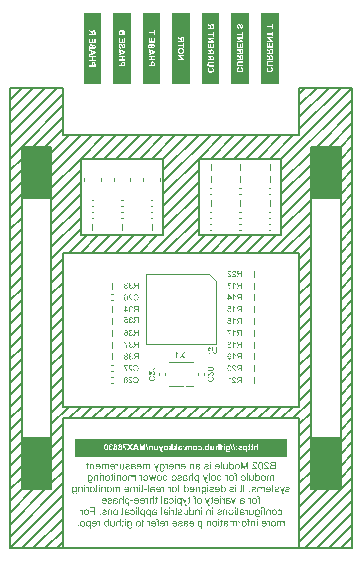
<source format=gbo>
G04*
G04 #@! TF.GenerationSoftware,Altium Limited,Altium Designer,22.1.2 (22)*
G04*
G04 Layer_Color=32896*
%FSLAX25Y25*%
%MOIN*%
G70*
G04*
G04 #@! TF.SameCoordinates,D9C7AC14-A0B2-4E4F-895A-178DC6869FF5*
G04*
G04*
G04 #@! TF.FilePolarity,Positive*
G04*
G01*
G75*
%ADD10C,0.00394*%
%ADD11C,0.00787*%
%ADD12C,0.00197*%
%ADD13C,0.00709*%
%ADD14R,0.09843X0.17717*%
G36*
X-16732Y174606D02*
X-22638D01*
Y198229D01*
X-16732D01*
Y174606D01*
D02*
G37*
G36*
X9863Y48185D02*
X9553D01*
Y48538D01*
X9863D01*
Y48185D01*
D02*
G37*
G36*
X28565Y48545D02*
X28627Y48542D01*
X28685Y48531D01*
X28740Y48520D01*
X28791Y48505D01*
X28838Y48491D01*
X28882Y48473D01*
X28922Y48454D01*
X28958Y48436D01*
X28987Y48418D01*
X29013Y48403D01*
X29035Y48389D01*
X29053Y48378D01*
X29064Y48367D01*
X29071Y48364D01*
X29074Y48360D01*
X29111Y48323D01*
X29144Y48283D01*
X29176Y48240D01*
X29202Y48196D01*
X29246Y48109D01*
X29275Y48021D01*
X29286Y47981D01*
X29296Y47941D01*
X29304Y47908D01*
X29311Y47879D01*
X29315Y47854D01*
Y47836D01*
X29318Y47825D01*
Y47821D01*
X29002Y47788D01*
X28994Y47872D01*
X28980Y47945D01*
X28958Y48010D01*
X28932Y48061D01*
X28911Y48105D01*
X28889Y48134D01*
X28874Y48152D01*
X28867Y48160D01*
X28812Y48203D01*
X28754Y48236D01*
X28692Y48261D01*
X28638Y48276D01*
X28587Y48287D01*
X28543Y48291D01*
X28528Y48294D01*
X28507D01*
X28430Y48291D01*
X28361Y48276D01*
X28303Y48254D01*
X28252Y48232D01*
X28212Y48207D01*
X28186Y48189D01*
X28168Y48174D01*
X28161Y48167D01*
X28117Y48116D01*
X28084Y48065D01*
X28059Y48014D01*
X28044Y47963D01*
X28034Y47923D01*
X28030Y47887D01*
X28026Y47865D01*
Y47861D01*
Y47857D01*
X28034Y47792D01*
X28048Y47723D01*
X28073Y47661D01*
X28099Y47603D01*
X28128Y47555D01*
X28154Y47515D01*
X28161Y47501D01*
X28168Y47490D01*
X28175Y47486D01*
Y47483D01*
X28205Y47442D01*
X28241Y47403D01*
X28281Y47359D01*
X28325Y47315D01*
X28416Y47228D01*
X28507Y47140D01*
X28554Y47100D01*
X28594Y47064D01*
X28634Y47031D01*
X28667Y47002D01*
X28692Y46980D01*
X28714Y46962D01*
X28729Y46951D01*
X28732Y46948D01*
X28823Y46871D01*
X28907Y46798D01*
X28976Y46733D01*
X29031Y46678D01*
X29078Y46631D01*
X29111Y46598D01*
X29129Y46576D01*
X29136Y46573D01*
Y46569D01*
X29187Y46507D01*
X29227Y46449D01*
X29264Y46391D01*
X29293Y46340D01*
X29315Y46296D01*
X29329Y46263D01*
X29337Y46241D01*
X29340Y46238D01*
Y46234D01*
X29355Y46194D01*
X29362Y46158D01*
X29369Y46121D01*
X29373Y46088D01*
X29377Y46059D01*
Y46038D01*
Y46023D01*
Y46019D01*
X27706D01*
Y46318D01*
X28947D01*
X28903Y46380D01*
X28882Y46405D01*
X28863Y46431D01*
X28845Y46452D01*
X28831Y46467D01*
X28820Y46478D01*
X28816Y46482D01*
X28798Y46500D01*
X28776Y46518D01*
X28725Y46565D01*
X28667Y46620D01*
X28605Y46674D01*
X28547Y46722D01*
X28521Y46744D01*
X28499Y46766D01*
X28481Y46780D01*
X28467Y46791D01*
X28459Y46798D01*
X28456Y46802D01*
X28398Y46853D01*
X28339Y46900D01*
X28288Y46948D01*
X28241Y46988D01*
X28197Y47028D01*
X28161Y47064D01*
X28124Y47097D01*
X28095Y47126D01*
X28066Y47155D01*
X28044Y47177D01*
X28026Y47195D01*
X28008Y47213D01*
X27990Y47235D01*
X27983Y47242D01*
X27931Y47304D01*
X27888Y47359D01*
X27852Y47413D01*
X27822Y47457D01*
X27801Y47497D01*
X27786Y47526D01*
X27779Y47545D01*
X27775Y47552D01*
X27753Y47606D01*
X27739Y47661D01*
X27724Y47712D01*
X27717Y47756D01*
X27713Y47796D01*
X27709Y47825D01*
Y47843D01*
Y47850D01*
X27713Y47905D01*
X27720Y47956D01*
X27728Y48007D01*
X27742Y48050D01*
X27779Y48138D01*
X27815Y48207D01*
X27837Y48240D01*
X27855Y48265D01*
X27873Y48291D01*
X27891Y48309D01*
X27906Y48323D01*
X27913Y48338D01*
X27921Y48342D01*
X27924Y48345D01*
X27964Y48382D01*
X28008Y48414D01*
X28055Y48440D01*
X28103Y48462D01*
X28197Y48498D01*
X28292Y48524D01*
X28332Y48531D01*
X28372Y48538D01*
X28408Y48542D01*
X28438Y48545D01*
X28463Y48549D01*
X28499D01*
X28565Y48545D01*
D02*
G37*
G36*
X24648D02*
X24710Y48542D01*
X24768Y48531D01*
X24823Y48520D01*
X24874Y48505D01*
X24921Y48491D01*
X24965Y48473D01*
X25005Y48454D01*
X25041Y48436D01*
X25071Y48418D01*
X25096Y48403D01*
X25118Y48389D01*
X25136Y48378D01*
X25147Y48367D01*
X25154Y48364D01*
X25158Y48360D01*
X25194Y48323D01*
X25227Y48283D01*
X25260Y48240D01*
X25285Y48196D01*
X25329Y48109D01*
X25358Y48021D01*
X25369Y47981D01*
X25380Y47941D01*
X25387Y47908D01*
X25394Y47879D01*
X25398Y47854D01*
Y47836D01*
X25402Y47825D01*
Y47821D01*
X25085Y47788D01*
X25078Y47872D01*
X25063Y47945D01*
X25041Y48010D01*
X25016Y48061D01*
X24994Y48105D01*
X24972Y48134D01*
X24958Y48152D01*
X24950Y48160D01*
X24896Y48203D01*
X24837Y48236D01*
X24776Y48261D01*
X24721Y48276D01*
X24670Y48287D01*
X24626Y48291D01*
X24612Y48294D01*
X24590D01*
X24514Y48291D01*
X24444Y48276D01*
X24386Y48254D01*
X24335Y48232D01*
X24295Y48207D01*
X24270Y48189D01*
X24251Y48174D01*
X24244Y48167D01*
X24201Y48116D01*
X24168Y48065D01*
X24142Y48014D01*
X24128Y47963D01*
X24117Y47923D01*
X24113Y47887D01*
X24110Y47865D01*
Y47861D01*
Y47857D01*
X24117Y47792D01*
X24131Y47723D01*
X24157Y47661D01*
X24182Y47603D01*
X24212Y47555D01*
X24237Y47515D01*
X24244Y47501D01*
X24251Y47490D01*
X24259Y47486D01*
Y47483D01*
X24288Y47442D01*
X24324Y47403D01*
X24364Y47359D01*
X24408Y47315D01*
X24499Y47228D01*
X24590Y47140D01*
X24637Y47100D01*
X24677Y47064D01*
X24717Y47031D01*
X24750Y47002D01*
X24776Y46980D01*
X24798Y46962D01*
X24812Y46951D01*
X24816Y46948D01*
X24907Y46871D01*
X24990Y46798D01*
X25060Y46733D01*
X25114Y46678D01*
X25161Y46631D01*
X25194Y46598D01*
X25212Y46576D01*
X25220Y46573D01*
Y46569D01*
X25271Y46507D01*
X25311Y46449D01*
X25347Y46391D01*
X25376Y46340D01*
X25398Y46296D01*
X25413Y46263D01*
X25420Y46241D01*
X25424Y46238D01*
Y46234D01*
X25438Y46194D01*
X25445Y46158D01*
X25453Y46121D01*
X25456Y46088D01*
X25460Y46059D01*
Y46038D01*
Y46023D01*
Y46019D01*
X23789D01*
Y46318D01*
X25030D01*
X24987Y46380D01*
X24965Y46405D01*
X24947Y46431D01*
X24928Y46452D01*
X24914Y46467D01*
X24903Y46478D01*
X24899Y46482D01*
X24881Y46500D01*
X24859Y46518D01*
X24808Y46565D01*
X24750Y46620D01*
X24688Y46674D01*
X24630Y46722D01*
X24605Y46744D01*
X24583Y46766D01*
X24565Y46780D01*
X24550Y46791D01*
X24543Y46798D01*
X24539Y46802D01*
X24481Y46853D01*
X24423Y46900D01*
X24372Y46948D01*
X24324Y46988D01*
X24281Y47028D01*
X24244Y47064D01*
X24208Y47097D01*
X24179Y47126D01*
X24150Y47155D01*
X24128Y47177D01*
X24110Y47195D01*
X24091Y47213D01*
X24073Y47235D01*
X24066Y47242D01*
X24015Y47304D01*
X23971Y47359D01*
X23935Y47413D01*
X23906Y47457D01*
X23884Y47497D01*
X23869Y47526D01*
X23862Y47545D01*
X23858Y47552D01*
X23836Y47606D01*
X23822Y47661D01*
X23807Y47712D01*
X23800Y47756D01*
X23797Y47796D01*
X23793Y47825D01*
Y47843D01*
Y47850D01*
X23797Y47905D01*
X23804Y47956D01*
X23811Y48007D01*
X23826Y48050D01*
X23862Y48138D01*
X23898Y48207D01*
X23920Y48240D01*
X23938Y48265D01*
X23957Y48291D01*
X23975Y48309D01*
X23989Y48323D01*
X23997Y48338D01*
X24004Y48342D01*
X24008Y48345D01*
X24048Y48382D01*
X24091Y48414D01*
X24139Y48440D01*
X24186Y48462D01*
X24281Y48498D01*
X24375Y48524D01*
X24415Y48531D01*
X24455Y48538D01*
X24492Y48542D01*
X24521Y48545D01*
X24546Y48549D01*
X24583D01*
X24648Y48545D01*
D02*
G37*
G36*
X-6186Y47883D02*
X-6106Y47868D01*
X-6033Y47847D01*
X-5971Y47825D01*
X-5920Y47803D01*
X-5884Y47781D01*
X-5869Y47774D01*
X-5859Y47767D01*
X-5855Y47763D01*
X-5851D01*
X-5789Y47715D01*
X-5735Y47657D01*
X-5688Y47603D01*
X-5647Y47548D01*
X-5618Y47497D01*
X-5596Y47457D01*
X-5589Y47442D01*
X-5582Y47432D01*
X-5578Y47424D01*
Y47421D01*
X-5545Y47337D01*
X-5524Y47253D01*
X-5505Y47173D01*
X-5495Y47100D01*
X-5487Y47035D01*
Y47009D01*
X-5484Y46984D01*
Y46966D01*
Y46951D01*
Y46944D01*
Y46940D01*
X-5487Y46871D01*
X-5491Y46802D01*
X-5516Y46678D01*
X-5531Y46620D01*
X-5549Y46569D01*
X-5567Y46518D01*
X-5586Y46474D01*
X-5604Y46431D01*
X-5622Y46394D01*
X-5640Y46365D01*
X-5655Y46336D01*
X-5669Y46318D01*
X-5680Y46300D01*
X-5684Y46292D01*
X-5688Y46289D01*
X-5728Y46241D01*
X-5771Y46201D01*
X-5818Y46165D01*
X-5866Y46132D01*
X-5917Y46107D01*
X-5964Y46085D01*
X-6011Y46067D01*
X-6059Y46052D01*
X-6103Y46041D01*
X-6143Y46034D01*
X-6179Y46027D01*
X-6212Y46023D01*
X-6237D01*
X-6255Y46019D01*
X-6273D01*
X-6328Y46023D01*
X-6383Y46030D01*
X-6434Y46041D01*
X-6481Y46056D01*
X-6565Y46096D01*
X-6641Y46139D01*
X-6670Y46161D01*
X-6699Y46183D01*
X-6725Y46205D01*
X-6743Y46223D01*
X-6758Y46238D01*
X-6769Y46249D01*
X-6776Y46256D01*
X-6780Y46259D01*
Y46205D01*
Y46158D01*
X-6776Y46110D01*
Y46070D01*
Y46034D01*
X-6772Y46001D01*
Y45972D01*
X-6769Y45946D01*
X-6765Y45910D01*
X-6761Y45881D01*
X-6758Y45866D01*
Y45863D01*
X-6740Y45808D01*
X-6714Y45761D01*
X-6689Y45721D01*
X-6663Y45684D01*
X-6638Y45659D01*
X-6616Y45637D01*
X-6601Y45626D01*
X-6598Y45623D01*
X-6550Y45593D01*
X-6496Y45572D01*
X-6441Y45557D01*
X-6390Y45546D01*
X-6339Y45539D01*
X-6303Y45535D01*
X-6266D01*
X-6197Y45539D01*
X-6132Y45550D01*
X-6077Y45564D01*
X-6033Y45583D01*
X-5997Y45597D01*
X-5971Y45612D01*
X-5957Y45623D01*
X-5950Y45626D01*
X-5920Y45652D01*
X-5899Y45684D01*
X-5880Y45717D01*
X-5866Y45750D01*
X-5859Y45783D01*
X-5851Y45808D01*
X-5848Y45823D01*
Y45830D01*
X-5545Y45870D01*
Y45815D01*
X-5553Y45768D01*
X-5560Y45721D01*
X-5571Y45677D01*
X-5604Y45601D01*
X-5640Y45539D01*
X-5677Y45491D01*
X-5706Y45459D01*
X-5731Y45437D01*
X-5735Y45433D01*
X-5739Y45430D01*
X-5818Y45379D01*
X-5906Y45342D01*
X-5993Y45317D01*
X-6077Y45299D01*
X-6117Y45291D01*
X-6153Y45288D01*
X-6182Y45284D01*
X-6212D01*
X-6233Y45280D01*
X-6266D01*
X-6364Y45284D01*
X-6455Y45299D01*
X-6536Y45313D01*
X-6601Y45335D01*
X-6656Y45353D01*
X-6678Y45360D01*
X-6696Y45371D01*
X-6710Y45375D01*
X-6721Y45382D01*
X-6725Y45386D01*
X-6729D01*
X-6794Y45426D01*
X-6852Y45473D01*
X-6900Y45521D01*
X-6940Y45564D01*
X-6969Y45604D01*
X-6987Y45637D01*
X-7001Y45659D01*
X-7005Y45663D01*
Y45666D01*
X-7020Y45703D01*
X-7034Y45743D01*
X-7045Y45786D01*
X-7056Y45834D01*
X-7071Y45936D01*
X-7082Y46034D01*
X-7085Y46081D01*
X-7089Y46125D01*
Y46165D01*
X-7092Y46198D01*
Y46227D01*
Y46249D01*
Y46263D01*
Y46267D01*
Y47847D01*
X-6809D01*
Y47621D01*
X-6769Y47668D01*
X-6725Y47708D01*
X-6681Y47745D01*
X-6638Y47774D01*
X-6590Y47799D01*
X-6547Y47821D01*
X-6503Y47839D01*
X-6463Y47854D01*
X-6423Y47865D01*
X-6386Y47872D01*
X-6354Y47879D01*
X-6328Y47883D01*
X-6306Y47887D01*
X-6273D01*
X-6186Y47883D01*
D02*
G37*
G36*
X-11064D02*
X-11002Y47872D01*
X-10947Y47861D01*
X-10900Y47847D01*
X-10860Y47828D01*
X-10831Y47817D01*
X-10813Y47807D01*
X-10805Y47803D01*
X-10754Y47770D01*
X-10711Y47734D01*
X-10671Y47697D01*
X-10638Y47661D01*
X-10612Y47632D01*
X-10591Y47606D01*
X-10580Y47592D01*
X-10576Y47585D01*
Y47847D01*
X-10299D01*
Y46019D01*
X-10609D01*
Y46966D01*
X-10612Y47053D01*
X-10616Y47129D01*
X-10623Y47195D01*
X-10634Y47250D01*
X-10645Y47290D01*
X-10652Y47319D01*
X-10656Y47337D01*
X-10660Y47344D01*
X-10682Y47392D01*
X-10707Y47432D01*
X-10733Y47468D01*
X-10758Y47497D01*
X-10784Y47519D01*
X-10802Y47534D01*
X-10816Y47544D01*
X-10820Y47548D01*
X-10864Y47570D01*
X-10904Y47588D01*
X-10947Y47599D01*
X-10984Y47610D01*
X-11013Y47614D01*
X-11038Y47617D01*
X-11060D01*
X-11122Y47614D01*
X-11173Y47603D01*
X-11217Y47585D01*
X-11249Y47566D01*
X-11275Y47544D01*
X-11293Y47530D01*
X-11304Y47515D01*
X-11308Y47512D01*
X-11333Y47468D01*
X-11351Y47421D01*
X-11366Y47370D01*
X-11373Y47319D01*
X-11381Y47275D01*
X-11384Y47235D01*
Y47221D01*
Y47213D01*
Y47206D01*
Y47202D01*
Y46019D01*
X-11693D01*
Y47078D01*
X-11701Y47177D01*
X-11715Y47260D01*
X-11733Y47330D01*
X-11759Y47388D01*
X-11781Y47432D01*
X-11803Y47461D01*
X-11817Y47479D01*
X-11821Y47486D01*
X-11872Y47530D01*
X-11926Y47563D01*
X-11981Y47585D01*
X-12032Y47603D01*
X-12076Y47610D01*
X-12112Y47614D01*
X-12127Y47617D01*
X-12145D01*
X-12185Y47614D01*
X-12218Y47610D01*
X-12250Y47603D01*
X-12276Y47592D01*
X-12301Y47581D01*
X-12316Y47574D01*
X-12327Y47570D01*
X-12331Y47566D01*
X-12360Y47544D01*
X-12382Y47523D01*
X-12400Y47501D01*
X-12414Y47479D01*
X-12425Y47461D01*
X-12432Y47446D01*
X-12440Y47435D01*
Y47432D01*
X-12451Y47399D01*
X-12458Y47355D01*
X-12461Y47311D01*
X-12465Y47268D01*
X-12469Y47228D01*
Y47195D01*
Y47173D01*
Y47170D01*
Y47166D01*
Y46019D01*
X-12778D01*
Y47271D01*
Y47330D01*
X-12771Y47381D01*
X-12764Y47432D01*
X-12756Y47475D01*
X-12745Y47519D01*
X-12731Y47555D01*
X-12720Y47588D01*
X-12705Y47621D01*
X-12691Y47646D01*
X-12680Y47672D01*
X-12654Y47705D01*
X-12640Y47726D01*
X-12633Y47734D01*
X-12574Y47785D01*
X-12505Y47821D01*
X-12436Y47850D01*
X-12370Y47868D01*
X-12309Y47879D01*
X-12283Y47883D01*
X-12258D01*
X-12240Y47887D01*
X-12214D01*
X-12149Y47883D01*
X-12090Y47872D01*
X-12032Y47857D01*
X-11977Y47836D01*
X-11926Y47810D01*
X-11879Y47785D01*
X-11839Y47756D01*
X-11799Y47726D01*
X-11763Y47694D01*
X-11733Y47665D01*
X-11708Y47639D01*
X-11686Y47614D01*
X-11668Y47592D01*
X-11657Y47577D01*
X-11650Y47566D01*
X-11646Y47563D01*
X-11624Y47617D01*
X-11595Y47665D01*
X-11563Y47705D01*
X-11533Y47737D01*
X-11504Y47767D01*
X-11482Y47785D01*
X-11468Y47796D01*
X-11461Y47799D01*
X-11410Y47828D01*
X-11355Y47850D01*
X-11300Y47865D01*
X-11246Y47876D01*
X-11202Y47883D01*
X-11162Y47887D01*
X-11129D01*
X-11064Y47883D01*
D02*
G37*
G36*
X-24765D02*
X-24703Y47872D01*
X-24648Y47861D01*
X-24601Y47847D01*
X-24561Y47828D01*
X-24532Y47817D01*
X-24514Y47807D01*
X-24506Y47803D01*
X-24455Y47770D01*
X-24412Y47734D01*
X-24372Y47697D01*
X-24339Y47661D01*
X-24313Y47632D01*
X-24292Y47606D01*
X-24281Y47592D01*
X-24277Y47585D01*
Y47847D01*
X-24000D01*
Y46019D01*
X-24310D01*
Y46966D01*
X-24313Y47053D01*
X-24317Y47129D01*
X-24324Y47195D01*
X-24335Y47250D01*
X-24346Y47290D01*
X-24353Y47319D01*
X-24357Y47337D01*
X-24361Y47344D01*
X-24383Y47392D01*
X-24408Y47432D01*
X-24433Y47468D01*
X-24459Y47497D01*
X-24485Y47519D01*
X-24503Y47534D01*
X-24517Y47544D01*
X-24521Y47548D01*
X-24565Y47570D01*
X-24605Y47588D01*
X-24648Y47599D01*
X-24685Y47610D01*
X-24714Y47614D01*
X-24739Y47617D01*
X-24761D01*
X-24823Y47614D01*
X-24874Y47603D01*
X-24918Y47585D01*
X-24950Y47566D01*
X-24976Y47544D01*
X-24994Y47530D01*
X-25005Y47515D01*
X-25009Y47512D01*
X-25034Y47468D01*
X-25052Y47421D01*
X-25067Y47370D01*
X-25074Y47319D01*
X-25081Y47275D01*
X-25085Y47235D01*
Y47221D01*
Y47213D01*
Y47206D01*
Y47202D01*
Y46019D01*
X-25394D01*
Y47078D01*
X-25402Y47177D01*
X-25416Y47260D01*
X-25434Y47330D01*
X-25460Y47388D01*
X-25482Y47432D01*
X-25504Y47461D01*
X-25518Y47479D01*
X-25522Y47486D01*
X-25573Y47530D01*
X-25627Y47563D01*
X-25682Y47585D01*
X-25733Y47603D01*
X-25777Y47610D01*
X-25813Y47614D01*
X-25828Y47617D01*
X-25846D01*
X-25886Y47614D01*
X-25919Y47610D01*
X-25951Y47603D01*
X-25977Y47592D01*
X-26002Y47581D01*
X-26017Y47574D01*
X-26028Y47570D01*
X-26032Y47566D01*
X-26061Y47544D01*
X-26082Y47523D01*
X-26101Y47501D01*
X-26115Y47479D01*
X-26126Y47461D01*
X-26133Y47446D01*
X-26141Y47435D01*
Y47432D01*
X-26152Y47399D01*
X-26159Y47355D01*
X-26162Y47311D01*
X-26166Y47268D01*
X-26170Y47228D01*
Y47195D01*
Y47173D01*
Y47170D01*
Y47166D01*
Y46019D01*
X-26479D01*
Y47271D01*
Y47330D01*
X-26472Y47381D01*
X-26465Y47432D01*
X-26457Y47475D01*
X-26446Y47519D01*
X-26432Y47555D01*
X-26421Y47588D01*
X-26406Y47621D01*
X-26392Y47646D01*
X-26381Y47672D01*
X-26355Y47705D01*
X-26341Y47726D01*
X-26334Y47734D01*
X-26275Y47785D01*
X-26206Y47821D01*
X-26137Y47850D01*
X-26072Y47868D01*
X-26010Y47879D01*
X-25984Y47883D01*
X-25959D01*
X-25940Y47887D01*
X-25915D01*
X-25850Y47883D01*
X-25791Y47872D01*
X-25733Y47857D01*
X-25678Y47836D01*
X-25627Y47810D01*
X-25580Y47785D01*
X-25540Y47756D01*
X-25500Y47726D01*
X-25464Y47694D01*
X-25434Y47665D01*
X-25409Y47639D01*
X-25387Y47614D01*
X-25369Y47592D01*
X-25358Y47577D01*
X-25351Y47566D01*
X-25347Y47563D01*
X-25325Y47617D01*
X-25296Y47665D01*
X-25263Y47705D01*
X-25234Y47737D01*
X-25205Y47767D01*
X-25183Y47785D01*
X-25169Y47796D01*
X-25161Y47799D01*
X-25111Y47828D01*
X-25056Y47850D01*
X-25001Y47865D01*
X-24947Y47876D01*
X-24903Y47883D01*
X-24863Y47887D01*
X-24830D01*
X-24765Y47883D01*
D02*
G37*
G36*
X5655D02*
X5731Y47876D01*
X5804Y47865D01*
X5862Y47854D01*
X5913Y47843D01*
X5950Y47832D01*
X5964Y47828D01*
X5975Y47825D01*
X5979Y47821D01*
X5982D01*
X6044Y47796D01*
X6099Y47763D01*
X6146Y47734D01*
X6186Y47705D01*
X6215Y47675D01*
X6237Y47654D01*
X6252Y47639D01*
X6255Y47635D01*
X6288Y47588D01*
X6317Y47537D01*
X6339Y47486D01*
X6357Y47439D01*
X6372Y47392D01*
X6383Y47359D01*
X6386Y47344D01*
Y47333D01*
X6390Y47330D01*
Y47326D01*
X6088Y47286D01*
X6066Y47352D01*
X6044Y47410D01*
X6019Y47457D01*
X5997Y47493D01*
X5975Y47523D01*
X5957Y47541D01*
X5942Y47552D01*
X5939Y47555D01*
X5895Y47581D01*
X5844Y47599D01*
X5789Y47614D01*
X5739Y47621D01*
X5688Y47628D01*
X5651Y47632D01*
X5615D01*
X5531Y47628D01*
X5458Y47617D01*
X5400Y47599D01*
X5349Y47581D01*
X5313Y47559D01*
X5283Y47544D01*
X5265Y47530D01*
X5262Y47526D01*
X5232Y47493D01*
X5211Y47453D01*
X5192Y47410D01*
X5181Y47366D01*
X5174Y47326D01*
X5171Y47290D01*
Y47268D01*
Y47264D01*
Y47260D01*
Y47253D01*
Y47239D01*
Y47213D01*
X5174Y47191D01*
Y47184D01*
Y47180D01*
X5211Y47170D01*
X5251Y47159D01*
X5334Y47137D01*
X5429Y47119D01*
X5516Y47100D01*
X5560Y47093D01*
X5600Y47089D01*
X5636Y47082D01*
X5666Y47078D01*
X5691Y47075D01*
X5709D01*
X5724Y47071D01*
X5728D01*
X5793Y47064D01*
X5848Y47053D01*
X5895Y47046D01*
X5931Y47038D01*
X5960Y47035D01*
X5982Y47028D01*
X5997Y47024D01*
X6001D01*
X6048Y47009D01*
X6088Y46995D01*
X6128Y46977D01*
X6161Y46962D01*
X6190Y46948D01*
X6208Y46933D01*
X6223Y46926D01*
X6226Y46922D01*
X6263Y46896D01*
X6292Y46867D01*
X6321Y46838D01*
X6343Y46809D01*
X6361Y46784D01*
X6375Y46762D01*
X6383Y46747D01*
X6386Y46744D01*
X6405Y46704D01*
X6419Y46660D01*
X6430Y46620D01*
X6437Y46580D01*
X6441Y46547D01*
X6445Y46522D01*
Y46507D01*
Y46500D01*
X6441Y46456D01*
X6437Y46420D01*
X6419Y46343D01*
X6394Y46281D01*
X6364Y46227D01*
X6335Y46183D01*
X6310Y46150D01*
X6292Y46132D01*
X6284Y46125D01*
X6219Y46077D01*
X6146Y46041D01*
X6066Y46016D01*
X5993Y45997D01*
X5928Y45987D01*
X5899Y45983D01*
X5873D01*
X5851Y45979D01*
X5822D01*
X5757Y45983D01*
X5691Y45990D01*
X5633Y45997D01*
X5582Y46008D01*
X5542Y46019D01*
X5509Y46030D01*
X5487Y46034D01*
X5480Y46038D01*
X5418Y46063D01*
X5360Y46096D01*
X5305Y46132D01*
X5251Y46165D01*
X5207Y46198D01*
X5174Y46223D01*
X5152Y46241D01*
X5149Y46249D01*
X5145D01*
X5138Y46201D01*
X5131Y46158D01*
X5123Y46118D01*
X5112Y46085D01*
X5102Y46056D01*
X5094Y46038D01*
X5091Y46023D01*
X5087Y46019D01*
X4763D01*
X4781Y46059D01*
X4799Y46099D01*
X4814Y46136D01*
X4821Y46169D01*
X4832Y46198D01*
X4836Y46220D01*
X4839Y46234D01*
Y46238D01*
X4843Y46263D01*
X4847Y46296D01*
Y46332D01*
X4850Y46372D01*
X4854Y46463D01*
Y46554D01*
X4858Y46642D01*
Y46682D01*
Y46714D01*
Y46744D01*
Y46766D01*
Y46780D01*
Y46784D01*
Y47199D01*
Y47268D01*
X4861Y47330D01*
X4865Y47377D01*
Y47417D01*
X4868Y47446D01*
X4872Y47468D01*
X4876Y47479D01*
Y47483D01*
X4887Y47530D01*
X4901Y47570D01*
X4916Y47603D01*
X4934Y47635D01*
X4949Y47657D01*
X4959Y47675D01*
X4967Y47686D01*
X4970Y47690D01*
X5000Y47719D01*
X5032Y47748D01*
X5069Y47770D01*
X5105Y47792D01*
X5138Y47807D01*
X5163Y47817D01*
X5181Y47825D01*
X5189Y47828D01*
X5247Y47847D01*
X5309Y47861D01*
X5371Y47872D01*
X5433Y47879D01*
X5487Y47883D01*
X5527Y47887D01*
X5567D01*
X5655Y47883D01*
D02*
G37*
G36*
X-15879D02*
X-15803Y47876D01*
X-15730Y47865D01*
X-15672Y47854D01*
X-15621Y47843D01*
X-15585Y47832D01*
X-15570Y47828D01*
X-15559Y47825D01*
X-15555Y47821D01*
X-15552D01*
X-15490Y47796D01*
X-15435Y47763D01*
X-15388Y47734D01*
X-15348Y47705D01*
X-15319Y47675D01*
X-15297Y47654D01*
X-15282Y47639D01*
X-15279Y47635D01*
X-15246Y47588D01*
X-15217Y47537D01*
X-15195Y47486D01*
X-15177Y47439D01*
X-15162Y47392D01*
X-15152Y47359D01*
X-15148Y47344D01*
Y47333D01*
X-15144Y47330D01*
Y47326D01*
X-15446Y47286D01*
X-15468Y47352D01*
X-15490Y47410D01*
X-15516Y47457D01*
X-15537Y47493D01*
X-15559Y47523D01*
X-15577Y47541D01*
X-15592Y47552D01*
X-15596Y47555D01*
X-15639Y47581D01*
X-15690Y47599D01*
X-15745Y47614D01*
X-15796Y47621D01*
X-15847Y47628D01*
X-15883Y47632D01*
X-15920D01*
X-16003Y47628D01*
X-16076Y47617D01*
X-16134Y47599D01*
X-16185Y47581D01*
X-16222Y47559D01*
X-16251Y47544D01*
X-16269Y47530D01*
X-16273Y47526D01*
X-16302Y47493D01*
X-16324Y47453D01*
X-16342Y47410D01*
X-16353Y47366D01*
X-16360Y47326D01*
X-16364Y47290D01*
Y47268D01*
Y47264D01*
Y47260D01*
Y47253D01*
Y47239D01*
Y47213D01*
X-16360Y47191D01*
Y47184D01*
Y47180D01*
X-16324Y47170D01*
X-16284Y47159D01*
X-16200Y47137D01*
X-16105Y47119D01*
X-16018Y47100D01*
X-15974Y47093D01*
X-15934Y47089D01*
X-15898Y47082D01*
X-15869Y47078D01*
X-15843Y47075D01*
X-15825D01*
X-15810Y47071D01*
X-15807D01*
X-15741Y47064D01*
X-15687Y47053D01*
X-15639Y47046D01*
X-15603Y47038D01*
X-15574Y47035D01*
X-15552Y47028D01*
X-15537Y47024D01*
X-15534D01*
X-15486Y47009D01*
X-15446Y46995D01*
X-15406Y46977D01*
X-15373Y46962D01*
X-15344Y46948D01*
X-15326Y46933D01*
X-15312Y46926D01*
X-15308Y46922D01*
X-15272Y46896D01*
X-15243Y46867D01*
X-15213Y46838D01*
X-15191Y46809D01*
X-15173Y46784D01*
X-15159Y46762D01*
X-15152Y46747D01*
X-15148Y46744D01*
X-15130Y46704D01*
X-15115Y46660D01*
X-15104Y46620D01*
X-15097Y46580D01*
X-15093Y46547D01*
X-15090Y46522D01*
Y46507D01*
Y46500D01*
X-15093Y46456D01*
X-15097Y46420D01*
X-15115Y46343D01*
X-15141Y46281D01*
X-15170Y46227D01*
X-15199Y46183D01*
X-15224Y46150D01*
X-15243Y46132D01*
X-15250Y46125D01*
X-15315Y46077D01*
X-15388Y46041D01*
X-15468Y46016D01*
X-15541Y45997D01*
X-15607Y45987D01*
X-15636Y45983D01*
X-15661D01*
X-15683Y45979D01*
X-15712D01*
X-15778Y45983D01*
X-15843Y45990D01*
X-15901Y45997D01*
X-15952Y46008D01*
X-15992Y46019D01*
X-16025Y46030D01*
X-16047Y46034D01*
X-16054Y46038D01*
X-16116Y46063D01*
X-16174Y46096D01*
X-16229Y46132D01*
X-16284Y46165D01*
X-16327Y46198D01*
X-16360Y46223D01*
X-16382Y46241D01*
X-16386Y46249D01*
X-16389D01*
X-16396Y46201D01*
X-16404Y46158D01*
X-16411Y46118D01*
X-16422Y46085D01*
X-16433Y46056D01*
X-16440Y46038D01*
X-16444Y46023D01*
X-16447Y46019D01*
X-16771D01*
X-16753Y46059D01*
X-16735Y46099D01*
X-16720Y46136D01*
X-16713Y46169D01*
X-16702Y46198D01*
X-16699Y46220D01*
X-16695Y46234D01*
Y46238D01*
X-16691Y46263D01*
X-16688Y46296D01*
Y46332D01*
X-16684Y46372D01*
X-16680Y46463D01*
Y46554D01*
X-16677Y46642D01*
Y46682D01*
Y46714D01*
Y46744D01*
Y46766D01*
Y46780D01*
Y46784D01*
Y47199D01*
Y47268D01*
X-16673Y47330D01*
X-16669Y47377D01*
Y47417D01*
X-16666Y47446D01*
X-16662Y47468D01*
X-16658Y47479D01*
Y47483D01*
X-16647Y47530D01*
X-16633Y47570D01*
X-16618Y47603D01*
X-16600Y47635D01*
X-16586Y47657D01*
X-16575Y47675D01*
X-16567Y47686D01*
X-16564Y47690D01*
X-16535Y47719D01*
X-16502Y47748D01*
X-16465Y47770D01*
X-16429Y47792D01*
X-16396Y47807D01*
X-16371Y47817D01*
X-16353Y47825D01*
X-16345Y47828D01*
X-16287Y47847D01*
X-16225Y47861D01*
X-16163Y47872D01*
X-16102Y47879D01*
X-16047Y47883D01*
X-16007Y47887D01*
X-15967D01*
X-15879Y47883D01*
D02*
G37*
G36*
X22362Y46019D02*
X22042D01*
Y48163D01*
X21314Y46019D01*
X21015D01*
X20280Y48127D01*
Y46019D01*
X19960D01*
Y48538D01*
X20408D01*
X21012Y46784D01*
X21045Y46689D01*
X21070Y46609D01*
X21096Y46540D01*
X21114Y46482D01*
X21128Y46438D01*
X21139Y46405D01*
X21143Y46387D01*
X21147Y46380D01*
X21161Y46431D01*
X21179Y46489D01*
X21201Y46551D01*
X21219Y46613D01*
X21238Y46667D01*
X21252Y46711D01*
X21259Y46729D01*
X21263Y46740D01*
X21267Y46747D01*
Y46751D01*
X21864Y48538D01*
X22362D01*
Y46019D01*
D02*
G37*
G36*
X-8075Y46019D02*
X-8061Y45987D01*
X-8054Y45961D01*
X-8046Y45946D01*
Y45943D01*
X-8024Y45881D01*
X-8003Y45830D01*
X-7988Y45786D01*
X-7973Y45757D01*
X-7966Y45735D01*
X-7959Y45721D01*
X-7952Y45713D01*
Y45710D01*
X-7923Y45670D01*
X-7890Y45641D01*
X-7875Y45630D01*
X-7864Y45623D01*
X-7857Y45615D01*
X-7853D01*
X-7828Y45604D01*
X-7802Y45593D01*
X-7748Y45583D01*
X-7726D01*
X-7708Y45579D01*
X-7689D01*
X-7631Y45583D01*
X-7573Y45593D01*
X-7551Y45601D01*
X-7533Y45604D01*
X-7518Y45608D01*
X-7515D01*
X-7547Y45320D01*
X-7588Y45306D01*
X-7624Y45299D01*
X-7657Y45291D01*
X-7686Y45284D01*
X-7711D01*
X-7729Y45280D01*
X-7744D01*
X-7799Y45284D01*
X-7846Y45291D01*
X-7890Y45302D01*
X-7926Y45317D01*
X-7959Y45331D01*
X-7981Y45342D01*
X-7995Y45349D01*
X-7999Y45353D01*
X-8039Y45382D01*
X-8072Y45419D01*
X-8105Y45455D01*
X-8134Y45491D01*
X-8155Y45524D01*
X-8174Y45550D01*
X-8185Y45568D01*
X-8188Y45575D01*
X-8199Y45601D01*
X-8214Y45626D01*
X-8243Y45688D01*
X-8272Y45757D01*
X-8297Y45826D01*
X-8323Y45888D01*
X-8334Y45917D01*
X-8345Y45943D01*
X-8352Y45961D01*
X-8359Y45976D01*
X-8363Y45987D01*
Y45990D01*
X-9058Y47847D01*
X-8749D01*
X-8356Y46780D01*
X-8326Y46704D01*
X-8305Y46631D01*
X-8279Y46558D01*
X-8261Y46496D01*
X-8246Y46442D01*
X-8239Y46420D01*
X-8236Y46402D01*
X-8232Y46387D01*
X-8228Y46376D01*
X-8225Y46369D01*
Y46365D01*
X-8203Y46449D01*
X-8181Y46525D01*
X-8159Y46598D01*
X-8137Y46660D01*
X-8119Y46711D01*
X-8112Y46733D01*
X-8105Y46751D01*
X-8101Y46769D01*
X-8097Y46780D01*
X-8094Y46784D01*
Y46787D01*
X-7711Y47847D01*
X-7384D01*
X-8075Y46019D01*
D02*
G37*
G36*
X-30905Y48298D02*
Y47847D01*
X-30676D01*
Y47606D01*
X-30905D01*
Y46551D01*
Y46500D01*
Y46456D01*
X-30909Y46416D01*
X-30913Y46376D01*
Y46343D01*
X-30916Y46314D01*
X-30924Y46267D01*
X-30931Y46230D01*
X-30935Y46205D01*
X-30942Y46190D01*
Y46187D01*
X-30956Y46154D01*
X-30978Y46128D01*
X-31000Y46103D01*
X-31018Y46085D01*
X-31040Y46067D01*
X-31055Y46056D01*
X-31066Y46048D01*
X-31069Y46045D01*
X-31109Y46027D01*
X-31149Y46016D01*
X-31193Y46005D01*
X-31237Y46001D01*
X-31273Y45997D01*
X-31302Y45994D01*
X-31331D01*
X-31411Y45997D01*
X-31451Y46001D01*
X-31488Y46008D01*
X-31521Y46012D01*
X-31546Y46016D01*
X-31561Y46019D01*
X-31568D01*
X-31528Y46292D01*
X-31499Y46289D01*
X-31470Y46285D01*
X-31444D01*
X-31426Y46281D01*
X-31389D01*
X-31342Y46285D01*
X-31310Y46292D01*
X-31291Y46300D01*
X-31284Y46303D01*
X-31258Y46321D01*
X-31244Y46340D01*
X-31233Y46354D01*
X-31229Y46361D01*
X-31226Y46380D01*
X-31222Y46405D01*
X-31218Y46463D01*
X-31215Y46489D01*
Y46511D01*
Y46525D01*
Y46532D01*
Y47606D01*
X-31528D01*
Y47847D01*
X-31215D01*
Y48484D01*
X-30905Y48298D01*
D02*
G37*
G36*
X15548Y46714D02*
Y46645D01*
X15545Y46584D01*
X15541Y46536D01*
X15537Y46492D01*
Y46463D01*
X15534Y46442D01*
X15530Y46427D01*
Y46423D01*
X15519Y46376D01*
X15505Y46332D01*
X15490Y46292D01*
X15472Y46259D01*
X15457Y46230D01*
X15446Y46212D01*
X15439Y46198D01*
X15435Y46194D01*
X15406Y46161D01*
X15373Y46132D01*
X15341Y46107D01*
X15304Y46085D01*
X15275Y46067D01*
X15250Y46052D01*
X15235Y46045D01*
X15228Y46041D01*
X15173Y46019D01*
X15122Y46005D01*
X15071Y45994D01*
X15024Y45987D01*
X14984Y45983D01*
X14951Y45979D01*
X14926D01*
X14860Y45983D01*
X14795Y45994D01*
X14737Y46008D01*
X14678Y46027D01*
X14627Y46052D01*
X14580Y46077D01*
X14536Y46103D01*
X14496Y46132D01*
X14460Y46161D01*
X14431Y46187D01*
X14405Y46216D01*
X14383Y46238D01*
X14365Y46256D01*
X14354Y46270D01*
X14347Y46281D01*
X14343Y46285D01*
Y46019D01*
X14067D01*
Y47847D01*
X14376D01*
Y46867D01*
X14380Y46784D01*
X14383Y46711D01*
X14391Y46649D01*
X14402Y46598D01*
X14413Y46558D01*
X14420Y46529D01*
X14424Y46514D01*
X14427Y46507D01*
X14449Y46463D01*
X14475Y46427D01*
X14504Y46394D01*
X14533Y46365D01*
X14558Y46343D01*
X14580Y46329D01*
X14595Y46318D01*
X14602Y46314D01*
X14649Y46292D01*
X14696Y46274D01*
X14740Y46263D01*
X14780Y46252D01*
X14813Y46249D01*
X14839Y46245D01*
X14864D01*
X14915Y46249D01*
X14959Y46256D01*
X14999Y46267D01*
X15031Y46281D01*
X15060Y46292D01*
X15079Y46303D01*
X15093Y46310D01*
X15097Y46314D01*
X15130Y46343D01*
X15155Y46372D01*
X15177Y46405D01*
X15195Y46434D01*
X15206Y46463D01*
X15213Y46485D01*
X15221Y46500D01*
Y46503D01*
X15228Y46543D01*
X15232Y46591D01*
X15235Y46645D01*
Y46700D01*
X15239Y46751D01*
Y46791D01*
Y46809D01*
Y46820D01*
Y46827D01*
Y46831D01*
Y47847D01*
X15548D01*
Y46714D01*
D02*
G37*
G36*
X-18908Y46714D02*
Y46645D01*
X-18912Y46584D01*
X-18915Y46536D01*
X-18919Y46492D01*
Y46463D01*
X-18923Y46442D01*
X-18926Y46427D01*
Y46423D01*
X-18937Y46376D01*
X-18952Y46332D01*
X-18966Y46292D01*
X-18984Y46259D01*
X-18999Y46230D01*
X-19010Y46212D01*
X-19017Y46198D01*
X-19021Y46194D01*
X-19050Y46161D01*
X-19083Y46132D01*
X-19116Y46107D01*
X-19152Y46085D01*
X-19181Y46067D01*
X-19207Y46052D01*
X-19221Y46045D01*
X-19228Y46041D01*
X-19283Y46019D01*
X-19334Y46005D01*
X-19385Y45994D01*
X-19432Y45987D01*
X-19472Y45983D01*
X-19505Y45979D01*
X-19530D01*
X-19596Y45983D01*
X-19661Y45994D01*
X-19720Y46008D01*
X-19778Y46027D01*
X-19829Y46052D01*
X-19876Y46077D01*
X-19920Y46103D01*
X-19960Y46132D01*
X-19996Y46161D01*
X-20026Y46187D01*
X-20051Y46216D01*
X-20073Y46238D01*
X-20091Y46256D01*
X-20102Y46270D01*
X-20109Y46281D01*
X-20113Y46285D01*
Y46019D01*
X-20390D01*
Y47847D01*
X-20080D01*
Y46867D01*
X-20076Y46784D01*
X-20073Y46711D01*
X-20065Y46649D01*
X-20055Y46598D01*
X-20044Y46558D01*
X-20036Y46529D01*
X-20033Y46514D01*
X-20029Y46507D01*
X-20007Y46463D01*
X-19982Y46427D01*
X-19953Y46394D01*
X-19924Y46365D01*
X-19898Y46343D01*
X-19876Y46329D01*
X-19862Y46318D01*
X-19854Y46314D01*
X-19807Y46292D01*
X-19760Y46274D01*
X-19716Y46263D01*
X-19676Y46252D01*
X-19643Y46249D01*
X-19618Y46245D01*
X-19592D01*
X-19541Y46249D01*
X-19498Y46256D01*
X-19458Y46267D01*
X-19425Y46281D01*
X-19396Y46292D01*
X-19377Y46303D01*
X-19363Y46310D01*
X-19359Y46314D01*
X-19327Y46343D01*
X-19301Y46372D01*
X-19279Y46405D01*
X-19261Y46434D01*
X-19250Y46463D01*
X-19243Y46485D01*
X-19236Y46500D01*
Y46503D01*
X-19228Y46543D01*
X-19225Y46591D01*
X-19221Y46645D01*
Y46700D01*
X-19217Y46751D01*
Y46791D01*
Y46809D01*
Y46820D01*
Y46827D01*
Y46831D01*
Y47847D01*
X-18908D01*
Y46714D01*
D02*
G37*
G36*
X12123Y47883D02*
X12189Y47876D01*
X12250Y47865D01*
X12309Y47847D01*
X12363Y47828D01*
X12414Y47807D01*
X12461Y47785D01*
X12502Y47759D01*
X12542Y47737D01*
X12574Y47712D01*
X12604Y47690D01*
X12625Y47672D01*
X12643Y47654D01*
X12658Y47643D01*
X12665Y47635D01*
X12669Y47632D01*
X12709Y47581D01*
X12745Y47526D01*
X12778Y47472D01*
X12807Y47413D01*
X12829Y47352D01*
X12847Y47293D01*
X12877Y47177D01*
X12887Y47126D01*
X12895Y47075D01*
X12898Y47031D01*
X12902Y46991D01*
X12906Y46958D01*
Y46937D01*
Y46918D01*
Y46915D01*
X12902Y46835D01*
X12895Y46758D01*
X12884Y46685D01*
X12869Y46620D01*
X12851Y46558D01*
X12833Y46500D01*
X12811Y46449D01*
X12789Y46402D01*
X12767Y46362D01*
X12745Y46325D01*
X12727Y46296D01*
X12709Y46270D01*
X12695Y46249D01*
X12684Y46234D01*
X12676Y46227D01*
X12673Y46223D01*
X12625Y46180D01*
X12578Y46143D01*
X12527Y46110D01*
X12472Y46081D01*
X12421Y46059D01*
X12367Y46038D01*
X12265Y46008D01*
X12218Y46001D01*
X12174Y45994D01*
X12134Y45987D01*
X12101Y45983D01*
X12076Y45979D01*
X12036D01*
X11923Y45987D01*
X11821Y46005D01*
X11730Y46027D01*
X11693Y46041D01*
X11657Y46056D01*
X11624Y46070D01*
X11595Y46085D01*
X11573Y46096D01*
X11552Y46107D01*
X11537Y46118D01*
X11526Y46125D01*
X11519Y46132D01*
X11515D01*
X11442Y46198D01*
X11384Y46267D01*
X11333Y46340D01*
X11297Y46409D01*
X11268Y46471D01*
X11257Y46500D01*
X11246Y46522D01*
X11238Y46543D01*
X11235Y46558D01*
X11231Y46565D01*
Y46569D01*
X11552Y46609D01*
X11581Y46540D01*
X11613Y46482D01*
X11646Y46431D01*
X11675Y46391D01*
X11701Y46362D01*
X11723Y46340D01*
X11741Y46325D01*
X11744Y46321D01*
X11792Y46292D01*
X11839Y46270D01*
X11890Y46256D01*
X11934Y46245D01*
X11974Y46238D01*
X12007Y46234D01*
X12036D01*
X12079Y46238D01*
X12119Y46241D01*
X12192Y46259D01*
X12258Y46285D01*
X12316Y46314D01*
X12360Y46340D01*
X12392Y46365D01*
X12414Y46383D01*
X12418Y46391D01*
X12421D01*
X12472Y46456D01*
X12513Y46529D01*
X12542Y46609D01*
X12563Y46682D01*
X12574Y46747D01*
X12582Y46776D01*
X12585Y46802D01*
Y46824D01*
X12589Y46838D01*
Y46849D01*
Y46853D01*
X11224D01*
X11220Y46889D01*
Y46915D01*
Y46929D01*
Y46933D01*
X11224Y47017D01*
X11231Y47093D01*
X11242Y47166D01*
X11257Y47235D01*
X11275Y47297D01*
X11293Y47355D01*
X11315Y47406D01*
X11337Y47453D01*
X11359Y47497D01*
X11381Y47534D01*
X11399Y47563D01*
X11417Y47588D01*
X11431Y47610D01*
X11442Y47624D01*
X11450Y47632D01*
X11453Y47635D01*
X11497Y47679D01*
X11544Y47719D01*
X11595Y47752D01*
X11646Y47781D01*
X11697Y47807D01*
X11744Y47825D01*
X11795Y47843D01*
X11839Y47854D01*
X11886Y47865D01*
X11926Y47872D01*
X11963Y47879D01*
X11992Y47883D01*
X12017Y47887D01*
X12054D01*
X12123Y47883D01*
D02*
G37*
G36*
X766Y47883D02*
X832Y47876D01*
X894Y47865D01*
X952Y47847D01*
X1006Y47828D01*
X1057Y47807D01*
X1105Y47785D01*
X1145Y47759D01*
X1185Y47737D01*
X1218Y47712D01*
X1247Y47690D01*
X1268Y47672D01*
X1287Y47654D01*
X1301Y47643D01*
X1309Y47635D01*
X1312Y47632D01*
X1352Y47581D01*
X1389Y47526D01*
X1421Y47472D01*
X1450Y47413D01*
X1472Y47352D01*
X1491Y47293D01*
X1520Y47177D01*
X1531Y47126D01*
X1538Y47075D01*
X1541Y47031D01*
X1545Y46991D01*
X1549Y46958D01*
Y46937D01*
Y46918D01*
Y46915D01*
X1545Y46835D01*
X1538Y46758D01*
X1527Y46685D01*
X1512Y46620D01*
X1494Y46558D01*
X1476Y46500D01*
X1454Y46449D01*
X1432Y46402D01*
X1410Y46361D01*
X1389Y46325D01*
X1371Y46296D01*
X1352Y46270D01*
X1338Y46249D01*
X1327Y46234D01*
X1319Y46227D01*
X1316Y46223D01*
X1268Y46179D01*
X1221Y46143D01*
X1170Y46110D01*
X1116Y46081D01*
X1065Y46059D01*
X1010Y46038D01*
X908Y46008D01*
X861Y46001D01*
X817Y45994D01*
X777Y45987D01*
X744Y45983D01*
X719Y45979D01*
X679D01*
X566Y45987D01*
X464Y46005D01*
X373Y46027D01*
X337Y46041D01*
X300Y46056D01*
X268Y46070D01*
X238Y46085D01*
X217Y46096D01*
X195Y46107D01*
X180Y46118D01*
X169Y46125D01*
X162Y46132D01*
X158D01*
X85Y46198D01*
X27Y46267D01*
X-24Y46340D01*
X-60Y46409D01*
X-89Y46471D01*
X-100Y46500D01*
X-111Y46522D01*
X-118Y46543D01*
X-122Y46558D01*
X-126Y46565D01*
Y46569D01*
X195Y46609D01*
X224Y46540D01*
X257Y46482D01*
X289Y46431D01*
X319Y46391D01*
X344Y46361D01*
X366Y46340D01*
X384Y46325D01*
X388Y46321D01*
X435Y46292D01*
X482Y46270D01*
X533Y46256D01*
X577Y46245D01*
X617Y46238D01*
X650Y46234D01*
X679D01*
X722Y46238D01*
X763Y46241D01*
X835Y46259D01*
X901Y46285D01*
X959Y46314D01*
X1003Y46340D01*
X1036Y46365D01*
X1057Y46383D01*
X1061Y46391D01*
X1065D01*
X1116Y46456D01*
X1156Y46529D01*
X1185Y46609D01*
X1207Y46682D01*
X1218Y46747D01*
X1225Y46776D01*
X1228Y46802D01*
Y46824D01*
X1232Y46838D01*
Y46849D01*
Y46853D01*
X-133D01*
X-137Y46889D01*
Y46915D01*
Y46929D01*
Y46933D01*
X-133Y47017D01*
X-126Y47093D01*
X-115Y47166D01*
X-100Y47235D01*
X-82Y47297D01*
X-64Y47355D01*
X-42Y47406D01*
X-20Y47453D01*
X2Y47497D01*
X24Y47534D01*
X42Y47563D01*
X60Y47588D01*
X75Y47610D01*
X85Y47624D01*
X93Y47632D01*
X97Y47635D01*
X140Y47679D01*
X187Y47719D01*
X238Y47752D01*
X289Y47781D01*
X340Y47807D01*
X388Y47825D01*
X439Y47843D01*
X482Y47854D01*
X530Y47865D01*
X570Y47872D01*
X606Y47879D01*
X635Y47883D01*
X661Y47887D01*
X697D01*
X766Y47883D01*
D02*
G37*
G36*
X-3150D02*
X-3085Y47876D01*
X-3023Y47865D01*
X-2965Y47847D01*
X-2910Y47828D01*
X-2859Y47807D01*
X-2812Y47785D01*
X-2772Y47759D01*
X-2732Y47737D01*
X-2699Y47712D01*
X-2670Y47690D01*
X-2648Y47672D01*
X-2630Y47654D01*
X-2615Y47643D01*
X-2608Y47635D01*
X-2604Y47632D01*
X-2564Y47581D01*
X-2528Y47526D01*
X-2495Y47472D01*
X-2466Y47413D01*
X-2444Y47352D01*
X-2426Y47293D01*
X-2397Y47177D01*
X-2386Y47126D01*
X-2379Y47075D01*
X-2375Y47031D01*
X-2372Y46991D01*
X-2368Y46958D01*
Y46937D01*
Y46918D01*
Y46915D01*
X-2372Y46835D01*
X-2379Y46758D01*
X-2390Y46685D01*
X-2404Y46620D01*
X-2422Y46558D01*
X-2441Y46500D01*
X-2462Y46449D01*
X-2484Y46402D01*
X-2506Y46361D01*
X-2528Y46325D01*
X-2546Y46296D01*
X-2564Y46270D01*
X-2579Y46249D01*
X-2590Y46234D01*
X-2597Y46227D01*
X-2601Y46223D01*
X-2648Y46179D01*
X-2695Y46143D01*
X-2746Y46110D01*
X-2801Y46081D01*
X-2852Y46059D01*
X-2906Y46038D01*
X-3008Y46008D01*
X-3056Y46001D01*
X-3100Y45994D01*
X-3139Y45987D01*
X-3172Y45983D01*
X-3198Y45979D01*
X-3238D01*
X-3351Y45987D01*
X-3452Y46005D01*
X-3543Y46027D01*
X-3580Y46041D01*
X-3616Y46056D01*
X-3649Y46070D01*
X-3678Y46085D01*
X-3700Y46096D01*
X-3722Y46107D01*
X-3737Y46118D01*
X-3747Y46125D01*
X-3755Y46132D01*
X-3758D01*
X-3831Y46198D01*
X-3889Y46267D01*
X-3940Y46340D01*
X-3977Y46409D01*
X-4006Y46471D01*
X-4017Y46500D01*
X-4028Y46522D01*
X-4035Y46543D01*
X-4039Y46558D01*
X-4042Y46565D01*
Y46569D01*
X-3722Y46609D01*
X-3693Y46540D01*
X-3660Y46482D01*
X-3627Y46431D01*
X-3598Y46391D01*
X-3573Y46361D01*
X-3551Y46340D01*
X-3533Y46325D01*
X-3529Y46321D01*
X-3482Y46292D01*
X-3434Y46270D01*
X-3383Y46256D01*
X-3340Y46245D01*
X-3300Y46238D01*
X-3267Y46234D01*
X-3238D01*
X-3194Y46238D01*
X-3154Y46241D01*
X-3081Y46259D01*
X-3016Y46285D01*
X-2957Y46314D01*
X-2914Y46340D01*
X-2881Y46365D01*
X-2859Y46383D01*
X-2856Y46391D01*
X-2852D01*
X-2801Y46456D01*
X-2761Y46529D01*
X-2732Y46609D01*
X-2710Y46682D01*
X-2699Y46747D01*
X-2692Y46776D01*
X-2688Y46802D01*
Y46824D01*
X-2685Y46838D01*
Y46849D01*
Y46853D01*
X-4050D01*
X-4053Y46889D01*
Y46915D01*
Y46929D01*
Y46933D01*
X-4050Y47017D01*
X-4042Y47093D01*
X-4031Y47166D01*
X-4017Y47235D01*
X-3999Y47297D01*
X-3980Y47355D01*
X-3959Y47406D01*
X-3937Y47453D01*
X-3915Y47497D01*
X-3893Y47534D01*
X-3875Y47563D01*
X-3857Y47588D01*
X-3842Y47610D01*
X-3831Y47624D01*
X-3824Y47632D01*
X-3820Y47635D01*
X-3777Y47679D01*
X-3729Y47719D01*
X-3678Y47752D01*
X-3627Y47781D01*
X-3576Y47807D01*
X-3529Y47825D01*
X-3478Y47843D01*
X-3434Y47854D01*
X-3387Y47865D01*
X-3347Y47872D01*
X-3311Y47879D01*
X-3281Y47883D01*
X-3256Y47887D01*
X-3220D01*
X-3150Y47883D01*
D02*
G37*
G36*
X-13914D02*
X-13848Y47876D01*
X-13787Y47865D01*
X-13728Y47847D01*
X-13674Y47828D01*
X-13623Y47807D01*
X-13575Y47785D01*
X-13535Y47759D01*
X-13495Y47737D01*
X-13463Y47712D01*
X-13433Y47690D01*
X-13412Y47672D01*
X-13393Y47654D01*
X-13379Y47643D01*
X-13372Y47635D01*
X-13368Y47632D01*
X-13328Y47581D01*
X-13292Y47526D01*
X-13259Y47472D01*
X-13230Y47413D01*
X-13208Y47352D01*
X-13190Y47293D01*
X-13160Y47177D01*
X-13149Y47126D01*
X-13142Y47075D01*
X-13139Y47031D01*
X-13135Y46991D01*
X-13131Y46958D01*
Y46937D01*
Y46918D01*
Y46915D01*
X-13135Y46835D01*
X-13142Y46758D01*
X-13153Y46685D01*
X-13168Y46620D01*
X-13186Y46558D01*
X-13204Y46500D01*
X-13226Y46449D01*
X-13248Y46402D01*
X-13270Y46361D01*
X-13292Y46325D01*
X-13310Y46296D01*
X-13328Y46270D01*
X-13342Y46249D01*
X-13353Y46234D01*
X-13361Y46227D01*
X-13364Y46223D01*
X-13412Y46179D01*
X-13459Y46143D01*
X-13510Y46110D01*
X-13565Y46081D01*
X-13615Y46059D01*
X-13670Y46038D01*
X-13772Y46008D01*
X-13819Y46001D01*
X-13863Y45994D01*
X-13903Y45987D01*
X-13936Y45983D01*
X-13961Y45979D01*
X-14001D01*
X-14114Y45987D01*
X-14216Y46005D01*
X-14307Y46027D01*
X-14343Y46041D01*
X-14380Y46056D01*
X-14413Y46070D01*
X-14442Y46085D01*
X-14464Y46096D01*
X-14485Y46107D01*
X-14500Y46118D01*
X-14511Y46125D01*
X-14518Y46132D01*
X-14522D01*
X-14595Y46198D01*
X-14653Y46267D01*
X-14704Y46340D01*
X-14740Y46409D01*
X-14769Y46471D01*
X-14780Y46500D01*
X-14791Y46522D01*
X-14798Y46543D01*
X-14802Y46558D01*
X-14806Y46565D01*
Y46569D01*
X-14485Y46609D01*
X-14456Y46540D01*
X-14424Y46482D01*
X-14391Y46431D01*
X-14362Y46391D01*
X-14336Y46361D01*
X-14314Y46340D01*
X-14296Y46325D01*
X-14292Y46321D01*
X-14245Y46292D01*
X-14198Y46270D01*
X-14147Y46256D01*
X-14103Y46245D01*
X-14063Y46238D01*
X-14030Y46234D01*
X-14001D01*
X-13958Y46238D01*
X-13917Y46241D01*
X-13845Y46259D01*
X-13779Y46285D01*
X-13721Y46314D01*
X-13677Y46340D01*
X-13645Y46365D01*
X-13623Y46383D01*
X-13619Y46391D01*
X-13615D01*
X-13565Y46456D01*
X-13524Y46529D01*
X-13495Y46609D01*
X-13474Y46682D01*
X-13463Y46747D01*
X-13455Y46776D01*
X-13452Y46802D01*
Y46824D01*
X-13448Y46838D01*
Y46849D01*
Y46853D01*
X-14813D01*
X-14817Y46889D01*
Y46915D01*
Y46929D01*
Y46933D01*
X-14813Y47017D01*
X-14806Y47093D01*
X-14795Y47166D01*
X-14780Y47235D01*
X-14762Y47297D01*
X-14744Y47355D01*
X-14722Y47406D01*
X-14700Y47453D01*
X-14678Y47497D01*
X-14657Y47534D01*
X-14638Y47563D01*
X-14620Y47588D01*
X-14605Y47610D01*
X-14595Y47624D01*
X-14587Y47632D01*
X-14584Y47635D01*
X-14540Y47679D01*
X-14493Y47719D01*
X-14442Y47752D01*
X-14391Y47781D01*
X-14340Y47807D01*
X-14292Y47825D01*
X-14242Y47843D01*
X-14198Y47854D01*
X-14151Y47865D01*
X-14110Y47872D01*
X-14074Y47879D01*
X-14045Y47883D01*
X-14019Y47887D01*
X-13983D01*
X-13914Y47883D01*
D02*
G37*
G36*
X-22723D02*
X-22657Y47876D01*
X-22595Y47865D01*
X-22537Y47847D01*
X-22482Y47828D01*
X-22432Y47807D01*
X-22384Y47785D01*
X-22344Y47759D01*
X-22304Y47737D01*
X-22271Y47712D01*
X-22242Y47690D01*
X-22220Y47672D01*
X-22202Y47654D01*
X-22188Y47643D01*
X-22180Y47635D01*
X-22177Y47632D01*
X-22137Y47581D01*
X-22100Y47526D01*
X-22068Y47472D01*
X-22038Y47413D01*
X-22016Y47352D01*
X-21998Y47293D01*
X-21969Y47177D01*
X-21958Y47126D01*
X-21951Y47075D01*
X-21947Y47031D01*
X-21944Y46991D01*
X-21940Y46958D01*
Y46937D01*
Y46918D01*
Y46915D01*
X-21944Y46835D01*
X-21951Y46758D01*
X-21962Y46685D01*
X-21976Y46620D01*
X-21995Y46558D01*
X-22013Y46500D01*
X-22035Y46449D01*
X-22057Y46402D01*
X-22078Y46361D01*
X-22100Y46325D01*
X-22118Y46296D01*
X-22137Y46270D01*
X-22151Y46249D01*
X-22162Y46234D01*
X-22169Y46227D01*
X-22173Y46223D01*
X-22220Y46179D01*
X-22268Y46143D01*
X-22319Y46110D01*
X-22373Y46081D01*
X-22424Y46059D01*
X-22479Y46038D01*
X-22581Y46008D01*
X-22628Y46001D01*
X-22672Y45994D01*
X-22712Y45987D01*
X-22745Y45983D01*
X-22770Y45979D01*
X-22810D01*
X-22923Y45987D01*
X-23025Y46005D01*
X-23116Y46027D01*
X-23152Y46041D01*
X-23189Y46056D01*
X-23221Y46070D01*
X-23250Y46085D01*
X-23272Y46096D01*
X-23294Y46107D01*
X-23309Y46118D01*
X-23320Y46125D01*
X-23327Y46132D01*
X-23331D01*
X-23403Y46198D01*
X-23462Y46267D01*
X-23513Y46340D01*
X-23549Y46409D01*
X-23578Y46471D01*
X-23589Y46500D01*
X-23600Y46522D01*
X-23607Y46543D01*
X-23611Y46558D01*
X-23615Y46565D01*
Y46569D01*
X-23294Y46609D01*
X-23265Y46540D01*
X-23232Y46482D01*
X-23200Y46431D01*
X-23170Y46391D01*
X-23145Y46361D01*
X-23123Y46340D01*
X-23105Y46325D01*
X-23101Y46321D01*
X-23054Y46292D01*
X-23007Y46270D01*
X-22956Y46256D01*
X-22912Y46245D01*
X-22872Y46238D01*
X-22839Y46234D01*
X-22810D01*
X-22766Y46238D01*
X-22726Y46241D01*
X-22654Y46259D01*
X-22588Y46285D01*
X-22530Y46314D01*
X-22486Y46340D01*
X-22453Y46365D01*
X-22432Y46383D01*
X-22428Y46391D01*
X-22424D01*
X-22373Y46456D01*
X-22333Y46529D01*
X-22304Y46609D01*
X-22282Y46682D01*
X-22271Y46747D01*
X-22264Y46776D01*
X-22260Y46802D01*
Y46824D01*
X-22257Y46838D01*
Y46849D01*
Y46853D01*
X-23622D01*
X-23625Y46889D01*
Y46915D01*
Y46929D01*
Y46933D01*
X-23622Y47017D01*
X-23615Y47093D01*
X-23604Y47166D01*
X-23589Y47235D01*
X-23571Y47297D01*
X-23553Y47355D01*
X-23531Y47406D01*
X-23509Y47453D01*
X-23487Y47497D01*
X-23465Y47534D01*
X-23447Y47563D01*
X-23429Y47588D01*
X-23414Y47610D01*
X-23403Y47624D01*
X-23396Y47632D01*
X-23392Y47635D01*
X-23349Y47679D01*
X-23302Y47719D01*
X-23250Y47752D01*
X-23200Y47781D01*
X-23149Y47807D01*
X-23101Y47825D01*
X-23050Y47843D01*
X-23007Y47854D01*
X-22959Y47865D01*
X-22919Y47872D01*
X-22883Y47879D01*
X-22854Y47883D01*
X-22828Y47887D01*
X-22792D01*
X-22723Y47883D01*
D02*
G37*
G36*
X-27615D02*
X-27549Y47876D01*
X-27487Y47865D01*
X-27429Y47847D01*
X-27375Y47828D01*
X-27324Y47807D01*
X-27276Y47785D01*
X-27236Y47759D01*
X-27196Y47737D01*
X-27163Y47712D01*
X-27134Y47690D01*
X-27112Y47672D01*
X-27094Y47654D01*
X-27080Y47643D01*
X-27073Y47635D01*
X-27069Y47632D01*
X-27029Y47581D01*
X-26992Y47526D01*
X-26960Y47472D01*
X-26930Y47413D01*
X-26909Y47352D01*
X-26891Y47293D01*
X-26861Y47177D01*
X-26851Y47126D01*
X-26843Y47075D01*
X-26840Y47031D01*
X-26836Y46991D01*
X-26832Y46958D01*
Y46937D01*
Y46918D01*
Y46915D01*
X-26836Y46835D01*
X-26843Y46758D01*
X-26854Y46685D01*
X-26869Y46620D01*
X-26887Y46558D01*
X-26905Y46500D01*
X-26927Y46449D01*
X-26949Y46402D01*
X-26971Y46361D01*
X-26992Y46325D01*
X-27011Y46296D01*
X-27029Y46270D01*
X-27043Y46249D01*
X-27054Y46234D01*
X-27062Y46227D01*
X-27065Y46223D01*
X-27112Y46179D01*
X-27160Y46143D01*
X-27211Y46110D01*
X-27265Y46081D01*
X-27316Y46059D01*
X-27371Y46038D01*
X-27473Y46008D01*
X-27520Y46001D01*
X-27564Y45994D01*
X-27604Y45987D01*
X-27637Y45983D01*
X-27662Y45979D01*
X-27702D01*
X-27815Y45987D01*
X-27917Y46005D01*
X-28008Y46027D01*
X-28044Y46041D01*
X-28081Y46056D01*
X-28113Y46070D01*
X-28143Y46085D01*
X-28164Y46096D01*
X-28186Y46107D01*
X-28201Y46118D01*
X-28212Y46125D01*
X-28219Y46132D01*
X-28223D01*
X-28295Y46198D01*
X-28354Y46267D01*
X-28405Y46340D01*
X-28441Y46409D01*
X-28470Y46471D01*
X-28481Y46500D01*
X-28492Y46522D01*
X-28499Y46543D01*
X-28503Y46558D01*
X-28507Y46565D01*
Y46569D01*
X-28186Y46609D01*
X-28157Y46540D01*
X-28124Y46482D01*
X-28092Y46431D01*
X-28063Y46391D01*
X-28037Y46361D01*
X-28015Y46340D01*
X-27997Y46325D01*
X-27993Y46321D01*
X-27946Y46292D01*
X-27899Y46270D01*
X-27848Y46256D01*
X-27804Y46245D01*
X-27764Y46238D01*
X-27731Y46234D01*
X-27702D01*
X-27659Y46238D01*
X-27619Y46241D01*
X-27546Y46259D01*
X-27480Y46285D01*
X-27422Y46314D01*
X-27378Y46340D01*
X-27345Y46365D01*
X-27324Y46383D01*
X-27320Y46391D01*
X-27316D01*
X-27265Y46456D01*
X-27225Y46529D01*
X-27196Y46609D01*
X-27174Y46682D01*
X-27163Y46747D01*
X-27156Y46776D01*
X-27153Y46802D01*
Y46824D01*
X-27149Y46838D01*
Y46849D01*
Y46853D01*
X-28514D01*
X-28518Y46889D01*
Y46915D01*
Y46929D01*
Y46933D01*
X-28514Y47017D01*
X-28507Y47093D01*
X-28496Y47166D01*
X-28481Y47235D01*
X-28463Y47297D01*
X-28445Y47355D01*
X-28423Y47406D01*
X-28401Y47453D01*
X-28379Y47497D01*
X-28357Y47534D01*
X-28339Y47563D01*
X-28321Y47588D01*
X-28306Y47610D01*
X-28295Y47624D01*
X-28288Y47632D01*
X-28285Y47635D01*
X-28241Y47679D01*
X-28194Y47719D01*
X-28143Y47752D01*
X-28092Y47781D01*
X-28041Y47807D01*
X-27993Y47825D01*
X-27942Y47843D01*
X-27899Y47854D01*
X-27852Y47865D01*
X-27811Y47872D01*
X-27775Y47879D01*
X-27746Y47883D01*
X-27720Y47887D01*
X-27684D01*
X-27615Y47883D01*
D02*
G37*
G36*
X31568Y46019D02*
X30607D01*
X30520Y46023D01*
X30443Y46027D01*
X30374Y46034D01*
X30316Y46041D01*
X30268Y46048D01*
X30232Y46052D01*
X30210Y46059D01*
X30203D01*
X30141Y46077D01*
X30090Y46096D01*
X30043Y46118D01*
X30003Y46139D01*
X29970Y46154D01*
X29945Y46169D01*
X29930Y46180D01*
X29926Y46183D01*
X29886Y46216D01*
X29850Y46256D01*
X29821Y46296D01*
X29792Y46332D01*
X29770Y46369D01*
X29755Y46394D01*
X29744Y46412D01*
X29741Y46420D01*
X29715Y46478D01*
X29697Y46536D01*
X29682Y46591D01*
X29675Y46642D01*
X29668Y46685D01*
X29664Y46722D01*
Y46744D01*
Y46747D01*
Y46751D01*
X29668Y46831D01*
X29682Y46904D01*
X29704Y46966D01*
X29726Y47024D01*
X29748Y47068D01*
X29770Y47100D01*
X29784Y47122D01*
X29788Y47129D01*
X29839Y47188D01*
X29893Y47235D01*
X29955Y47275D01*
X30010Y47308D01*
X30061Y47333D01*
X30105Y47348D01*
X30119Y47355D01*
X30130Y47359D01*
X30137Y47363D01*
X30141D01*
X30079Y47399D01*
X30024Y47435D01*
X29981Y47475D01*
X29945Y47512D01*
X29915Y47541D01*
X29893Y47570D01*
X29883Y47585D01*
X29879Y47592D01*
X29850Y47646D01*
X29828Y47697D01*
X29810Y47748D01*
X29799Y47796D01*
X29792Y47836D01*
X29788Y47868D01*
Y47887D01*
Y47894D01*
X29792Y47956D01*
X29803Y48018D01*
X29821Y48072D01*
X29839Y48123D01*
X29857Y48167D01*
X29875Y48196D01*
X29886Y48218D01*
X29890Y48225D01*
X29930Y48280D01*
X29974Y48331D01*
X30021Y48371D01*
X30065Y48403D01*
X30101Y48429D01*
X30134Y48447D01*
X30156Y48458D01*
X30159Y48462D01*
X30163D01*
X30232Y48487D01*
X30308Y48505D01*
X30385Y48520D01*
X30458Y48527D01*
X30523Y48535D01*
X30552D01*
X30578Y48538D01*
X31568D01*
Y46019D01*
D02*
G37*
G36*
X13590D02*
X13281D01*
Y48538D01*
X13590D01*
Y46019D01*
D02*
G37*
G36*
X9863D02*
X9553D01*
Y47847D01*
X9863D01*
Y46019D01*
D02*
G37*
G36*
X3594Y47883D02*
X3660Y47872D01*
X3718Y47857D01*
X3777Y47839D01*
X3827Y47817D01*
X3875Y47792D01*
X3918Y47763D01*
X3955Y47737D01*
X3991Y47708D01*
X4020Y47679D01*
X4046Y47654D01*
X4068Y47632D01*
X4082Y47614D01*
X4093Y47599D01*
X4101Y47588D01*
X4104Y47585D01*
Y47847D01*
X4381D01*
Y46019D01*
X4071D01*
Y47013D01*
Y47075D01*
X4064Y47137D01*
X4057Y47188D01*
X4050Y47235D01*
X4039Y47279D01*
X4028Y47319D01*
X4013Y47355D01*
X3999Y47384D01*
X3988Y47410D01*
X3973Y47432D01*
X3962Y47450D01*
X3951Y47464D01*
X3937Y47483D01*
X3929Y47490D01*
X3875Y47534D01*
X3816Y47563D01*
X3758Y47585D01*
X3707Y47603D01*
X3660Y47610D01*
X3624Y47614D01*
X3609Y47617D01*
X3591D01*
X3547Y47614D01*
X3503Y47610D01*
X3467Y47599D01*
X3438Y47588D01*
X3413Y47577D01*
X3391Y47570D01*
X3380Y47563D01*
X3376Y47559D01*
X3343Y47537D01*
X3314Y47512D01*
X3292Y47486D01*
X3274Y47464D01*
X3263Y47442D01*
X3252Y47424D01*
X3245Y47413D01*
Y47410D01*
X3234Y47370D01*
X3223Y47326D01*
X3216Y47279D01*
X3212Y47231D01*
X3209Y47191D01*
Y47159D01*
Y47133D01*
Y47129D01*
Y47126D01*
Y46019D01*
X2899D01*
Y47140D01*
Y47217D01*
X2903Y47279D01*
X2906Y47330D01*
Y47373D01*
X2910Y47403D01*
X2914Y47424D01*
X2918Y47439D01*
Y47442D01*
X2928Y47490D01*
X2947Y47534D01*
X2961Y47570D01*
X2976Y47606D01*
X2994Y47632D01*
X3005Y47650D01*
X3012Y47665D01*
X3016Y47668D01*
X3045Y47705D01*
X3078Y47734D01*
X3110Y47763D01*
X3147Y47785D01*
X3176Y47803D01*
X3201Y47814D01*
X3216Y47821D01*
X3223Y47825D01*
X3274Y47847D01*
X3329Y47861D01*
X3380Y47872D01*
X3427Y47879D01*
X3467Y47883D01*
X3496Y47887D01*
X3525D01*
X3594Y47883D01*
D02*
G37*
G36*
X-1301D02*
X-1236Y47872D01*
X-1178Y47857D01*
X-1119Y47839D01*
X-1068Y47817D01*
X-1021Y47792D01*
X-977Y47763D01*
X-941Y47737D01*
X-905Y47708D01*
X-875Y47679D01*
X-850Y47654D01*
X-828Y47632D01*
X-814Y47614D01*
X-803Y47599D01*
X-795Y47588D01*
X-792Y47585D01*
Y47847D01*
X-515D01*
Y46019D01*
X-824D01*
Y47013D01*
Y47075D01*
X-832Y47137D01*
X-839Y47188D01*
X-846Y47235D01*
X-857Y47279D01*
X-868Y47319D01*
X-883Y47355D01*
X-897Y47384D01*
X-908Y47410D01*
X-923Y47432D01*
X-934Y47450D01*
X-945Y47464D01*
X-959Y47483D01*
X-966Y47490D01*
X-1021Y47534D01*
X-1079Y47563D01*
X-1137Y47585D01*
X-1189Y47603D01*
X-1236Y47610D01*
X-1272Y47614D01*
X-1287Y47617D01*
X-1305D01*
X-1349Y47614D01*
X-1392Y47610D01*
X-1429Y47599D01*
X-1458Y47588D01*
X-1483Y47577D01*
X-1505Y47570D01*
X-1516Y47563D01*
X-1520Y47559D01*
X-1553Y47537D01*
X-1582Y47512D01*
X-1603Y47486D01*
X-1622Y47464D01*
X-1633Y47442D01*
X-1643Y47424D01*
X-1651Y47413D01*
Y47410D01*
X-1662Y47370D01*
X-1673Y47326D01*
X-1680Y47279D01*
X-1684Y47231D01*
X-1687Y47191D01*
Y47159D01*
Y47133D01*
Y47129D01*
Y47126D01*
Y46019D01*
X-1997D01*
Y47140D01*
Y47217D01*
X-1993Y47279D01*
X-1989Y47330D01*
Y47373D01*
X-1986Y47403D01*
X-1982Y47424D01*
X-1978Y47439D01*
Y47442D01*
X-1967Y47490D01*
X-1949Y47534D01*
X-1935Y47570D01*
X-1920Y47606D01*
X-1902Y47632D01*
X-1891Y47650D01*
X-1884Y47665D01*
X-1880Y47668D01*
X-1851Y47705D01*
X-1818Y47734D01*
X-1785Y47763D01*
X-1749Y47785D01*
X-1720Y47803D01*
X-1694Y47814D01*
X-1680Y47821D01*
X-1673Y47825D01*
X-1622Y47847D01*
X-1567Y47861D01*
X-1516Y47872D01*
X-1469Y47879D01*
X-1429Y47883D01*
X-1400Y47887D01*
X-1371D01*
X-1301Y47883D01*
D02*
G37*
G36*
X-5061D02*
X-5025Y47876D01*
X-4989Y47865D01*
X-4959Y47854D01*
X-4938Y47843D01*
X-4916Y47832D01*
X-4905Y47825D01*
X-4901Y47821D01*
X-4868Y47792D01*
X-4836Y47756D01*
X-4803Y47712D01*
X-4774Y47672D01*
X-4745Y47632D01*
X-4727Y47599D01*
X-4712Y47574D01*
X-4708Y47570D01*
Y47847D01*
X-4428D01*
Y46019D01*
X-4738D01*
Y46973D01*
X-4741Y47046D01*
X-4745Y47111D01*
X-4752Y47173D01*
X-4763Y47228D01*
X-4774Y47271D01*
X-4781Y47304D01*
X-4785Y47326D01*
X-4788Y47333D01*
X-4803Y47373D01*
X-4821Y47406D01*
X-4839Y47435D01*
X-4858Y47461D01*
X-4876Y47479D01*
X-4887Y47493D01*
X-4898Y47501D01*
X-4901Y47504D01*
X-4930Y47526D01*
X-4963Y47541D01*
X-4996Y47552D01*
X-5021Y47559D01*
X-5047Y47563D01*
X-5065Y47566D01*
X-5083D01*
X-5123Y47563D01*
X-5163Y47555D01*
X-5203Y47544D01*
X-5236Y47534D01*
X-5265Y47523D01*
X-5287Y47512D01*
X-5302Y47504D01*
X-5305Y47501D01*
X-5418Y47785D01*
X-5356Y47817D01*
X-5298Y47843D01*
X-5247Y47861D01*
X-5200Y47876D01*
X-5160Y47883D01*
X-5127Y47887D01*
X-5102D01*
X-5061Y47883D01*
D02*
G37*
G36*
X-21503D02*
X-21467Y47876D01*
X-21430Y47865D01*
X-21401Y47854D01*
X-21380Y47843D01*
X-21358Y47832D01*
X-21347Y47825D01*
X-21343Y47821D01*
X-21310Y47792D01*
X-21278Y47756D01*
X-21245Y47712D01*
X-21216Y47672D01*
X-21187Y47632D01*
X-21168Y47599D01*
X-21154Y47574D01*
X-21150Y47570D01*
Y47847D01*
X-20870D01*
Y46019D01*
X-21179D01*
Y46973D01*
X-21183Y47046D01*
X-21187Y47111D01*
X-21194Y47173D01*
X-21205Y47228D01*
X-21216Y47271D01*
X-21223Y47304D01*
X-21227Y47326D01*
X-21230Y47333D01*
X-21245Y47373D01*
X-21263Y47406D01*
X-21281Y47435D01*
X-21299Y47461D01*
X-21318Y47479D01*
X-21329Y47493D01*
X-21339Y47501D01*
X-21343Y47504D01*
X-21372Y47526D01*
X-21405Y47541D01*
X-21438Y47552D01*
X-21463Y47559D01*
X-21489Y47563D01*
X-21507Y47566D01*
X-21525D01*
X-21565Y47563D01*
X-21605Y47555D01*
X-21645Y47544D01*
X-21678Y47534D01*
X-21707Y47523D01*
X-21729Y47512D01*
X-21744Y47504D01*
X-21747Y47501D01*
X-21860Y47785D01*
X-21798Y47817D01*
X-21740Y47843D01*
X-21689Y47861D01*
X-21642Y47876D01*
X-21602Y47883D01*
X-21569Y47887D01*
X-21543D01*
X-21503Y47883D01*
D02*
G37*
G36*
X-29682D02*
X-29617Y47872D01*
X-29559Y47857D01*
X-29500Y47839D01*
X-29449Y47817D01*
X-29402Y47792D01*
X-29358Y47763D01*
X-29322Y47737D01*
X-29286Y47708D01*
X-29256Y47679D01*
X-29231Y47654D01*
X-29209Y47632D01*
X-29195Y47614D01*
X-29184Y47599D01*
X-29176Y47588D01*
X-29173Y47585D01*
Y47847D01*
X-28896D01*
Y46019D01*
X-29206D01*
Y47013D01*
Y47075D01*
X-29213Y47137D01*
X-29220Y47188D01*
X-29227Y47235D01*
X-29238Y47279D01*
X-29249Y47319D01*
X-29264Y47355D01*
X-29278Y47384D01*
X-29289Y47410D01*
X-29304Y47432D01*
X-29315Y47450D01*
X-29326Y47464D01*
X-29340Y47483D01*
X-29348Y47490D01*
X-29402Y47534D01*
X-29460Y47563D01*
X-29519Y47585D01*
X-29570Y47603D01*
X-29617Y47610D01*
X-29653Y47614D01*
X-29668Y47617D01*
X-29686D01*
X-29730Y47614D01*
X-29773Y47610D01*
X-29810Y47599D01*
X-29839Y47588D01*
X-29864Y47577D01*
X-29886Y47570D01*
X-29897Y47563D01*
X-29901Y47559D01*
X-29934Y47537D01*
X-29963Y47512D01*
X-29985Y47486D01*
X-30003Y47464D01*
X-30014Y47442D01*
X-30024Y47424D01*
X-30032Y47413D01*
Y47410D01*
X-30043Y47370D01*
X-30054Y47326D01*
X-30061Y47279D01*
X-30065Y47231D01*
X-30068Y47191D01*
Y47159D01*
Y47133D01*
Y47129D01*
Y47126D01*
Y46019D01*
X-30378D01*
Y47140D01*
Y47217D01*
X-30374Y47279D01*
X-30370Y47330D01*
Y47373D01*
X-30367Y47403D01*
X-30363Y47424D01*
X-30359Y47439D01*
Y47442D01*
X-30349Y47490D01*
X-30330Y47534D01*
X-30316Y47570D01*
X-30301Y47606D01*
X-30283Y47632D01*
X-30272Y47650D01*
X-30265Y47665D01*
X-30261Y47668D01*
X-30232Y47705D01*
X-30199Y47734D01*
X-30167Y47763D01*
X-30130Y47785D01*
X-30101Y47803D01*
X-30075Y47814D01*
X-30061Y47821D01*
X-30054Y47825D01*
X-30003Y47847D01*
X-29948Y47861D01*
X-29897Y47872D01*
X-29850Y47879D01*
X-29810Y47883D01*
X-29781Y47887D01*
X-29752D01*
X-29682Y47883D01*
D02*
G37*
G36*
X18781Y47883D02*
X18839Y47879D01*
X18952Y47854D01*
X19050Y47821D01*
X19094Y47803D01*
X19134Y47785D01*
X19170Y47767D01*
X19199Y47748D01*
X19228Y47730D01*
X19250Y47715D01*
X19268Y47701D01*
X19283Y47690D01*
X19290Y47686D01*
X19294Y47683D01*
X19345Y47635D01*
X19385Y47581D01*
X19425Y47523D01*
X19454Y47464D01*
X19483Y47403D01*
X19505Y47337D01*
X19523Y47275D01*
X19538Y47217D01*
X19552Y47159D01*
X19559Y47108D01*
X19567Y47057D01*
X19570Y47017D01*
Y46980D01*
X19574Y46955D01*
Y46940D01*
Y46933D01*
X19570Y46849D01*
X19563Y46769D01*
X19552Y46696D01*
X19538Y46627D01*
X19520Y46565D01*
X19501Y46507D01*
X19479Y46452D01*
X19458Y46405D01*
X19436Y46362D01*
X19414Y46325D01*
X19396Y46296D01*
X19377Y46270D01*
X19363Y46249D01*
X19352Y46234D01*
X19345Y46227D01*
X19341Y46223D01*
X19294Y46180D01*
X19247Y46143D01*
X19196Y46110D01*
X19145Y46081D01*
X19094Y46059D01*
X19039Y46038D01*
X18941Y46008D01*
X18897Y46001D01*
X18853Y45994D01*
X18817Y45987D01*
X18784Y45983D01*
X18755Y45979D01*
X18719D01*
X18631Y45983D01*
X18551Y45997D01*
X18475Y46016D01*
X18413Y46034D01*
X18358Y46056D01*
X18337Y46063D01*
X18318Y46070D01*
X18300Y46077D01*
X18289Y46085D01*
X18285Y46088D01*
X18282D01*
X18209Y46136D01*
X18147Y46187D01*
X18093Y46238D01*
X18049Y46289D01*
X18016Y46332D01*
X17991Y46369D01*
X17983Y46383D01*
X17976Y46394D01*
X17973Y46398D01*
Y46402D01*
X17936Y46485D01*
X17911Y46576D01*
X17889Y46667D01*
X17878Y46758D01*
X17871Y46798D01*
Y46835D01*
X17867Y46871D01*
X17863Y46900D01*
Y46926D01*
Y46944D01*
Y46955D01*
Y46958D01*
X17867Y47038D01*
X17874Y47111D01*
X17885Y47181D01*
X17900Y47246D01*
X17918Y47308D01*
X17940Y47363D01*
X17962Y47417D01*
X17983Y47461D01*
X18005Y47501D01*
X18027Y47537D01*
X18049Y47570D01*
X18067Y47595D01*
X18082Y47614D01*
X18093Y47628D01*
X18100Y47635D01*
X18103Y47639D01*
X18151Y47683D01*
X18198Y47719D01*
X18249Y47756D01*
X18300Y47781D01*
X18351Y47807D01*
X18402Y47825D01*
X18500Y47857D01*
X18548Y47865D01*
X18588Y47872D01*
X18624Y47879D01*
X18657Y47883D01*
X18682Y47887D01*
X18719D01*
X18781Y47883D01*
D02*
G37*
G36*
X16342Y47635D02*
X16375Y47675D01*
X16411Y47708D01*
X16444Y47741D01*
X16480Y47767D01*
X16509Y47785D01*
X16531Y47803D01*
X16546Y47810D01*
X16553Y47814D01*
X16600Y47839D01*
X16651Y47857D01*
X16702Y47868D01*
X16749Y47879D01*
X16790Y47883D01*
X16819Y47887D01*
X16848D01*
X16928Y47883D01*
X17004Y47868D01*
X17073Y47850D01*
X17132Y47828D01*
X17183Y47803D01*
X17219Y47785D01*
X17234Y47777D01*
X17244Y47770D01*
X17248Y47767D01*
X17252D01*
X17317Y47719D01*
X17372Y47661D01*
X17419Y47606D01*
X17456Y47552D01*
X17485Y47501D01*
X17507Y47461D01*
X17514Y47446D01*
X17521Y47435D01*
X17525Y47428D01*
Y47424D01*
X17554Y47341D01*
X17576Y47253D01*
X17594Y47170D01*
X17605Y47093D01*
X17612Y47028D01*
Y46999D01*
X17616Y46977D01*
Y46955D01*
Y46940D01*
Y46933D01*
Y46929D01*
X17612Y46827D01*
X17601Y46733D01*
X17583Y46649D01*
X17565Y46576D01*
X17558Y46543D01*
X17550Y46518D01*
X17539Y46492D01*
X17532Y46471D01*
X17525Y46456D01*
X17521Y46445D01*
X17517Y46438D01*
Y46434D01*
X17478Y46358D01*
X17430Y46292D01*
X17383Y46234D01*
X17335Y46187D01*
X17296Y46150D01*
X17263Y46121D01*
X17241Y46107D01*
X17237Y46099D01*
X17234D01*
X17164Y46059D01*
X17095Y46030D01*
X17026Y46008D01*
X16964Y45994D01*
X16913Y45987D01*
X16870Y45983D01*
X16855Y45979D01*
X16833D01*
X16771Y45983D01*
X16713Y45990D01*
X16658Y46005D01*
X16611Y46023D01*
X16564Y46041D01*
X16520Y46063D01*
X16484Y46088D01*
X16451Y46114D01*
X16418Y46139D01*
X16393Y46165D01*
X16371Y46187D01*
X16353Y46205D01*
X16338Y46223D01*
X16327Y46238D01*
X16324Y46245D01*
X16320Y46249D01*
Y46019D01*
X16032D01*
Y48538D01*
X16342D01*
Y47635D01*
D02*
G37*
G36*
X8585Y47879D02*
X8629Y47876D01*
X8669Y47868D01*
X8701Y47861D01*
X8727Y47854D01*
X8742Y47850D01*
X8749Y47847D01*
X8792Y47832D01*
X8833Y47818D01*
X8865Y47803D01*
X8894Y47788D01*
X8916Y47777D01*
X8931Y47767D01*
X8942Y47763D01*
X8945Y47759D01*
X8982Y47734D01*
X9011Y47705D01*
X9036Y47672D01*
X9058Y47646D01*
X9076Y47621D01*
X9087Y47603D01*
X9094Y47588D01*
X9098Y47585D01*
X9116Y47545D01*
X9131Y47508D01*
X9138Y47468D01*
X9145Y47435D01*
X9149Y47403D01*
X9153Y47381D01*
Y47366D01*
Y47359D01*
X9149Y47308D01*
X9142Y47264D01*
X9131Y47221D01*
X9120Y47184D01*
X9109Y47155D01*
X9098Y47129D01*
X9091Y47115D01*
X9087Y47111D01*
X9058Y47071D01*
X9025Y47038D01*
X8993Y47009D01*
X8960Y46984D01*
X8931Y46966D01*
X8909Y46951D01*
X8894Y46944D01*
X8887Y46940D01*
X8862Y46929D01*
X8829Y46915D01*
X8756Y46889D01*
X8680Y46867D01*
X8600Y46842D01*
X8530Y46824D01*
X8498Y46813D01*
X8468Y46806D01*
X8447Y46798D01*
X8428Y46795D01*
X8417Y46791D01*
X8414D01*
X8366Y46780D01*
X8326Y46769D01*
X8290Y46758D01*
X8257Y46747D01*
X8228Y46740D01*
X8203Y46729D01*
X8159Y46714D01*
X8130Y46704D01*
X8112Y46693D01*
X8101Y46689D01*
X8097Y46685D01*
X8064Y46664D01*
X8043Y46634D01*
X8024Y46609D01*
X8014Y46584D01*
X8006Y46558D01*
X8003Y46540D01*
Y46525D01*
Y46522D01*
X8006Y46478D01*
X8017Y46442D01*
X8035Y46405D01*
X8054Y46376D01*
X8075Y46350D01*
X8090Y46332D01*
X8105Y46321D01*
X8108Y46318D01*
X8152Y46289D01*
X8199Y46270D01*
X8254Y46256D01*
X8305Y46245D01*
X8352Y46238D01*
X8388Y46234D01*
X8425D01*
X8501Y46238D01*
X8567Y46249D01*
X8621Y46263D01*
X8669Y46281D01*
X8705Y46300D01*
X8734Y46314D01*
X8749Y46325D01*
X8756Y46329D01*
X8796Y46369D01*
X8829Y46416D01*
X8851Y46463D01*
X8869Y46507D01*
X8883Y46547D01*
X8891Y46584D01*
X8898Y46605D01*
Y46609D01*
Y46613D01*
X9204Y46565D01*
X9178Y46463D01*
X9145Y46372D01*
X9105Y46300D01*
X9065Y46238D01*
X9029Y46187D01*
X8996Y46154D01*
X8974Y46132D01*
X8971Y46128D01*
X8967Y46125D01*
X8931Y46099D01*
X8891Y46077D01*
X8803Y46041D01*
X8712Y46016D01*
X8625Y45997D01*
X8585Y45990D01*
X8548Y45987D01*
X8512Y45983D01*
X8483D01*
X8457Y45979D01*
X8425D01*
X8345Y45983D01*
X8275Y45990D01*
X8210Y46001D01*
X8152Y46016D01*
X8105Y46030D01*
X8068Y46041D01*
X8046Y46048D01*
X8043Y46052D01*
X8039D01*
X7977Y46085D01*
X7926Y46118D01*
X7882Y46154D01*
X7842Y46187D01*
X7813Y46216D01*
X7795Y46241D01*
X7780Y46256D01*
X7777Y46263D01*
X7748Y46314D01*
X7726Y46369D01*
X7708Y46416D01*
X7697Y46460D01*
X7689Y46500D01*
X7686Y46529D01*
Y46547D01*
Y46554D01*
X7689Y46613D01*
X7697Y46664D01*
X7711Y46707D01*
X7722Y46747D01*
X7737Y46780D01*
X7751Y46802D01*
X7759Y46816D01*
X7762Y46820D01*
X7791Y46856D01*
X7824Y46889D01*
X7857Y46918D01*
X7890Y46940D01*
X7923Y46958D01*
X7944Y46969D01*
X7959Y46977D01*
X7966Y46980D01*
X7992Y46991D01*
X8021Y47002D01*
X8090Y47028D01*
X8166Y47053D01*
X8243Y47075D01*
X8312Y47097D01*
X8345Y47104D01*
X8370Y47111D01*
X8392Y47119D01*
X8410Y47122D01*
X8421Y47126D01*
X8425D01*
X8465Y47137D01*
X8501Y47148D01*
X8534Y47155D01*
X8563Y47166D01*
X8610Y47177D01*
X8647Y47188D01*
X8672Y47199D01*
X8687Y47202D01*
X8694Y47206D01*
X8698D01*
X8727Y47221D01*
X8752Y47231D01*
X8774Y47246D01*
X8789Y47257D01*
X8803Y47268D01*
X8811Y47279D01*
X8814Y47282D01*
X8818Y47286D01*
X8840Y47322D01*
X8851Y47359D01*
Y47373D01*
X8854Y47384D01*
Y47392D01*
Y47395D01*
X8851Y47428D01*
X8840Y47461D01*
X8825Y47490D01*
X8807Y47512D01*
X8792Y47534D01*
X8778Y47548D01*
X8767Y47555D01*
X8763Y47559D01*
X8723Y47585D01*
X8676Y47603D01*
X8625Y47614D01*
X8578Y47624D01*
X8530Y47628D01*
X8494Y47632D01*
X8457D01*
X8396Y47628D01*
X8337Y47621D01*
X8290Y47606D01*
X8254Y47592D01*
X8221Y47577D01*
X8199Y47563D01*
X8185Y47555D01*
X8181Y47552D01*
X8145Y47519D01*
X8119Y47483D01*
X8097Y47446D01*
X8079Y47413D01*
X8068Y47381D01*
X8061Y47355D01*
X8057Y47341D01*
Y47333D01*
X7755Y47373D01*
X7770Y47435D01*
X7784Y47490D01*
X7802Y47537D01*
X7820Y47581D01*
X7839Y47610D01*
X7853Y47635D01*
X7861Y47650D01*
X7864Y47654D01*
X7897Y47690D01*
X7933Y47723D01*
X7973Y47752D01*
X8014Y47777D01*
X8050Y47796D01*
X8079Y47810D01*
X8097Y47817D01*
X8101Y47821D01*
X8105D01*
X8166Y47843D01*
X8232Y47857D01*
X8294Y47872D01*
X8352Y47879D01*
X8407Y47883D01*
X8447Y47887D01*
X8534D01*
X8585Y47879D01*
D02*
G37*
G36*
X-17649D02*
X-17605Y47876D01*
X-17565Y47868D01*
X-17532Y47861D01*
X-17507Y47854D01*
X-17492Y47850D01*
X-17485Y47847D01*
X-17441Y47832D01*
X-17401Y47817D01*
X-17368Y47803D01*
X-17339Y47788D01*
X-17317Y47777D01*
X-17303Y47767D01*
X-17292Y47763D01*
X-17288Y47759D01*
X-17252Y47734D01*
X-17223Y47705D01*
X-17197Y47672D01*
X-17175Y47646D01*
X-17157Y47621D01*
X-17146Y47603D01*
X-17139Y47588D01*
X-17135Y47585D01*
X-17117Y47544D01*
X-17102Y47508D01*
X-17095Y47468D01*
X-17088Y47435D01*
X-17084Y47403D01*
X-17081Y47381D01*
Y47366D01*
Y47359D01*
X-17084Y47308D01*
X-17092Y47264D01*
X-17102Y47221D01*
X-17113Y47184D01*
X-17124Y47155D01*
X-17135Y47129D01*
X-17143Y47115D01*
X-17146Y47111D01*
X-17175Y47071D01*
X-17208Y47038D01*
X-17241Y47009D01*
X-17274Y46984D01*
X-17303Y46966D01*
X-17325Y46951D01*
X-17339Y46944D01*
X-17346Y46940D01*
X-17372Y46929D01*
X-17405Y46915D01*
X-17478Y46889D01*
X-17554Y46867D01*
X-17634Y46842D01*
X-17703Y46824D01*
X-17736Y46813D01*
X-17765Y46806D01*
X-17787Y46798D01*
X-17805Y46795D01*
X-17816Y46791D01*
X-17820D01*
X-17867Y46780D01*
X-17907Y46769D01*
X-17943Y46758D01*
X-17976Y46747D01*
X-18005Y46740D01*
X-18031Y46729D01*
X-18074Y46714D01*
X-18103Y46704D01*
X-18122Y46693D01*
X-18133Y46689D01*
X-18136Y46685D01*
X-18169Y46664D01*
X-18191Y46634D01*
X-18209Y46609D01*
X-18220Y46584D01*
X-18227Y46558D01*
X-18231Y46540D01*
Y46525D01*
Y46522D01*
X-18227Y46478D01*
X-18216Y46442D01*
X-18198Y46405D01*
X-18180Y46376D01*
X-18158Y46350D01*
X-18144Y46332D01*
X-18129Y46321D01*
X-18125Y46318D01*
X-18082Y46289D01*
X-18034Y46270D01*
X-17980Y46256D01*
X-17929Y46245D01*
X-17882Y46238D01*
X-17845Y46234D01*
X-17809D01*
X-17732Y46238D01*
X-17667Y46249D01*
X-17612Y46263D01*
X-17565Y46281D01*
X-17528Y46300D01*
X-17499Y46314D01*
X-17485Y46325D01*
X-17478Y46329D01*
X-17437Y46369D01*
X-17405Y46416D01*
X-17383Y46463D01*
X-17365Y46507D01*
X-17350Y46547D01*
X-17343Y46584D01*
X-17335Y46605D01*
Y46609D01*
Y46613D01*
X-17030Y46565D01*
X-17055Y46463D01*
X-17088Y46372D01*
X-17128Y46300D01*
X-17168Y46238D01*
X-17205Y46187D01*
X-17237Y46154D01*
X-17259Y46132D01*
X-17263Y46128D01*
X-17266Y46125D01*
X-17303Y46099D01*
X-17343Y46077D01*
X-17430Y46041D01*
X-17521Y46016D01*
X-17608Y45997D01*
X-17649Y45990D01*
X-17685Y45987D01*
X-17721Y45983D01*
X-17751D01*
X-17776Y45979D01*
X-17809D01*
X-17889Y45983D01*
X-17958Y45990D01*
X-18023Y46001D01*
X-18082Y46016D01*
X-18129Y46030D01*
X-18165Y46041D01*
X-18187Y46048D01*
X-18191Y46052D01*
X-18194D01*
X-18256Y46085D01*
X-18307Y46118D01*
X-18351Y46154D01*
X-18391Y46187D01*
X-18420Y46216D01*
X-18438Y46241D01*
X-18453Y46256D01*
X-18457Y46263D01*
X-18486Y46314D01*
X-18508Y46369D01*
X-18526Y46416D01*
X-18537Y46460D01*
X-18544Y46500D01*
X-18548Y46529D01*
Y46547D01*
Y46554D01*
X-18544Y46613D01*
X-18537Y46664D01*
X-18522Y46707D01*
X-18511Y46747D01*
X-18497Y46780D01*
X-18482Y46802D01*
X-18475Y46816D01*
X-18471Y46820D01*
X-18442Y46856D01*
X-18409Y46889D01*
X-18376Y46918D01*
X-18344Y46940D01*
X-18311Y46958D01*
X-18289Y46969D01*
X-18275Y46977D01*
X-18267Y46980D01*
X-18242Y46991D01*
X-18213Y47002D01*
X-18144Y47028D01*
X-18067Y47053D01*
X-17991Y47075D01*
X-17921Y47097D01*
X-17889Y47104D01*
X-17863Y47111D01*
X-17842Y47119D01*
X-17823Y47122D01*
X-17812Y47126D01*
X-17809D01*
X-17769Y47137D01*
X-17732Y47148D01*
X-17699Y47155D01*
X-17670Y47166D01*
X-17623Y47177D01*
X-17587Y47188D01*
X-17561Y47199D01*
X-17547Y47202D01*
X-17539Y47206D01*
X-17536D01*
X-17507Y47221D01*
X-17481Y47231D01*
X-17459Y47246D01*
X-17445Y47257D01*
X-17430Y47268D01*
X-17423Y47279D01*
X-17419Y47282D01*
X-17416Y47286D01*
X-17394Y47322D01*
X-17383Y47359D01*
Y47373D01*
X-17379Y47384D01*
Y47392D01*
Y47395D01*
X-17383Y47428D01*
X-17394Y47461D01*
X-17408Y47490D01*
X-17426Y47512D01*
X-17441Y47534D01*
X-17456Y47548D01*
X-17467Y47555D01*
X-17470Y47559D01*
X-17510Y47585D01*
X-17558Y47603D01*
X-17608Y47614D01*
X-17656Y47624D01*
X-17703Y47628D01*
X-17740Y47632D01*
X-17776D01*
X-17838Y47628D01*
X-17896Y47621D01*
X-17943Y47606D01*
X-17980Y47592D01*
X-18012Y47577D01*
X-18034Y47563D01*
X-18049Y47555D01*
X-18053Y47552D01*
X-18089Y47519D01*
X-18114Y47483D01*
X-18136Y47446D01*
X-18155Y47413D01*
X-18165Y47381D01*
X-18173Y47355D01*
X-18176Y47341D01*
Y47333D01*
X-18478Y47373D01*
X-18464Y47435D01*
X-18449Y47490D01*
X-18431Y47537D01*
X-18413Y47581D01*
X-18395Y47610D01*
X-18380Y47635D01*
X-18373Y47650D01*
X-18369Y47654D01*
X-18337Y47690D01*
X-18300Y47723D01*
X-18260Y47752D01*
X-18220Y47777D01*
X-18184Y47796D01*
X-18155Y47810D01*
X-18136Y47817D01*
X-18133Y47821D01*
X-18129D01*
X-18067Y47843D01*
X-18002Y47857D01*
X-17940Y47872D01*
X-17882Y47879D01*
X-17827Y47883D01*
X-17787Y47887D01*
X-17699D01*
X-17649Y47879D01*
D02*
G37*
G36*
X26650Y48542D02*
X26741Y48527D01*
X26818Y48502D01*
X26883Y48476D01*
X26938Y48447D01*
X26960Y48436D01*
X26978Y48422D01*
X26992Y48414D01*
X27003Y48407D01*
X27007Y48400D01*
X27011D01*
X27076Y48342D01*
X27131Y48272D01*
X27178Y48203D01*
X27215Y48138D01*
X27244Y48076D01*
X27258Y48050D01*
X27265Y48025D01*
X27273Y48007D01*
X27280Y47992D01*
X27284Y47985D01*
Y47981D01*
X27298Y47927D01*
X27313Y47872D01*
X27335Y47752D01*
X27353Y47632D01*
X27364Y47519D01*
X27367Y47464D01*
X27371Y47417D01*
Y47373D01*
X27375Y47333D01*
Y47304D01*
Y47279D01*
Y47264D01*
Y47260D01*
X27371Y47133D01*
X27364Y47013D01*
X27353Y46904D01*
X27335Y46802D01*
X27316Y46707D01*
X27294Y46624D01*
X27273Y46547D01*
X27251Y46482D01*
X27229Y46423D01*
X27204Y46372D01*
X27185Y46329D01*
X27167Y46296D01*
X27149Y46267D01*
X27138Y46249D01*
X27131Y46238D01*
X27127Y46234D01*
X27087Y46190D01*
X27043Y46150D01*
X26996Y46114D01*
X26949Y46085D01*
X26901Y46059D01*
X26854Y46038D01*
X26807Y46023D01*
X26763Y46008D01*
X26719Y45997D01*
X26679Y45990D01*
X26643Y45983D01*
X26614Y45979D01*
X26588Y45976D01*
X26552D01*
X26454Y45983D01*
X26363Y45997D01*
X26286Y46023D01*
X26221Y46048D01*
X26166Y46074D01*
X26148Y46088D01*
X26130Y46099D01*
X26115Y46107D01*
X26104Y46114D01*
X26101Y46121D01*
X26097D01*
X26032Y46183D01*
X25977Y46249D01*
X25929Y46321D01*
X25893Y46387D01*
X25864Y46449D01*
X25850Y46474D01*
X25842Y46500D01*
X25835Y46518D01*
X25828Y46532D01*
X25824Y46540D01*
Y46543D01*
X25806Y46598D01*
X25791Y46653D01*
X25769Y46769D01*
X25751Y46889D01*
X25740Y47006D01*
X25737Y47057D01*
X25733Y47104D01*
Y47148D01*
X25729Y47188D01*
Y47217D01*
Y47242D01*
Y47257D01*
Y47260D01*
Y47330D01*
X25733Y47395D01*
Y47453D01*
X25737Y47512D01*
X25744Y47563D01*
X25747Y47614D01*
X25751Y47657D01*
X25758Y47697D01*
X25762Y47734D01*
X25769Y47767D01*
X25773Y47792D01*
X25777Y47814D01*
X25780Y47832D01*
X25784Y47843D01*
X25788Y47850D01*
Y47854D01*
X25809Y47934D01*
X25835Y48007D01*
X25864Y48069D01*
X25886Y48123D01*
X25911Y48171D01*
X25926Y48203D01*
X25940Y48221D01*
X25944Y48229D01*
X25984Y48283D01*
X26024Y48331D01*
X26068Y48371D01*
X26108Y48407D01*
X26144Y48433D01*
X26173Y48451D01*
X26192Y48462D01*
X26195Y48465D01*
X26199D01*
X26257Y48494D01*
X26319Y48513D01*
X26377Y48527D01*
X26432Y48538D01*
X26479Y48545D01*
X26519Y48549D01*
X26552D01*
X26650Y48542D01*
D02*
G37*
G36*
X-21962Y44380D02*
X-22271D01*
Y44733D01*
X-21962D01*
Y44380D01*
D02*
G37*
G36*
X-26854D02*
X-27163D01*
Y44733D01*
X-26854D01*
Y44380D01*
D02*
G37*
G36*
X4071Y42214D02*
X3762D01*
Y43211D01*
X3758Y43288D01*
X3755Y43353D01*
X3747Y43412D01*
X3737Y43459D01*
X3726Y43495D01*
X3718Y43524D01*
X3715Y43539D01*
X3711Y43546D01*
X3689Y43590D01*
X3664Y43630D01*
X3635Y43663D01*
X3605Y43692D01*
X3580Y43714D01*
X3558Y43728D01*
X3543Y43739D01*
X3540Y43743D01*
X3493Y43768D01*
X3449Y43786D01*
X3405Y43797D01*
X3369Y43808D01*
X3332Y43812D01*
X3307Y43816D01*
X3285D01*
X3220Y43812D01*
X3161Y43797D01*
X3114Y43783D01*
X3074Y43761D01*
X3041Y43743D01*
X3019Y43725D01*
X3005Y43710D01*
X3001Y43706D01*
X2968Y43663D01*
X2943Y43608D01*
X2925Y43554D01*
X2910Y43499D01*
X2903Y43448D01*
X2899Y43408D01*
Y43393D01*
Y43382D01*
Y43375D01*
Y43371D01*
Y42214D01*
X2590D01*
Y43368D01*
X2593Y43462D01*
X2601Y43546D01*
X2612Y43615D01*
X2623Y43674D01*
X2633Y43721D01*
X2644Y43754D01*
X2652Y43772D01*
X2655Y43779D01*
X2685Y43830D01*
X2717Y43874D01*
X2754Y43910D01*
X2786Y43943D01*
X2819Y43968D01*
X2845Y43987D01*
X2863Y43998D01*
X2870Y44001D01*
X2928Y44027D01*
X2987Y44049D01*
X3045Y44063D01*
X3100Y44070D01*
X3147Y44078D01*
X3187Y44081D01*
X3220D01*
X3278Y44078D01*
X3336Y44070D01*
X3391Y44060D01*
X3442Y44041D01*
X3536Y44001D01*
X3576Y43979D01*
X3613Y43958D01*
X3646Y43932D01*
X3678Y43910D01*
X3704Y43888D01*
X3722Y43870D01*
X3740Y43852D01*
X3751Y43841D01*
X3758Y43834D01*
X3762Y43830D01*
Y44733D01*
X4071D01*
Y42214D01*
D02*
G37*
G36*
X-30177Y44078D02*
X-30097Y44063D01*
X-30024Y44041D01*
X-29963Y44019D01*
X-29912Y43998D01*
X-29875Y43976D01*
X-29861Y43968D01*
X-29850Y43961D01*
X-29846Y43958D01*
X-29842D01*
X-29781Y43910D01*
X-29726Y43852D01*
X-29679Y43797D01*
X-29639Y43743D01*
X-29610Y43692D01*
X-29588Y43652D01*
X-29581Y43637D01*
X-29573Y43626D01*
X-29570Y43619D01*
Y43615D01*
X-29537Y43532D01*
X-29515Y43448D01*
X-29497Y43368D01*
X-29486Y43295D01*
X-29478Y43230D01*
Y43204D01*
X-29475Y43179D01*
Y43160D01*
Y43146D01*
Y43139D01*
Y43135D01*
X-29478Y43066D01*
X-29482Y42997D01*
X-29508Y42873D01*
X-29522Y42815D01*
X-29540Y42764D01*
X-29559Y42713D01*
X-29577Y42669D01*
X-29595Y42625D01*
X-29613Y42589D01*
X-29631Y42560D01*
X-29646Y42531D01*
X-29660Y42513D01*
X-29671Y42494D01*
X-29675Y42487D01*
X-29679Y42483D01*
X-29719Y42436D01*
X-29763Y42396D01*
X-29810Y42360D01*
X-29857Y42327D01*
X-29908Y42301D01*
X-29955Y42279D01*
X-30003Y42261D01*
X-30050Y42247D01*
X-30094Y42236D01*
X-30134Y42229D01*
X-30170Y42221D01*
X-30203Y42218D01*
X-30228D01*
X-30247Y42214D01*
X-30265D01*
X-30319Y42218D01*
X-30374Y42225D01*
X-30425Y42236D01*
X-30472Y42250D01*
X-30556Y42290D01*
X-30632Y42334D01*
X-30661Y42356D01*
X-30691Y42378D01*
X-30716Y42400D01*
X-30734Y42418D01*
X-30749Y42432D01*
X-30760Y42443D01*
X-30767Y42451D01*
X-30771Y42454D01*
Y42400D01*
Y42352D01*
X-30767Y42305D01*
Y42265D01*
Y42229D01*
X-30764Y42196D01*
Y42167D01*
X-30760Y42141D01*
X-30756Y42105D01*
X-30753Y42076D01*
X-30749Y42061D01*
Y42057D01*
X-30731Y42003D01*
X-30705Y41956D01*
X-30680Y41916D01*
X-30654Y41879D01*
X-30629Y41854D01*
X-30607Y41832D01*
X-30592Y41821D01*
X-30589Y41817D01*
X-30541Y41788D01*
X-30487Y41766D01*
X-30432Y41752D01*
X-30381Y41741D01*
X-30330Y41734D01*
X-30294Y41730D01*
X-30257D01*
X-30188Y41734D01*
X-30123Y41745D01*
X-30068Y41759D01*
X-30024Y41777D01*
X-29988Y41792D01*
X-29963Y41806D01*
X-29948Y41817D01*
X-29941Y41821D01*
X-29912Y41846D01*
X-29890Y41879D01*
X-29872Y41912D01*
X-29857Y41945D01*
X-29850Y41977D01*
X-29842Y42003D01*
X-29839Y42017D01*
Y42025D01*
X-29537Y42065D01*
Y42010D01*
X-29544Y41963D01*
X-29551Y41916D01*
X-29562Y41872D01*
X-29595Y41795D01*
X-29631Y41734D01*
X-29668Y41686D01*
X-29697Y41653D01*
X-29722Y41632D01*
X-29726Y41628D01*
X-29730Y41624D01*
X-29810Y41573D01*
X-29897Y41537D01*
X-29985Y41511D01*
X-30068Y41493D01*
X-30108Y41486D01*
X-30145Y41482D01*
X-30174Y41479D01*
X-30203D01*
X-30225Y41475D01*
X-30257D01*
X-30356Y41479D01*
X-30447Y41493D01*
X-30527Y41508D01*
X-30592Y41530D01*
X-30647Y41548D01*
X-30669Y41555D01*
X-30687Y41566D01*
X-30702Y41570D01*
X-30713Y41577D01*
X-30716Y41581D01*
X-30720D01*
X-30785Y41621D01*
X-30843Y41668D01*
X-30891Y41715D01*
X-30931Y41759D01*
X-30960Y41799D01*
X-30978Y41832D01*
X-30993Y41854D01*
X-30996Y41857D01*
Y41861D01*
X-31011Y41897D01*
X-31025Y41937D01*
X-31036Y41981D01*
X-31047Y42028D01*
X-31062Y42130D01*
X-31073Y42229D01*
X-31076Y42276D01*
X-31080Y42320D01*
Y42360D01*
X-31084Y42392D01*
Y42421D01*
Y42443D01*
Y42458D01*
Y42461D01*
Y44041D01*
X-30800D01*
Y43816D01*
X-30760Y43863D01*
X-30716Y43903D01*
X-30672Y43939D01*
X-30629Y43968D01*
X-30582Y43994D01*
X-30538Y44016D01*
X-30494Y44034D01*
X-30454Y44049D01*
X-30414Y44060D01*
X-30378Y44067D01*
X-30345Y44074D01*
X-30319Y44078D01*
X-30297Y44081D01*
X-30265D01*
X-30177Y44078D01*
D02*
G37*
G36*
X30327Y44078D02*
X30389Y44067D01*
X30443Y44056D01*
X30490Y44041D01*
X30531Y44023D01*
X30560Y44012D01*
X30578Y44001D01*
X30585Y43998D01*
X30636Y43965D01*
X30680Y43929D01*
X30720Y43892D01*
X30753Y43856D01*
X30778Y43826D01*
X30800Y43801D01*
X30811Y43786D01*
X30814Y43779D01*
Y44041D01*
X31091D01*
Y42214D01*
X30782D01*
Y43160D01*
X30778Y43248D01*
X30774Y43324D01*
X30767Y43390D01*
X30756Y43444D01*
X30745Y43484D01*
X30738Y43514D01*
X30734Y43532D01*
X30731Y43539D01*
X30709Y43586D01*
X30683Y43626D01*
X30658Y43663D01*
X30632Y43692D01*
X30607Y43714D01*
X30589Y43728D01*
X30574Y43739D01*
X30571Y43743D01*
X30527Y43765D01*
X30487Y43783D01*
X30443Y43794D01*
X30407Y43805D01*
X30378Y43808D01*
X30352Y43812D01*
X30330D01*
X30268Y43808D01*
X30217Y43797D01*
X30174Y43779D01*
X30141Y43761D01*
X30116Y43739D01*
X30097Y43725D01*
X30086Y43710D01*
X30083Y43706D01*
X30057Y43663D01*
X30039Y43615D01*
X30024Y43565D01*
X30017Y43514D01*
X30010Y43470D01*
X30006Y43430D01*
Y43415D01*
Y43408D01*
Y43401D01*
Y43397D01*
Y42214D01*
X29697D01*
Y43273D01*
X29690Y43372D01*
X29675Y43455D01*
X29657Y43524D01*
X29631Y43583D01*
X29610Y43626D01*
X29588Y43655D01*
X29573Y43674D01*
X29570Y43681D01*
X29519Y43725D01*
X29464Y43757D01*
X29409Y43779D01*
X29358Y43797D01*
X29315Y43805D01*
X29278Y43808D01*
X29264Y43812D01*
X29246D01*
X29206Y43808D01*
X29173Y43805D01*
X29140Y43797D01*
X29114Y43786D01*
X29089Y43776D01*
X29074Y43768D01*
X29064Y43765D01*
X29060Y43761D01*
X29031Y43739D01*
X29009Y43717D01*
X28991Y43696D01*
X28976Y43674D01*
X28965Y43655D01*
X28958Y43641D01*
X28951Y43630D01*
Y43626D01*
X28940Y43594D01*
X28932Y43550D01*
X28929Y43506D01*
X28925Y43462D01*
X28922Y43422D01*
Y43390D01*
Y43368D01*
Y43364D01*
Y43361D01*
Y42214D01*
X28612D01*
Y43466D01*
Y43524D01*
X28620Y43575D01*
X28627Y43626D01*
X28634Y43670D01*
X28645Y43714D01*
X28659Y43750D01*
X28670Y43783D01*
X28685Y43816D01*
X28700Y43841D01*
X28710Y43867D01*
X28736Y43899D01*
X28751Y43921D01*
X28758Y43929D01*
X28816Y43979D01*
X28885Y44016D01*
X28954Y44045D01*
X29020Y44063D01*
X29082Y44074D01*
X29107Y44078D01*
X29133D01*
X29151Y44081D01*
X29176D01*
X29242Y44078D01*
X29300Y44067D01*
X29358Y44052D01*
X29413Y44030D01*
X29464Y44005D01*
X29511Y43979D01*
X29551Y43950D01*
X29591Y43921D01*
X29628Y43888D01*
X29657Y43859D01*
X29682Y43834D01*
X29704Y43808D01*
X29722Y43786D01*
X29733Y43772D01*
X29741Y43761D01*
X29744Y43757D01*
X29766Y43812D01*
X29795Y43859D01*
X29828Y43899D01*
X29857Y43932D01*
X29886Y43961D01*
X29908Y43979D01*
X29923Y43990D01*
X29930Y43994D01*
X29981Y44023D01*
X30035Y44045D01*
X30090Y44060D01*
X30145Y44070D01*
X30188Y44078D01*
X30228Y44081D01*
X30261D01*
X30327Y44078D01*
D02*
G37*
G36*
X-15872Y44078D02*
X-15810Y44067D01*
X-15756Y44056D01*
X-15708Y44041D01*
X-15668Y44023D01*
X-15639Y44012D01*
X-15621Y44001D01*
X-15614Y43998D01*
X-15563Y43965D01*
X-15519Y43929D01*
X-15479Y43892D01*
X-15446Y43856D01*
X-15421Y43826D01*
X-15399Y43801D01*
X-15388Y43786D01*
X-15384Y43779D01*
Y44041D01*
X-15108D01*
Y42214D01*
X-15417D01*
Y43160D01*
X-15421Y43248D01*
X-15425Y43324D01*
X-15432Y43390D01*
X-15443Y43444D01*
X-15454Y43484D01*
X-15461Y43514D01*
X-15464Y43532D01*
X-15468Y43539D01*
X-15490Y43586D01*
X-15516Y43626D01*
X-15541Y43663D01*
X-15566Y43692D01*
X-15592Y43714D01*
X-15610Y43728D01*
X-15625Y43739D01*
X-15628Y43743D01*
X-15672Y43765D01*
X-15712Y43783D01*
X-15756Y43794D01*
X-15792Y43805D01*
X-15821Y43808D01*
X-15847Y43812D01*
X-15869D01*
X-15931Y43808D01*
X-15981Y43797D01*
X-16025Y43779D01*
X-16058Y43761D01*
X-16083Y43739D01*
X-16102Y43725D01*
X-16113Y43710D01*
X-16116Y43706D01*
X-16142Y43663D01*
X-16160Y43615D01*
X-16174Y43565D01*
X-16182Y43514D01*
X-16189Y43470D01*
X-16193Y43430D01*
Y43415D01*
Y43408D01*
Y43401D01*
Y43397D01*
Y42214D01*
X-16502D01*
Y43273D01*
X-16509Y43371D01*
X-16524Y43455D01*
X-16542Y43524D01*
X-16567Y43583D01*
X-16589Y43626D01*
X-16611Y43655D01*
X-16626Y43674D01*
X-16629Y43681D01*
X-16680Y43725D01*
X-16735Y43757D01*
X-16790Y43779D01*
X-16840Y43797D01*
X-16884Y43805D01*
X-16920Y43808D01*
X-16935Y43812D01*
X-16953D01*
X-16993Y43808D01*
X-17026Y43805D01*
X-17059Y43797D01*
X-17084Y43786D01*
X-17110Y43776D01*
X-17124Y43768D01*
X-17135Y43765D01*
X-17139Y43761D01*
X-17168Y43739D01*
X-17190Y43717D01*
X-17208Y43696D01*
X-17223Y43674D01*
X-17234Y43655D01*
X-17241Y43641D01*
X-17248Y43630D01*
Y43626D01*
X-17259Y43594D01*
X-17266Y43550D01*
X-17270Y43506D01*
X-17274Y43462D01*
X-17277Y43422D01*
Y43390D01*
Y43368D01*
Y43364D01*
Y43361D01*
Y42214D01*
X-17587D01*
Y43466D01*
Y43524D01*
X-17579Y43575D01*
X-17572Y43626D01*
X-17565Y43670D01*
X-17554Y43714D01*
X-17539Y43750D01*
X-17528Y43783D01*
X-17514Y43816D01*
X-17499Y43841D01*
X-17488Y43867D01*
X-17463Y43899D01*
X-17448Y43921D01*
X-17441Y43929D01*
X-17383Y43979D01*
X-17314Y44016D01*
X-17244Y44045D01*
X-17179Y44063D01*
X-17117Y44074D01*
X-17092Y44078D01*
X-17066D01*
X-17048Y44081D01*
X-17022D01*
X-16957Y44078D01*
X-16899Y44067D01*
X-16840Y44052D01*
X-16786Y44030D01*
X-16735Y44005D01*
X-16688Y43979D01*
X-16647Y43950D01*
X-16608Y43921D01*
X-16571Y43888D01*
X-16542Y43859D01*
X-16517Y43834D01*
X-16495Y43808D01*
X-16477Y43786D01*
X-16465Y43772D01*
X-16458Y43761D01*
X-16455Y43757D01*
X-16433Y43812D01*
X-16404Y43859D01*
X-16371Y43899D01*
X-16342Y43932D01*
X-16313Y43961D01*
X-16291Y43979D01*
X-16276Y43990D01*
X-16269Y43994D01*
X-16218Y44023D01*
X-16163Y44045D01*
X-16109Y44060D01*
X-16054Y44070D01*
X-16011Y44078D01*
X-15970Y44081D01*
X-15938D01*
X-15872Y44078D01*
D02*
G37*
G36*
X1429D02*
X1505Y44070D01*
X1578Y44060D01*
X1636Y44049D01*
X1687Y44038D01*
X1723Y44027D01*
X1738Y44023D01*
X1749Y44019D01*
X1753Y44016D01*
X1756D01*
X1818Y43990D01*
X1873Y43958D01*
X1920Y43929D01*
X1960Y43899D01*
X1989Y43870D01*
X2011Y43848D01*
X2026Y43834D01*
X2029Y43830D01*
X2062Y43783D01*
X2091Y43732D01*
X2113Y43681D01*
X2131Y43634D01*
X2146Y43586D01*
X2157Y43554D01*
X2160Y43539D01*
Y43528D01*
X2164Y43524D01*
Y43521D01*
X1862Y43481D01*
X1840Y43546D01*
X1818Y43604D01*
X1793Y43652D01*
X1771Y43688D01*
X1749Y43717D01*
X1731Y43736D01*
X1716Y43747D01*
X1713Y43750D01*
X1669Y43776D01*
X1618Y43794D01*
X1563Y43808D01*
X1512Y43816D01*
X1462Y43823D01*
X1425Y43826D01*
X1389D01*
X1305Y43823D01*
X1232Y43812D01*
X1174Y43794D01*
X1123Y43776D01*
X1087Y43754D01*
X1057Y43739D01*
X1039Y43725D01*
X1036Y43721D01*
X1006Y43688D01*
X985Y43648D01*
X966Y43604D01*
X955Y43561D01*
X948Y43521D01*
X945Y43484D01*
Y43462D01*
Y43459D01*
Y43455D01*
Y43448D01*
Y43433D01*
Y43408D01*
X948Y43386D01*
Y43379D01*
Y43375D01*
X985Y43364D01*
X1025Y43353D01*
X1108Y43332D01*
X1203Y43313D01*
X1290Y43295D01*
X1334Y43288D01*
X1374Y43284D01*
X1410Y43277D01*
X1440Y43273D01*
X1465Y43270D01*
X1483D01*
X1498Y43266D01*
X1501D01*
X1567Y43259D01*
X1622Y43248D01*
X1669Y43240D01*
X1705Y43233D01*
X1735Y43230D01*
X1756Y43222D01*
X1771Y43219D01*
X1774D01*
X1822Y43204D01*
X1862Y43189D01*
X1902Y43171D01*
X1935Y43157D01*
X1964Y43142D01*
X1982Y43128D01*
X1997Y43120D01*
X2000Y43117D01*
X2037Y43091D01*
X2066Y43062D01*
X2095Y43033D01*
X2117Y43004D01*
X2135Y42978D01*
X2149Y42957D01*
X2157Y42942D01*
X2160Y42938D01*
X2179Y42898D01*
X2193Y42855D01*
X2204Y42815D01*
X2211Y42775D01*
X2215Y42742D01*
X2219Y42716D01*
Y42702D01*
Y42695D01*
X2215Y42651D01*
X2211Y42614D01*
X2193Y42538D01*
X2168Y42476D01*
X2138Y42421D01*
X2109Y42378D01*
X2084Y42345D01*
X2066Y42327D01*
X2058Y42320D01*
X1993Y42272D01*
X1920Y42236D01*
X1840Y42210D01*
X1767Y42192D01*
X1702Y42181D01*
X1673Y42178D01*
X1647D01*
X1625Y42174D01*
X1596D01*
X1531Y42178D01*
X1465Y42185D01*
X1407Y42192D01*
X1356Y42203D01*
X1316Y42214D01*
X1283Y42225D01*
X1261Y42229D01*
X1254Y42232D01*
X1192Y42258D01*
X1134Y42290D01*
X1079Y42327D01*
X1025Y42360D01*
X981Y42392D01*
X948Y42418D01*
X926Y42436D01*
X923Y42443D01*
X919D01*
X912Y42396D01*
X905Y42352D01*
X897Y42312D01*
X886Y42279D01*
X875Y42250D01*
X868Y42232D01*
X864Y42218D01*
X861Y42214D01*
X537D01*
X555Y42254D01*
X573Y42294D01*
X588Y42331D01*
X595Y42363D01*
X606Y42392D01*
X610Y42414D01*
X613Y42429D01*
Y42432D01*
X617Y42458D01*
X621Y42491D01*
Y42527D01*
X624Y42567D01*
X628Y42658D01*
Y42749D01*
X631Y42836D01*
Y42876D01*
Y42909D01*
Y42938D01*
Y42960D01*
Y42975D01*
Y42978D01*
Y43393D01*
Y43462D01*
X635Y43524D01*
X639Y43572D01*
Y43612D01*
X642Y43641D01*
X646Y43663D01*
X650Y43674D01*
Y43677D01*
X661Y43725D01*
X675Y43765D01*
X690Y43797D01*
X708Y43830D01*
X722Y43852D01*
X734Y43870D01*
X741Y43881D01*
X744Y43885D01*
X773Y43914D01*
X806Y43943D01*
X843Y43965D01*
X879Y43987D01*
X912Y44001D01*
X937Y44012D01*
X955Y44019D01*
X963Y44023D01*
X1021Y44041D01*
X1083Y44056D01*
X1145Y44067D01*
X1207Y44074D01*
X1261Y44078D01*
X1301Y44081D01*
X1341D01*
X1429Y44078D01*
D02*
G37*
G36*
X-8789Y42214D02*
X-9116D01*
X-9484Y43619D01*
X-9557Y43306D01*
X-9848Y42214D01*
X-10165D01*
X-10740Y44041D01*
X-10438D01*
X-10125Y42982D01*
X-10019Y42629D01*
X-9928Y42978D01*
X-9655Y44041D01*
X-9338D01*
X-9047Y42968D01*
X-9033Y42906D01*
X-9018Y42851D01*
X-9007Y42804D01*
X-8996Y42764D01*
X-8985Y42727D01*
X-8978Y42698D01*
X-8971Y42673D01*
X-8967Y42651D01*
X-8963Y42633D01*
X-8960Y42622D01*
X-8956Y42603D01*
X-8953Y42596D01*
Y42593D01*
X-8851Y42986D01*
X-8559Y44041D01*
X-8236D01*
X-8789Y42214D01*
D02*
G37*
G36*
X8257D02*
X8272Y42181D01*
X8279Y42156D01*
X8286Y42141D01*
Y42138D01*
X8308Y42076D01*
X8330Y42025D01*
X8345Y41981D01*
X8359Y41952D01*
X8366Y41930D01*
X8374Y41916D01*
X8381Y41908D01*
Y41905D01*
X8410Y41865D01*
X8443Y41835D01*
X8457Y41824D01*
X8468Y41817D01*
X8476Y41810D01*
X8479D01*
X8505Y41799D01*
X8530Y41788D01*
X8585Y41777D01*
X8607D01*
X8625Y41774D01*
X8643D01*
X8701Y41777D01*
X8760Y41788D01*
X8782Y41795D01*
X8800Y41799D01*
X8814Y41803D01*
X8818D01*
X8785Y41515D01*
X8745Y41501D01*
X8709Y41493D01*
X8676Y41486D01*
X8647Y41479D01*
X8621D01*
X8603Y41475D01*
X8589D01*
X8534Y41479D01*
X8487Y41486D01*
X8443Y41497D01*
X8407Y41511D01*
X8374Y41526D01*
X8352Y41537D01*
X8337Y41544D01*
X8334Y41548D01*
X8294Y41577D01*
X8261Y41613D01*
X8228Y41650D01*
X8199Y41686D01*
X8177Y41719D01*
X8159Y41745D01*
X8148Y41763D01*
X8145Y41770D01*
X8134Y41795D01*
X8119Y41821D01*
X8090Y41883D01*
X8061Y41952D01*
X8035Y42021D01*
X8010Y42083D01*
X7999Y42112D01*
X7988Y42138D01*
X7981Y42156D01*
X7973Y42170D01*
X7970Y42181D01*
Y42185D01*
X7275Y44041D01*
X7584D01*
X7977Y42975D01*
X8006Y42898D01*
X8028Y42825D01*
X8054Y42753D01*
X8072Y42691D01*
X8086Y42636D01*
X8094Y42614D01*
X8097Y42596D01*
X8101Y42582D01*
X8105Y42571D01*
X8108Y42564D01*
Y42560D01*
X8130Y42643D01*
X8152Y42720D01*
X8174Y42793D01*
X8196Y42855D01*
X8214Y42906D01*
X8221Y42928D01*
X8228Y42946D01*
X8232Y42964D01*
X8236Y42975D01*
X8239Y42978D01*
Y42982D01*
X8621Y44041D01*
X8949Y44041D01*
X8257Y42214D01*
D02*
G37*
G36*
X-22795Y44493D02*
Y44041D01*
X-22566D01*
Y43801D01*
X-22795D01*
Y42746D01*
Y42695D01*
Y42651D01*
X-22799Y42611D01*
X-22803Y42571D01*
Y42538D01*
X-22806Y42509D01*
X-22814Y42461D01*
X-22821Y42425D01*
X-22825Y42400D01*
X-22832Y42385D01*
Y42382D01*
X-22847Y42349D01*
X-22868Y42323D01*
X-22890Y42298D01*
X-22908Y42279D01*
X-22930Y42261D01*
X-22945Y42250D01*
X-22956Y42243D01*
X-22959Y42239D01*
X-22999Y42221D01*
X-23039Y42210D01*
X-23083Y42200D01*
X-23127Y42196D01*
X-23163Y42192D01*
X-23192Y42189D01*
X-23221D01*
X-23302Y42192D01*
X-23341Y42196D01*
X-23378Y42203D01*
X-23411Y42207D01*
X-23436Y42210D01*
X-23451Y42214D01*
X-23458D01*
X-23418Y42487D01*
X-23389Y42483D01*
X-23360Y42480D01*
X-23334D01*
X-23316Y42476D01*
X-23280D01*
X-23232Y42480D01*
X-23200Y42487D01*
X-23181Y42494D01*
X-23174Y42498D01*
X-23149Y42516D01*
X-23134Y42534D01*
X-23123Y42549D01*
X-23120Y42556D01*
X-23116Y42574D01*
X-23112Y42600D01*
X-23109Y42658D01*
X-23105Y42684D01*
Y42705D01*
Y42720D01*
Y42727D01*
Y43801D01*
X-23418D01*
Y44041D01*
X-23105D01*
Y44678D01*
X-22795Y44493D01*
D02*
G37*
G36*
X24244Y42909D02*
Y42840D01*
X24241Y42778D01*
X24237Y42731D01*
X24233Y42687D01*
Y42658D01*
X24230Y42636D01*
X24226Y42622D01*
Y42618D01*
X24215Y42571D01*
X24201Y42527D01*
X24186Y42487D01*
X24168Y42454D01*
X24153Y42425D01*
X24142Y42407D01*
X24135Y42392D01*
X24131Y42389D01*
X24102Y42356D01*
X24069Y42327D01*
X24037Y42301D01*
X24000Y42280D01*
X23971Y42261D01*
X23946Y42247D01*
X23931Y42239D01*
X23924Y42236D01*
X23869Y42214D01*
X23818Y42200D01*
X23767Y42189D01*
X23720Y42181D01*
X23680Y42178D01*
X23647Y42174D01*
X23622D01*
X23556Y42178D01*
X23491Y42189D01*
X23433Y42203D01*
X23374Y42221D01*
X23323Y42247D01*
X23276Y42272D01*
X23232Y42298D01*
X23192Y42327D01*
X23156Y42356D01*
X23127Y42382D01*
X23101Y42411D01*
X23079Y42432D01*
X23061Y42451D01*
X23050Y42465D01*
X23043Y42476D01*
X23039Y42480D01*
Y42214D01*
X22763D01*
Y44041D01*
X23072D01*
Y43062D01*
X23076Y42978D01*
X23079Y42906D01*
X23087Y42844D01*
X23098Y42793D01*
X23109Y42753D01*
X23116Y42724D01*
X23120Y42709D01*
X23123Y42702D01*
X23145Y42658D01*
X23170Y42622D01*
X23200Y42589D01*
X23229Y42560D01*
X23254Y42538D01*
X23276Y42523D01*
X23291Y42513D01*
X23298Y42509D01*
X23345Y42487D01*
X23392Y42469D01*
X23436Y42458D01*
X23476Y42447D01*
X23509Y42443D01*
X23534Y42440D01*
X23560D01*
X23611Y42443D01*
X23654Y42451D01*
X23695Y42461D01*
X23727Y42476D01*
X23756Y42487D01*
X23775Y42498D01*
X23789Y42505D01*
X23793Y42509D01*
X23826Y42538D01*
X23851Y42567D01*
X23873Y42600D01*
X23891Y42629D01*
X23902Y42658D01*
X23909Y42680D01*
X23917Y42695D01*
Y42698D01*
X23924Y42738D01*
X23927Y42786D01*
X23931Y42840D01*
Y42895D01*
X23935Y42946D01*
Y42986D01*
Y43004D01*
Y43015D01*
Y43022D01*
Y43026D01*
Y44041D01*
X24244D01*
Y42909D01*
D02*
G37*
G36*
X20819Y44078D02*
X20885Y44070D01*
X20946Y44060D01*
X21005Y44041D01*
X21059Y44023D01*
X21110Y44001D01*
X21158Y43979D01*
X21197Y43954D01*
X21238Y43932D01*
X21270Y43907D01*
X21299Y43885D01*
X21321Y43867D01*
X21339Y43848D01*
X21354Y43837D01*
X21361Y43830D01*
X21365Y43826D01*
X21405Y43776D01*
X21441Y43721D01*
X21474Y43666D01*
X21503Y43608D01*
X21525Y43546D01*
X21543Y43488D01*
X21573Y43372D01*
X21583Y43321D01*
X21591Y43270D01*
X21594Y43226D01*
X21598Y43186D01*
X21602Y43153D01*
Y43131D01*
Y43113D01*
Y43110D01*
X21598Y43029D01*
X21591Y42953D01*
X21580Y42880D01*
X21565Y42815D01*
X21547Y42753D01*
X21529Y42695D01*
X21507Y42643D01*
X21485Y42596D01*
X21463Y42556D01*
X21441Y42520D01*
X21423Y42491D01*
X21405Y42465D01*
X21391Y42443D01*
X21380Y42429D01*
X21372Y42421D01*
X21369Y42418D01*
X21321Y42374D01*
X21274Y42338D01*
X21223Y42305D01*
X21168Y42276D01*
X21117Y42254D01*
X21063Y42232D01*
X20961Y42203D01*
X20914Y42196D01*
X20870Y42189D01*
X20830Y42181D01*
X20797Y42178D01*
X20772Y42174D01*
X20732D01*
X20619Y42181D01*
X20517Y42200D01*
X20426Y42221D01*
X20390Y42236D01*
X20353Y42250D01*
X20320Y42265D01*
X20291Y42280D01*
X20269Y42290D01*
X20247Y42301D01*
X20233Y42312D01*
X20222Y42320D01*
X20215Y42327D01*
X20211D01*
X20138Y42392D01*
X20080Y42461D01*
X20029Y42534D01*
X19993Y42603D01*
X19964Y42665D01*
X19953Y42695D01*
X19942Y42716D01*
X19934Y42738D01*
X19931Y42753D01*
X19927Y42760D01*
Y42764D01*
X20247Y42804D01*
X20277Y42735D01*
X20309Y42676D01*
X20342Y42625D01*
X20371Y42585D01*
X20397Y42556D01*
X20419Y42534D01*
X20437Y42520D01*
X20440Y42516D01*
X20488Y42487D01*
X20535Y42465D01*
X20586Y42451D01*
X20630Y42440D01*
X20670Y42432D01*
X20703Y42429D01*
X20732D01*
X20775Y42432D01*
X20815Y42436D01*
X20888Y42454D01*
X20954Y42480D01*
X21012Y42509D01*
X21056Y42534D01*
X21088Y42560D01*
X21110Y42578D01*
X21114Y42585D01*
X21117D01*
X21168Y42651D01*
X21208Y42724D01*
X21238Y42804D01*
X21259Y42876D01*
X21270Y42942D01*
X21278Y42971D01*
X21281Y42997D01*
Y43018D01*
X21285Y43033D01*
Y43044D01*
Y43048D01*
X19920D01*
X19916Y43084D01*
Y43110D01*
Y43124D01*
Y43128D01*
X19920Y43211D01*
X19927Y43288D01*
X19938Y43361D01*
X19953Y43430D01*
X19971Y43492D01*
X19989Y43550D01*
X20011Y43601D01*
X20033Y43648D01*
X20055Y43692D01*
X20076Y43728D01*
X20095Y43757D01*
X20113Y43783D01*
X20127Y43805D01*
X20138Y43819D01*
X20146Y43826D01*
X20149Y43830D01*
X20193Y43874D01*
X20240Y43914D01*
X20291Y43947D01*
X20342Y43976D01*
X20393Y44001D01*
X20440Y44019D01*
X20491Y44038D01*
X20535Y44049D01*
X20582Y44060D01*
X20622Y44067D01*
X20659Y44074D01*
X20688Y44078D01*
X20713Y44081D01*
X20750D01*
X20819Y44078D01*
D02*
G37*
G36*
X-2284Y44078D02*
X-2219Y44070D01*
X-2157Y44060D01*
X-2098Y44041D01*
X-2044Y44023D01*
X-1993Y44001D01*
X-1946Y43979D01*
X-1905Y43954D01*
X-1866Y43932D01*
X-1833Y43907D01*
X-1804Y43885D01*
X-1782Y43867D01*
X-1764Y43848D01*
X-1749Y43837D01*
X-1742Y43830D01*
X-1738Y43826D01*
X-1698Y43776D01*
X-1662Y43721D01*
X-1629Y43666D01*
X-1600Y43608D01*
X-1578Y43546D01*
X-1560Y43488D01*
X-1531Y43371D01*
X-1520Y43321D01*
X-1512Y43270D01*
X-1509Y43226D01*
X-1505Y43186D01*
X-1501Y43153D01*
Y43131D01*
Y43113D01*
Y43110D01*
X-1505Y43029D01*
X-1512Y42953D01*
X-1523Y42880D01*
X-1538Y42815D01*
X-1556Y42753D01*
X-1574Y42695D01*
X-1596Y42643D01*
X-1618Y42596D01*
X-1640Y42556D01*
X-1662Y42520D01*
X-1680Y42491D01*
X-1698Y42465D01*
X-1713Y42443D01*
X-1723Y42429D01*
X-1731Y42421D01*
X-1735Y42418D01*
X-1782Y42374D01*
X-1829Y42338D01*
X-1880Y42305D01*
X-1935Y42276D01*
X-1986Y42254D01*
X-2040Y42232D01*
X-2142Y42203D01*
X-2190Y42196D01*
X-2233Y42189D01*
X-2273Y42181D01*
X-2306Y42178D01*
X-2331Y42174D01*
X-2372D01*
X-2484Y42181D01*
X-2586Y42200D01*
X-2677Y42221D01*
X-2714Y42236D01*
X-2750Y42250D01*
X-2783Y42265D01*
X-2812Y42279D01*
X-2834Y42290D01*
X-2856Y42301D01*
X-2870Y42312D01*
X-2881Y42320D01*
X-2888Y42327D01*
X-2892D01*
X-2965Y42392D01*
X-3023Y42461D01*
X-3074Y42534D01*
X-3110Y42603D01*
X-3139Y42665D01*
X-3150Y42695D01*
X-3161Y42716D01*
X-3169Y42738D01*
X-3172Y42753D01*
X-3176Y42760D01*
Y42764D01*
X-2856Y42804D01*
X-2826Y42735D01*
X-2794Y42676D01*
X-2761Y42625D01*
X-2732Y42585D01*
X-2706Y42556D01*
X-2685Y42534D01*
X-2666Y42520D01*
X-2663Y42516D01*
X-2615Y42487D01*
X-2568Y42465D01*
X-2517Y42451D01*
X-2473Y42440D01*
X-2433Y42432D01*
X-2401Y42429D01*
X-2372D01*
X-2328Y42432D01*
X-2288Y42436D01*
X-2215Y42454D01*
X-2149Y42480D01*
X-2091Y42509D01*
X-2048Y42534D01*
X-2015Y42560D01*
X-1993Y42578D01*
X-1989Y42585D01*
X-1986D01*
X-1935Y42651D01*
X-1895Y42724D01*
X-1866Y42804D01*
X-1844Y42876D01*
X-1833Y42942D01*
X-1825Y42971D01*
X-1822Y42997D01*
Y43018D01*
X-1818Y43033D01*
Y43044D01*
Y43048D01*
X-3183D01*
X-3187Y43084D01*
Y43110D01*
Y43124D01*
Y43128D01*
X-3183Y43211D01*
X-3176Y43288D01*
X-3165Y43361D01*
X-3150Y43430D01*
X-3132Y43492D01*
X-3114Y43550D01*
X-3092Y43601D01*
X-3070Y43648D01*
X-3049Y43692D01*
X-3027Y43728D01*
X-3008Y43757D01*
X-2990Y43783D01*
X-2976Y43805D01*
X-2965Y43819D01*
X-2957Y43826D01*
X-2954Y43830D01*
X-2910Y43874D01*
X-2863Y43914D01*
X-2812Y43947D01*
X-2761Y43976D01*
X-2710Y44001D01*
X-2663Y44019D01*
X-2612Y44038D01*
X-2568Y44049D01*
X-2521Y44060D01*
X-2481Y44067D01*
X-2444Y44074D01*
X-2415Y44078D01*
X-2390Y44081D01*
X-2353D01*
X-2284Y44078D01*
D02*
G37*
G36*
X-11679D02*
X-11613Y44070D01*
X-11552Y44060D01*
X-11493Y44041D01*
X-11439Y44023D01*
X-11388Y44001D01*
X-11340Y43979D01*
X-11300Y43954D01*
X-11260Y43932D01*
X-11228Y43907D01*
X-11198Y43885D01*
X-11177Y43867D01*
X-11158Y43848D01*
X-11144Y43837D01*
X-11137Y43830D01*
X-11133Y43826D01*
X-11093Y43776D01*
X-11056Y43721D01*
X-11024Y43666D01*
X-10995Y43608D01*
X-10973Y43546D01*
X-10955Y43488D01*
X-10926Y43371D01*
X-10915Y43321D01*
X-10907Y43270D01*
X-10904Y43226D01*
X-10900Y43186D01*
X-10896Y43153D01*
Y43131D01*
Y43113D01*
Y43110D01*
X-10900Y43029D01*
X-10907Y42953D01*
X-10918Y42880D01*
X-10933Y42815D01*
X-10951Y42753D01*
X-10969Y42695D01*
X-10991Y42643D01*
X-11013Y42596D01*
X-11035Y42556D01*
X-11056Y42520D01*
X-11075Y42491D01*
X-11093Y42465D01*
X-11107Y42443D01*
X-11118Y42429D01*
X-11126Y42421D01*
X-11129Y42418D01*
X-11177Y42374D01*
X-11224Y42338D01*
X-11275Y42305D01*
X-11329Y42276D01*
X-11381Y42254D01*
X-11435Y42232D01*
X-11537Y42203D01*
X-11584Y42196D01*
X-11628Y42189D01*
X-11668Y42181D01*
X-11701Y42178D01*
X-11726Y42174D01*
X-11766D01*
X-11879Y42181D01*
X-11981Y42200D01*
X-12072Y42221D01*
X-12109Y42236D01*
X-12145Y42250D01*
X-12178Y42265D01*
X-12207Y42279D01*
X-12229Y42290D01*
X-12250Y42301D01*
X-12265Y42312D01*
X-12276Y42320D01*
X-12283Y42327D01*
X-12287D01*
X-12360Y42392D01*
X-12418Y42461D01*
X-12469Y42534D01*
X-12505Y42603D01*
X-12534Y42665D01*
X-12545Y42695D01*
X-12556Y42716D01*
X-12563Y42738D01*
X-12567Y42753D01*
X-12571Y42760D01*
Y42764D01*
X-12250Y42804D01*
X-12221Y42735D01*
X-12189Y42676D01*
X-12156Y42625D01*
X-12127Y42585D01*
X-12101Y42556D01*
X-12079Y42534D01*
X-12061Y42520D01*
X-12058Y42516D01*
X-12010Y42487D01*
X-11963Y42465D01*
X-11912Y42451D01*
X-11868Y42440D01*
X-11828Y42432D01*
X-11795Y42429D01*
X-11766D01*
X-11723Y42432D01*
X-11683Y42436D01*
X-11610Y42454D01*
X-11544Y42480D01*
X-11486Y42509D01*
X-11442Y42534D01*
X-11410Y42560D01*
X-11388Y42578D01*
X-11384Y42585D01*
X-11381D01*
X-11329Y42651D01*
X-11289Y42724D01*
X-11260Y42804D01*
X-11238Y42876D01*
X-11228Y42942D01*
X-11220Y42971D01*
X-11217Y42997D01*
Y43018D01*
X-11213Y43033D01*
Y43044D01*
Y43048D01*
X-12578D01*
X-12582Y43084D01*
Y43110D01*
Y43124D01*
Y43128D01*
X-12578Y43211D01*
X-12571Y43288D01*
X-12560Y43361D01*
X-12545Y43430D01*
X-12527Y43492D01*
X-12509Y43550D01*
X-12487Y43601D01*
X-12465Y43648D01*
X-12443Y43692D01*
X-12421Y43728D01*
X-12403Y43757D01*
X-12385Y43783D01*
X-12370Y43805D01*
X-12360Y43819D01*
X-12352Y43826D01*
X-12349Y43830D01*
X-12305Y43874D01*
X-12258Y43914D01*
X-12207Y43947D01*
X-12156Y43976D01*
X-12105Y44001D01*
X-12058Y44019D01*
X-12007Y44038D01*
X-11963Y44049D01*
X-11915Y44060D01*
X-11875Y44067D01*
X-11839Y44074D01*
X-11810Y44078D01*
X-11784Y44081D01*
X-11748D01*
X-11679Y44078D01*
D02*
G37*
G36*
X22286Y42214D02*
X21976D01*
Y44733D01*
X22286D01*
Y42214D01*
D02*
G37*
G36*
X18053Y44773D02*
X18114Y44766D01*
X18169Y44751D01*
X18213Y44740D01*
X18249Y44726D01*
X18275Y44711D01*
X18293Y44704D01*
X18296Y44700D01*
X18337Y44671D01*
X18369Y44638D01*
X18395Y44605D01*
X18417Y44576D01*
X18435Y44551D01*
X18446Y44529D01*
X18449Y44511D01*
X18453Y44507D01*
X18464Y44471D01*
X18471Y44427D01*
X18478Y44380D01*
X18482Y44336D01*
Y44296D01*
X18486Y44263D01*
Y44241D01*
Y44238D01*
Y44234D01*
Y44041D01*
X18759D01*
Y43801D01*
X18486D01*
Y42214D01*
X18176D01*
Y43801D01*
X17823D01*
Y44041D01*
X18176D01*
Y44209D01*
X18173Y44267D01*
X18165Y44314D01*
X18158Y44351D01*
X18147Y44380D01*
X18136Y44405D01*
X18125Y44420D01*
X18122Y44427D01*
X18118Y44431D01*
X18093Y44453D01*
X18064Y44467D01*
X18031Y44478D01*
X17998Y44485D01*
X17969Y44489D01*
X17943Y44493D01*
X17921D01*
X17856Y44489D01*
X17827Y44485D01*
X17798D01*
X17772Y44482D01*
X17754Y44478D01*
X17743Y44475D01*
X17740D01*
X17692Y44744D01*
X17751Y44755D01*
X17801Y44762D01*
X17852Y44769D01*
X17896Y44773D01*
X17929Y44777D01*
X17980D01*
X18053Y44773D01*
D02*
G37*
G36*
X14991Y44078D02*
X15028Y44070D01*
X15064Y44060D01*
X15093Y44049D01*
X15115Y44038D01*
X15137Y44027D01*
X15148Y44019D01*
X15152Y44016D01*
X15184Y43987D01*
X15217Y43950D01*
X15250Y43907D01*
X15279Y43867D01*
X15308Y43826D01*
X15326Y43794D01*
X15341Y43768D01*
X15344Y43765D01*
Y44041D01*
X15625D01*
Y42214D01*
X15315D01*
Y43168D01*
X15312Y43240D01*
X15308Y43306D01*
X15301Y43368D01*
X15290Y43422D01*
X15279Y43466D01*
X15272Y43499D01*
X15268Y43521D01*
X15264Y43528D01*
X15250Y43568D01*
X15232Y43601D01*
X15213Y43630D01*
X15195Y43655D01*
X15177Y43674D01*
X15166Y43688D01*
X15155Y43696D01*
X15152Y43699D01*
X15122Y43721D01*
X15090Y43736D01*
X15057Y43747D01*
X15031Y43754D01*
X15006Y43757D01*
X14988Y43761D01*
X14969D01*
X14930Y43757D01*
X14889Y43750D01*
X14849Y43739D01*
X14817Y43728D01*
X14787Y43717D01*
X14766Y43706D01*
X14751Y43699D01*
X14748Y43696D01*
X14635Y43979D01*
X14696Y44012D01*
X14755Y44038D01*
X14806Y44056D01*
X14853Y44070D01*
X14893Y44078D01*
X14926Y44081D01*
X14951D01*
X14991Y44078D01*
D02*
G37*
G36*
X9561Y42214D02*
X9251D01*
Y44733D01*
X9561D01*
Y42214D01*
D02*
G37*
G36*
X-13590Y44078D02*
X-13554Y44070D01*
X-13517Y44060D01*
X-13488Y44049D01*
X-13466Y44038D01*
X-13444Y44027D01*
X-13433Y44019D01*
X-13430Y44016D01*
X-13397Y43987D01*
X-13364Y43950D01*
X-13331Y43907D01*
X-13302Y43867D01*
X-13273Y43826D01*
X-13255Y43794D01*
X-13240Y43768D01*
X-13237Y43765D01*
Y44041D01*
X-12957D01*
Y42214D01*
X-13266D01*
Y43168D01*
X-13270Y43240D01*
X-13273Y43306D01*
X-13281Y43368D01*
X-13292Y43422D01*
X-13302Y43466D01*
X-13310Y43499D01*
X-13313Y43521D01*
X-13317Y43528D01*
X-13331Y43568D01*
X-13350Y43601D01*
X-13368Y43630D01*
X-13386Y43655D01*
X-13404Y43674D01*
X-13415Y43688D01*
X-13426Y43696D01*
X-13430Y43699D01*
X-13459Y43721D01*
X-13492Y43736D01*
X-13524Y43747D01*
X-13550Y43754D01*
X-13575Y43757D01*
X-13594Y43761D01*
X-13612D01*
X-13652Y43757D01*
X-13692Y43750D01*
X-13732Y43739D01*
X-13765Y43728D01*
X-13794Y43717D01*
X-13816Y43706D01*
X-13830Y43699D01*
X-13834Y43696D01*
X-13947Y43979D01*
X-13885Y44012D01*
X-13826Y44038D01*
X-13776Y44056D01*
X-13728Y44070D01*
X-13688Y44078D01*
X-13656Y44081D01*
X-13630D01*
X-13590Y44078D01*
D02*
G37*
G36*
X-20790D02*
X-20724Y44067D01*
X-20666Y44052D01*
X-20608Y44034D01*
X-20557Y44012D01*
X-20510Y43987D01*
X-20466Y43958D01*
X-20429Y43932D01*
X-20393Y43903D01*
X-20364Y43874D01*
X-20338Y43848D01*
X-20317Y43826D01*
X-20302Y43808D01*
X-20291Y43794D01*
X-20284Y43783D01*
X-20280Y43779D01*
Y44041D01*
X-20004D01*
Y42214D01*
X-20313D01*
Y43208D01*
Y43270D01*
X-20320Y43332D01*
X-20328Y43382D01*
X-20335Y43430D01*
X-20346Y43474D01*
X-20357Y43514D01*
X-20371Y43550D01*
X-20386Y43579D01*
X-20397Y43604D01*
X-20411Y43626D01*
X-20422Y43644D01*
X-20433Y43659D01*
X-20448Y43677D01*
X-20455Y43685D01*
X-20510Y43728D01*
X-20568Y43757D01*
X-20626Y43779D01*
X-20677Y43797D01*
X-20724Y43805D01*
X-20761Y43808D01*
X-20775Y43812D01*
X-20794D01*
X-20837Y43808D01*
X-20881Y43805D01*
X-20917Y43794D01*
X-20946Y43783D01*
X-20972Y43772D01*
X-20994Y43765D01*
X-21005Y43757D01*
X-21008Y43754D01*
X-21041Y43732D01*
X-21070Y43706D01*
X-21092Y43681D01*
X-21110Y43659D01*
X-21121Y43637D01*
X-21132Y43619D01*
X-21139Y43608D01*
Y43604D01*
X-21150Y43565D01*
X-21161Y43521D01*
X-21168Y43474D01*
X-21172Y43426D01*
X-21176Y43386D01*
Y43353D01*
Y43328D01*
Y43324D01*
Y43321D01*
Y42214D01*
X-21485D01*
Y43335D01*
Y43412D01*
X-21482Y43474D01*
X-21478Y43524D01*
Y43568D01*
X-21474Y43597D01*
X-21471Y43619D01*
X-21467Y43634D01*
Y43637D01*
X-21456Y43685D01*
X-21438Y43728D01*
X-21423Y43765D01*
X-21409Y43801D01*
X-21391Y43826D01*
X-21380Y43845D01*
X-21372Y43859D01*
X-21369Y43863D01*
X-21339Y43899D01*
X-21307Y43929D01*
X-21274Y43958D01*
X-21238Y43979D01*
X-21208Y43998D01*
X-21183Y44008D01*
X-21168Y44016D01*
X-21161Y44019D01*
X-21110Y44041D01*
X-21056Y44056D01*
X-21005Y44067D01*
X-20957Y44074D01*
X-20917Y44078D01*
X-20888Y44081D01*
X-20859D01*
X-20790Y44078D01*
D02*
G37*
G36*
X-21962Y42214D02*
X-22271D01*
Y44041D01*
X-21962D01*
Y42214D01*
D02*
G37*
G36*
X-26312Y44078D02*
X-26275Y44070D01*
X-26239Y44060D01*
X-26210Y44049D01*
X-26188Y44038D01*
X-26166Y44027D01*
X-26155Y44019D01*
X-26152Y44016D01*
X-26119Y43987D01*
X-26086Y43950D01*
X-26053Y43907D01*
X-26024Y43867D01*
X-25995Y43826D01*
X-25977Y43794D01*
X-25962Y43768D01*
X-25959Y43765D01*
Y44041D01*
X-25678D01*
Y42214D01*
X-25988D01*
Y43168D01*
X-25991Y43240D01*
X-25995Y43306D01*
X-26002Y43368D01*
X-26013Y43422D01*
X-26024Y43466D01*
X-26032Y43499D01*
X-26035Y43521D01*
X-26039Y43528D01*
X-26053Y43568D01*
X-26072Y43601D01*
X-26090Y43630D01*
X-26108Y43655D01*
X-26126Y43674D01*
X-26137Y43688D01*
X-26148Y43696D01*
X-26152Y43699D01*
X-26181Y43721D01*
X-26213Y43736D01*
X-26246Y43747D01*
X-26272Y43754D01*
X-26297Y43757D01*
X-26315Y43761D01*
X-26334D01*
X-26374Y43757D01*
X-26414Y43750D01*
X-26454Y43739D01*
X-26487Y43728D01*
X-26516Y43717D01*
X-26537Y43706D01*
X-26552Y43699D01*
X-26556Y43696D01*
X-26669Y43979D01*
X-26607Y44012D01*
X-26548Y44038D01*
X-26497Y44056D01*
X-26450Y44070D01*
X-26410Y44078D01*
X-26377Y44081D01*
X-26352D01*
X-26312Y44078D01*
D02*
G37*
G36*
X-26854Y42214D02*
X-27163D01*
Y44041D01*
X-26854D01*
Y42214D01*
D02*
G37*
G36*
X-28423Y44078D02*
X-28357Y44067D01*
X-28299Y44052D01*
X-28241Y44034D01*
X-28190Y44012D01*
X-28143Y43987D01*
X-28099Y43958D01*
X-28063Y43932D01*
X-28026Y43903D01*
X-27997Y43874D01*
X-27972Y43848D01*
X-27950Y43826D01*
X-27935Y43808D01*
X-27924Y43794D01*
X-27917Y43783D01*
X-27913Y43779D01*
Y44041D01*
X-27637D01*
Y42214D01*
X-27946D01*
Y43208D01*
Y43270D01*
X-27953Y43332D01*
X-27961Y43382D01*
X-27968Y43430D01*
X-27979Y43474D01*
X-27990Y43514D01*
X-28004Y43550D01*
X-28019Y43579D01*
X-28030Y43604D01*
X-28044Y43626D01*
X-28055Y43644D01*
X-28066Y43659D01*
X-28081Y43677D01*
X-28088Y43685D01*
X-28143Y43728D01*
X-28201Y43757D01*
X-28259Y43779D01*
X-28310Y43797D01*
X-28357Y43805D01*
X-28394Y43808D01*
X-28408Y43812D01*
X-28427D01*
X-28470Y43808D01*
X-28514Y43805D01*
X-28550Y43794D01*
X-28580Y43783D01*
X-28605Y43772D01*
X-28627Y43765D01*
X-28638Y43757D01*
X-28641Y43754D01*
X-28674Y43732D01*
X-28703Y43706D01*
X-28725Y43681D01*
X-28743Y43659D01*
X-28754Y43637D01*
X-28765Y43619D01*
X-28772Y43608D01*
Y43604D01*
X-28783Y43565D01*
X-28794Y43521D01*
X-28802Y43474D01*
X-28805Y43426D01*
X-28809Y43386D01*
Y43353D01*
Y43328D01*
Y43324D01*
Y43321D01*
Y42214D01*
X-29118D01*
Y43335D01*
Y43412D01*
X-29114Y43474D01*
X-29111Y43524D01*
Y43568D01*
X-29107Y43597D01*
X-29104Y43619D01*
X-29100Y43634D01*
Y43637D01*
X-29089Y43685D01*
X-29071Y43728D01*
X-29056Y43765D01*
X-29042Y43801D01*
X-29024Y43826D01*
X-29013Y43845D01*
X-29005Y43859D01*
X-29002Y43863D01*
X-28973Y43899D01*
X-28940Y43929D01*
X-28907Y43958D01*
X-28871Y43979D01*
X-28842Y43998D01*
X-28816Y44008D01*
X-28802Y44016D01*
X-28794Y44019D01*
X-28743Y44041D01*
X-28689Y44056D01*
X-28638Y44067D01*
X-28590Y44074D01*
X-28550Y44078D01*
X-28521Y44081D01*
X-28492D01*
X-28423Y44078D01*
D02*
G37*
G36*
X27477Y44078D02*
X27535Y44074D01*
X27648Y44049D01*
X27746Y44016D01*
X27790Y43998D01*
X27830Y43979D01*
X27866Y43961D01*
X27895Y43943D01*
X27924Y43925D01*
X27946Y43910D01*
X27964Y43896D01*
X27979Y43885D01*
X27986Y43881D01*
X27990Y43878D01*
X28041Y43830D01*
X28081Y43776D01*
X28121Y43717D01*
X28150Y43659D01*
X28179Y43597D01*
X28201Y43532D01*
X28219Y43470D01*
X28234Y43412D01*
X28248Y43353D01*
X28256Y43302D01*
X28263Y43251D01*
X28266Y43211D01*
Y43175D01*
X28270Y43150D01*
Y43135D01*
Y43128D01*
X28266Y43044D01*
X28259Y42964D01*
X28248Y42891D01*
X28234Y42822D01*
X28216Y42760D01*
X28197Y42702D01*
X28175Y42647D01*
X28154Y42600D01*
X28132Y42556D01*
X28110Y42520D01*
X28092Y42491D01*
X28073Y42465D01*
X28059Y42443D01*
X28048Y42429D01*
X28041Y42421D01*
X28037Y42418D01*
X27990Y42374D01*
X27942Y42338D01*
X27891Y42305D01*
X27841Y42276D01*
X27790Y42254D01*
X27735Y42232D01*
X27637Y42203D01*
X27593Y42196D01*
X27549Y42189D01*
X27513Y42181D01*
X27480Y42178D01*
X27451Y42174D01*
X27415D01*
X27327Y42178D01*
X27247Y42192D01*
X27171Y42210D01*
X27109Y42229D01*
X27054Y42250D01*
X27033Y42258D01*
X27014Y42265D01*
X26996Y42272D01*
X26985Y42280D01*
X26981Y42283D01*
X26978D01*
X26905Y42331D01*
X26843Y42382D01*
X26789Y42432D01*
X26745Y42483D01*
X26712Y42527D01*
X26687Y42564D01*
X26679Y42578D01*
X26672Y42589D01*
X26669Y42593D01*
Y42596D01*
X26632Y42680D01*
X26607Y42771D01*
X26585Y42862D01*
X26574Y42953D01*
X26566Y42993D01*
Y43029D01*
X26563Y43066D01*
X26559Y43095D01*
Y43120D01*
Y43139D01*
Y43150D01*
Y43153D01*
X26563Y43233D01*
X26570Y43306D01*
X26581Y43375D01*
X26596Y43441D01*
X26614Y43503D01*
X26636Y43557D01*
X26658Y43612D01*
X26679Y43655D01*
X26701Y43696D01*
X26723Y43732D01*
X26745Y43765D01*
X26763Y43790D01*
X26778Y43808D01*
X26789Y43823D01*
X26796Y43830D01*
X26799Y43834D01*
X26847Y43878D01*
X26894Y43914D01*
X26945Y43950D01*
X26996Y43976D01*
X27047Y44001D01*
X27098Y44019D01*
X27196Y44052D01*
X27244Y44060D01*
X27284Y44067D01*
X27320Y44074D01*
X27353Y44078D01*
X27378Y44081D01*
X27415D01*
X27477Y44078D01*
D02*
G37*
G36*
X25038Y43830D02*
X25071Y43870D01*
X25107Y43903D01*
X25140Y43936D01*
X25176Y43961D01*
X25205Y43979D01*
X25227Y43998D01*
X25242Y44005D01*
X25249Y44009D01*
X25296Y44034D01*
X25347Y44052D01*
X25398Y44063D01*
X25445Y44074D01*
X25486Y44078D01*
X25515Y44081D01*
X25544D01*
X25624Y44078D01*
X25700Y44063D01*
X25769Y44045D01*
X25828Y44023D01*
X25879Y43998D01*
X25915Y43979D01*
X25929Y43972D01*
X25940Y43965D01*
X25944Y43961D01*
X25948D01*
X26013Y43914D01*
X26068Y43856D01*
X26115Y43801D01*
X26152Y43747D01*
X26181Y43696D01*
X26202Y43655D01*
X26210Y43641D01*
X26217Y43630D01*
X26221Y43623D01*
Y43619D01*
X26250Y43535D01*
X26272Y43448D01*
X26290Y43364D01*
X26301Y43288D01*
X26308Y43222D01*
Y43193D01*
X26312Y43171D01*
Y43150D01*
Y43135D01*
Y43128D01*
Y43124D01*
X26308Y43022D01*
X26297Y42928D01*
X26279Y42844D01*
X26261Y42771D01*
X26254Y42738D01*
X26246Y42713D01*
X26235Y42687D01*
X26228Y42665D01*
X26221Y42651D01*
X26217Y42640D01*
X26213Y42633D01*
Y42629D01*
X26173Y42553D01*
X26126Y42487D01*
X26079Y42429D01*
X26032Y42382D01*
X25991Y42345D01*
X25959Y42316D01*
X25937Y42301D01*
X25933Y42294D01*
X25929D01*
X25860Y42254D01*
X25791Y42225D01*
X25722Y42203D01*
X25660Y42189D01*
X25609Y42181D01*
X25565Y42178D01*
X25551Y42174D01*
X25529D01*
X25467Y42178D01*
X25409Y42185D01*
X25354Y42200D01*
X25307Y42218D01*
X25260Y42236D01*
X25216Y42258D01*
X25180Y42283D01*
X25147Y42309D01*
X25114Y42334D01*
X25089Y42360D01*
X25067Y42382D01*
X25049Y42400D01*
X25034Y42418D01*
X25023Y42432D01*
X25019Y42440D01*
X25016Y42443D01*
Y42214D01*
X24728D01*
Y44733D01*
X25038D01*
Y43830D01*
D02*
G37*
G36*
X16902Y44078D02*
X16961Y44074D01*
X17073Y44049D01*
X17172Y44016D01*
X17215Y43998D01*
X17255Y43979D01*
X17292Y43961D01*
X17321Y43943D01*
X17350Y43925D01*
X17372Y43910D01*
X17390Y43896D01*
X17405Y43885D01*
X17412Y43881D01*
X17416Y43878D01*
X17467Y43830D01*
X17507Y43776D01*
X17547Y43717D01*
X17576Y43659D01*
X17605Y43597D01*
X17627Y43532D01*
X17645Y43470D01*
X17660Y43412D01*
X17674Y43353D01*
X17681Y43302D01*
X17689Y43251D01*
X17692Y43211D01*
Y43175D01*
X17696Y43150D01*
Y43135D01*
Y43128D01*
X17692Y43044D01*
X17685Y42964D01*
X17674Y42891D01*
X17660Y42822D01*
X17641Y42760D01*
X17623Y42702D01*
X17601Y42647D01*
X17579Y42600D01*
X17558Y42556D01*
X17536Y42520D01*
X17517Y42491D01*
X17499Y42465D01*
X17485Y42443D01*
X17474Y42429D01*
X17467Y42421D01*
X17463Y42418D01*
X17416Y42374D01*
X17368Y42338D01*
X17317Y42305D01*
X17266Y42276D01*
X17215Y42254D01*
X17161Y42232D01*
X17063Y42203D01*
X17019Y42196D01*
X16975Y42189D01*
X16939Y42181D01*
X16906Y42178D01*
X16877Y42174D01*
X16840D01*
X16753Y42178D01*
X16673Y42192D01*
X16597Y42210D01*
X16535Y42229D01*
X16480Y42250D01*
X16458Y42258D01*
X16440Y42265D01*
X16422Y42272D01*
X16411Y42280D01*
X16407Y42283D01*
X16404D01*
X16331Y42331D01*
X16269Y42382D01*
X16214Y42432D01*
X16171Y42483D01*
X16138Y42527D01*
X16113Y42564D01*
X16105Y42578D01*
X16098Y42589D01*
X16094Y42593D01*
Y42596D01*
X16058Y42680D01*
X16032Y42771D01*
X16011Y42862D01*
X16000Y42953D01*
X15992Y42993D01*
Y43029D01*
X15989Y43066D01*
X15985Y43095D01*
Y43120D01*
Y43139D01*
Y43150D01*
Y43153D01*
X15989Y43233D01*
X15996Y43306D01*
X16007Y43375D01*
X16022Y43441D01*
X16040Y43503D01*
X16061Y43557D01*
X16083Y43612D01*
X16105Y43655D01*
X16127Y43696D01*
X16149Y43732D01*
X16171Y43765D01*
X16189Y43790D01*
X16204Y43808D01*
X16214Y43823D01*
X16222Y43830D01*
X16225Y43834D01*
X16273Y43878D01*
X16320Y43914D01*
X16371Y43950D01*
X16422Y43976D01*
X16473Y44001D01*
X16524Y44019D01*
X16622Y44052D01*
X16669Y44060D01*
X16709Y44067D01*
X16746Y44074D01*
X16779Y44078D01*
X16804Y44081D01*
X16840D01*
X16902Y44078D01*
D02*
G37*
G36*
X10835D02*
X10893Y44074D01*
X11005Y44049D01*
X11104Y44016D01*
X11147Y43998D01*
X11187Y43979D01*
X11224Y43961D01*
X11253Y43943D01*
X11282Y43925D01*
X11304Y43910D01*
X11322Y43896D01*
X11337Y43885D01*
X11344Y43881D01*
X11348Y43878D01*
X11399Y43830D01*
X11439Y43776D01*
X11479Y43717D01*
X11508Y43659D01*
X11537Y43597D01*
X11559Y43532D01*
X11577Y43470D01*
X11592Y43412D01*
X11606Y43353D01*
X11613Y43302D01*
X11621Y43251D01*
X11624Y43211D01*
Y43175D01*
X11628Y43150D01*
Y43135D01*
Y43128D01*
X11624Y43044D01*
X11617Y42964D01*
X11606Y42891D01*
X11592Y42822D01*
X11573Y42760D01*
X11555Y42702D01*
X11533Y42647D01*
X11512Y42600D01*
X11490Y42556D01*
X11468Y42520D01*
X11450Y42491D01*
X11431Y42465D01*
X11417Y42443D01*
X11406Y42429D01*
X11399Y42421D01*
X11395Y42418D01*
X11348Y42374D01*
X11300Y42338D01*
X11249Y42305D01*
X11198Y42276D01*
X11147Y42254D01*
X11093Y42232D01*
X10995Y42203D01*
X10951Y42196D01*
X10907Y42189D01*
X10871Y42181D01*
X10838Y42178D01*
X10809Y42174D01*
X10773D01*
X10685Y42178D01*
X10605Y42192D01*
X10529Y42210D01*
X10467Y42229D01*
X10412Y42250D01*
X10390Y42258D01*
X10372Y42265D01*
X10354Y42272D01*
X10343Y42280D01*
X10339Y42283D01*
X10336D01*
X10263Y42331D01*
X10201Y42382D01*
X10147Y42432D01*
X10103Y42483D01*
X10070Y42527D01*
X10045Y42564D01*
X10037Y42578D01*
X10030Y42589D01*
X10026Y42593D01*
Y42596D01*
X9990Y42680D01*
X9965Y42771D01*
X9943Y42862D01*
X9932Y42953D01*
X9924Y42993D01*
Y43029D01*
X9921Y43066D01*
X9917Y43095D01*
Y43120D01*
Y43139D01*
Y43150D01*
Y43153D01*
X9921Y43233D01*
X9928Y43306D01*
X9939Y43375D01*
X9954Y43441D01*
X9972Y43503D01*
X9994Y43557D01*
X10016Y43612D01*
X10037Y43655D01*
X10059Y43696D01*
X10081Y43732D01*
X10103Y43765D01*
X10121Y43790D01*
X10136Y43808D01*
X10147Y43823D01*
X10154Y43830D01*
X10157Y43834D01*
X10205Y43878D01*
X10252Y43914D01*
X10303Y43950D01*
X10354Y43976D01*
X10405Y44001D01*
X10456Y44019D01*
X10554Y44052D01*
X10601Y44060D01*
X10642Y44067D01*
X10678Y44074D01*
X10711Y44078D01*
X10736Y44081D01*
X10773D01*
X10835Y44078D01*
D02*
G37*
G36*
X-340Y44074D02*
X-297Y44070D01*
X-257Y44063D01*
X-224Y44056D01*
X-198Y44049D01*
X-184Y44045D01*
X-177Y44041D01*
X-133Y44027D01*
X-93Y44012D01*
X-60Y43998D01*
X-31Y43983D01*
X-9Y43972D01*
X6Y43961D01*
X16Y43958D01*
X20Y43954D01*
X56Y43929D01*
X85Y43899D01*
X111Y43867D01*
X133Y43841D01*
X151Y43816D01*
X162Y43797D01*
X169Y43783D01*
X173Y43779D01*
X191Y43739D01*
X206Y43703D01*
X213Y43663D01*
X220Y43630D01*
X224Y43597D01*
X228Y43575D01*
Y43561D01*
Y43554D01*
X224Y43503D01*
X217Y43459D01*
X206Y43415D01*
X195Y43379D01*
X184Y43350D01*
X173Y43324D01*
X166Y43310D01*
X162Y43306D01*
X133Y43266D01*
X100Y43233D01*
X67Y43204D01*
X35Y43179D01*
X6Y43160D01*
X-16Y43146D01*
X-31Y43139D01*
X-38Y43135D01*
X-64Y43124D01*
X-97Y43110D01*
X-169Y43084D01*
X-246Y43062D01*
X-326Y43037D01*
X-395Y43018D01*
X-428Y43007D01*
X-457Y43000D01*
X-479Y42993D01*
X-497Y42989D01*
X-508Y42986D01*
X-511D01*
X-559Y42975D01*
X-599Y42964D01*
X-635Y42953D01*
X-668Y42942D01*
X-697Y42935D01*
X-722Y42924D01*
X-766Y42909D01*
X-795Y42898D01*
X-814Y42887D01*
X-824Y42884D01*
X-828Y42880D01*
X-861Y42858D01*
X-883Y42829D01*
X-901Y42804D01*
X-912Y42778D01*
X-919Y42753D01*
X-923Y42735D01*
Y42720D01*
Y42716D01*
X-919Y42673D01*
X-908Y42636D01*
X-890Y42600D01*
X-872Y42571D01*
X-850Y42545D01*
X-835Y42527D01*
X-821Y42516D01*
X-817Y42513D01*
X-773Y42483D01*
X-726Y42465D01*
X-672Y42451D01*
X-621Y42440D01*
X-573Y42432D01*
X-537Y42429D01*
X-501D01*
X-424Y42432D01*
X-359Y42443D01*
X-304Y42458D01*
X-257Y42476D01*
X-220Y42494D01*
X-191Y42509D01*
X-177Y42520D01*
X-169Y42523D01*
X-129Y42564D01*
X-97Y42611D01*
X-75Y42658D01*
X-56Y42702D01*
X-42Y42742D01*
X-35Y42778D01*
X-27Y42800D01*
Y42804D01*
Y42807D01*
X279Y42760D01*
X253Y42658D01*
X220Y42567D01*
X180Y42494D01*
X140Y42432D01*
X104Y42382D01*
X71Y42349D01*
X49Y42327D01*
X46Y42323D01*
X42Y42320D01*
X6Y42294D01*
X-35Y42272D01*
X-122Y42236D01*
X-213Y42210D01*
X-300Y42192D01*
X-340Y42185D01*
X-377Y42181D01*
X-413Y42178D01*
X-442D01*
X-468Y42174D01*
X-501D01*
X-581Y42178D01*
X-650Y42185D01*
X-715Y42196D01*
X-773Y42210D01*
X-821Y42225D01*
X-857Y42236D01*
X-879Y42243D01*
X-883Y42247D01*
X-886D01*
X-948Y42279D01*
X-999Y42312D01*
X-1043Y42349D01*
X-1083Y42382D01*
X-1112Y42411D01*
X-1130Y42436D01*
X-1145Y42451D01*
X-1148Y42458D01*
X-1178Y42509D01*
X-1199Y42564D01*
X-1218Y42611D01*
X-1228Y42654D01*
X-1236Y42695D01*
X-1239Y42724D01*
Y42742D01*
Y42749D01*
X-1236Y42807D01*
X-1228Y42858D01*
X-1214Y42902D01*
X-1203Y42942D01*
X-1189Y42975D01*
X-1174Y42997D01*
X-1167Y43011D01*
X-1163Y43015D01*
X-1134Y43051D01*
X-1101Y43084D01*
X-1068Y43113D01*
X-1036Y43135D01*
X-1003Y43153D01*
X-981Y43164D01*
X-966Y43171D01*
X-959Y43175D01*
X-934Y43186D01*
X-905Y43197D01*
X-835Y43222D01*
X-759Y43248D01*
X-683Y43270D01*
X-613Y43292D01*
X-581Y43299D01*
X-555Y43306D01*
X-533Y43313D01*
X-515Y43317D01*
X-504Y43321D01*
X-501D01*
X-460Y43332D01*
X-424Y43342D01*
X-391Y43350D01*
X-362Y43361D01*
X-315Y43371D01*
X-279Y43382D01*
X-253Y43393D01*
X-238Y43397D01*
X-231Y43401D01*
X-228D01*
X-198Y43415D01*
X-173Y43426D01*
X-151Y43441D01*
X-137Y43452D01*
X-122Y43462D01*
X-115Y43474D01*
X-111Y43477D01*
X-107Y43481D01*
X-85Y43517D01*
X-75Y43554D01*
Y43568D01*
X-71Y43579D01*
Y43586D01*
Y43590D01*
X-75Y43623D01*
X-85Y43655D01*
X-100Y43685D01*
X-118Y43706D01*
X-133Y43728D01*
X-147Y43743D01*
X-158Y43750D01*
X-162Y43754D01*
X-202Y43779D01*
X-249Y43797D01*
X-300Y43808D01*
X-348Y43819D01*
X-395Y43823D01*
X-431Y43826D01*
X-468D01*
X-530Y43823D01*
X-588Y43816D01*
X-635Y43801D01*
X-672Y43786D01*
X-704Y43772D01*
X-726Y43757D01*
X-741Y43750D01*
X-744Y43747D01*
X-781Y43714D01*
X-806Y43677D01*
X-828Y43641D01*
X-846Y43608D01*
X-857Y43575D01*
X-864Y43550D01*
X-868Y43535D01*
Y43528D01*
X-1170Y43568D01*
X-1156Y43630D01*
X-1141Y43685D01*
X-1123Y43732D01*
X-1105Y43776D01*
X-1087Y43805D01*
X-1072Y43830D01*
X-1065Y43845D01*
X-1061Y43848D01*
X-1028Y43885D01*
X-992Y43918D01*
X-952Y43947D01*
X-912Y43972D01*
X-875Y43990D01*
X-846Y44005D01*
X-828Y44012D01*
X-824Y44016D01*
X-821D01*
X-759Y44038D01*
X-693Y44052D01*
X-631Y44067D01*
X-573Y44074D01*
X-519Y44078D01*
X-479Y44081D01*
X-391D01*
X-340Y44074D01*
D02*
G37*
G36*
X-7180Y44078D02*
X-7122Y44074D01*
X-7009Y44049D01*
X-6910Y44016D01*
X-6867Y43998D01*
X-6827Y43979D01*
X-6790Y43961D01*
X-6761Y43943D01*
X-6732Y43925D01*
X-6710Y43910D01*
X-6692Y43896D01*
X-6678Y43885D01*
X-6670Y43881D01*
X-6667Y43878D01*
X-6616Y43830D01*
X-6576Y43776D01*
X-6536Y43717D01*
X-6506Y43659D01*
X-6477Y43597D01*
X-6455Y43532D01*
X-6437Y43470D01*
X-6423Y43412D01*
X-6408Y43353D01*
X-6401Y43302D01*
X-6394Y43251D01*
X-6390Y43211D01*
Y43175D01*
X-6386Y43150D01*
Y43135D01*
Y43128D01*
X-6390Y43044D01*
X-6397Y42964D01*
X-6408Y42891D01*
X-6423Y42822D01*
X-6441Y42760D01*
X-6459Y42702D01*
X-6481Y42647D01*
X-6503Y42600D01*
X-6525Y42556D01*
X-6547Y42520D01*
X-6565Y42491D01*
X-6583Y42465D01*
X-6598Y42443D01*
X-6608Y42429D01*
X-6616Y42421D01*
X-6619Y42418D01*
X-6667Y42374D01*
X-6714Y42338D01*
X-6765Y42305D01*
X-6816Y42276D01*
X-6867Y42254D01*
X-6921Y42232D01*
X-7020Y42203D01*
X-7063Y42196D01*
X-7107Y42189D01*
X-7143Y42181D01*
X-7176Y42178D01*
X-7205Y42174D01*
X-7242D01*
X-7329Y42178D01*
X-7409Y42192D01*
X-7486Y42210D01*
X-7547Y42229D01*
X-7602Y42250D01*
X-7624Y42258D01*
X-7642Y42265D01*
X-7660Y42272D01*
X-7671Y42279D01*
X-7675Y42283D01*
X-7679D01*
X-7751Y42331D01*
X-7813Y42382D01*
X-7868Y42432D01*
X-7912Y42483D01*
X-7944Y42527D01*
X-7970Y42564D01*
X-7977Y42578D01*
X-7984Y42589D01*
X-7988Y42593D01*
Y42596D01*
X-8024Y42680D01*
X-8050Y42771D01*
X-8072Y42862D01*
X-8083Y42953D01*
X-8090Y42993D01*
Y43029D01*
X-8094Y43066D01*
X-8097Y43095D01*
Y43120D01*
Y43139D01*
Y43150D01*
Y43153D01*
X-8094Y43233D01*
X-8086Y43306D01*
X-8075Y43375D01*
X-8061Y43441D01*
X-8043Y43503D01*
X-8021Y43557D01*
X-7999Y43612D01*
X-7977Y43655D01*
X-7955Y43696D01*
X-7933Y43732D01*
X-7912Y43765D01*
X-7893Y43790D01*
X-7879Y43808D01*
X-7868Y43823D01*
X-7861Y43830D01*
X-7857Y43834D01*
X-7810Y43878D01*
X-7762Y43914D01*
X-7711Y43950D01*
X-7660Y43976D01*
X-7609Y44001D01*
X-7559Y44019D01*
X-7460Y44052D01*
X-7413Y44060D01*
X-7373Y44067D01*
X-7336Y44074D01*
X-7304Y44078D01*
X-7278Y44081D01*
X-7242D01*
X-7180Y44078D01*
D02*
G37*
G36*
X-18722D02*
X-18664Y44074D01*
X-18551Y44049D01*
X-18453Y44016D01*
X-18409Y43998D01*
X-18369Y43979D01*
X-18333Y43961D01*
X-18304Y43943D01*
X-18275Y43925D01*
X-18253Y43910D01*
X-18235Y43896D01*
X-18220Y43885D01*
X-18213Y43881D01*
X-18209Y43878D01*
X-18158Y43830D01*
X-18118Y43776D01*
X-18078Y43717D01*
X-18049Y43659D01*
X-18020Y43597D01*
X-17998Y43532D01*
X-17980Y43470D01*
X-17965Y43412D01*
X-17951Y43353D01*
X-17943Y43302D01*
X-17936Y43251D01*
X-17932Y43211D01*
Y43175D01*
X-17929Y43150D01*
Y43135D01*
Y43128D01*
X-17932Y43044D01*
X-17940Y42964D01*
X-17951Y42891D01*
X-17965Y42822D01*
X-17983Y42760D01*
X-18002Y42702D01*
X-18023Y42647D01*
X-18045Y42600D01*
X-18067Y42556D01*
X-18089Y42520D01*
X-18107Y42491D01*
X-18125Y42465D01*
X-18140Y42443D01*
X-18151Y42429D01*
X-18158Y42421D01*
X-18162Y42418D01*
X-18209Y42374D01*
X-18256Y42338D01*
X-18307Y42305D01*
X-18358Y42276D01*
X-18409Y42254D01*
X-18464Y42232D01*
X-18562Y42203D01*
X-18606Y42196D01*
X-18650Y42189D01*
X-18686Y42181D01*
X-18719Y42178D01*
X-18748Y42174D01*
X-18784D01*
X-18872Y42178D01*
X-18952Y42192D01*
X-19028Y42210D01*
X-19090Y42229D01*
X-19145Y42250D01*
X-19166Y42258D01*
X-19185Y42265D01*
X-19203Y42272D01*
X-19214Y42279D01*
X-19217Y42283D01*
X-19221D01*
X-19294Y42331D01*
X-19356Y42382D01*
X-19410Y42432D01*
X-19454Y42483D01*
X-19487Y42527D01*
X-19512Y42564D01*
X-19520Y42578D01*
X-19527Y42589D01*
X-19530Y42593D01*
Y42596D01*
X-19567Y42680D01*
X-19592Y42771D01*
X-19614Y42862D01*
X-19625Y42953D01*
X-19632Y42993D01*
Y43029D01*
X-19636Y43066D01*
X-19640Y43095D01*
Y43120D01*
Y43139D01*
Y43150D01*
Y43153D01*
X-19636Y43233D01*
X-19629Y43306D01*
X-19618Y43375D01*
X-19603Y43441D01*
X-19585Y43503D01*
X-19563Y43557D01*
X-19541Y43612D01*
X-19520Y43655D01*
X-19498Y43696D01*
X-19476Y43732D01*
X-19454Y43765D01*
X-19436Y43790D01*
X-19421Y43808D01*
X-19410Y43823D01*
X-19403Y43830D01*
X-19399Y43834D01*
X-19352Y43878D01*
X-19305Y43914D01*
X-19254Y43950D01*
X-19203Y43976D01*
X-19152Y44001D01*
X-19101Y44019D01*
X-19003Y44052D01*
X-18955Y44060D01*
X-18915Y44067D01*
X-18879Y44074D01*
X-18846Y44078D01*
X-18821Y44081D01*
X-18784D01*
X-18722Y44078D01*
D02*
G37*
G36*
X-24401D02*
X-24342Y44074D01*
X-24230Y44049D01*
X-24131Y44016D01*
X-24088Y43998D01*
X-24048Y43979D01*
X-24011Y43961D01*
X-23982Y43943D01*
X-23953Y43925D01*
X-23931Y43910D01*
X-23913Y43896D01*
X-23898Y43885D01*
X-23891Y43881D01*
X-23888Y43878D01*
X-23836Y43830D01*
X-23797Y43776D01*
X-23756Y43717D01*
X-23727Y43659D01*
X-23698Y43597D01*
X-23676Y43532D01*
X-23658Y43470D01*
X-23644Y43412D01*
X-23629Y43353D01*
X-23622Y43302D01*
X-23615Y43251D01*
X-23611Y43211D01*
Y43175D01*
X-23607Y43150D01*
Y43135D01*
Y43128D01*
X-23611Y43044D01*
X-23618Y42964D01*
X-23629Y42891D01*
X-23644Y42822D01*
X-23662Y42760D01*
X-23680Y42702D01*
X-23702Y42647D01*
X-23724Y42600D01*
X-23745Y42556D01*
X-23767Y42520D01*
X-23786Y42491D01*
X-23804Y42465D01*
X-23818Y42443D01*
X-23829Y42429D01*
X-23836Y42421D01*
X-23840Y42418D01*
X-23888Y42374D01*
X-23935Y42338D01*
X-23986Y42305D01*
X-24037Y42276D01*
X-24088Y42254D01*
X-24142Y42232D01*
X-24241Y42203D01*
X-24284Y42196D01*
X-24328Y42189D01*
X-24364Y42181D01*
X-24397Y42178D01*
X-24426Y42174D01*
X-24463D01*
X-24550Y42178D01*
X-24630Y42192D01*
X-24706Y42210D01*
X-24768Y42229D01*
X-24823Y42250D01*
X-24845Y42258D01*
X-24863Y42265D01*
X-24881Y42272D01*
X-24892Y42279D01*
X-24896Y42283D01*
X-24899D01*
X-24972Y42331D01*
X-25034Y42382D01*
X-25089Y42432D01*
X-25132Y42483D01*
X-25165Y42527D01*
X-25191Y42564D01*
X-25198Y42578D01*
X-25205Y42589D01*
X-25209Y42593D01*
Y42596D01*
X-25245Y42680D01*
X-25271Y42771D01*
X-25293Y42862D01*
X-25304Y42953D01*
X-25311Y42993D01*
Y43029D01*
X-25314Y43066D01*
X-25318Y43095D01*
Y43120D01*
Y43139D01*
Y43150D01*
Y43153D01*
X-25314Y43233D01*
X-25307Y43306D01*
X-25296Y43375D01*
X-25282Y43441D01*
X-25263Y43503D01*
X-25242Y43557D01*
X-25220Y43612D01*
X-25198Y43655D01*
X-25176Y43696D01*
X-25154Y43732D01*
X-25132Y43765D01*
X-25114Y43790D01*
X-25100Y43808D01*
X-25089Y43823D01*
X-25081Y43830D01*
X-25078Y43834D01*
X-25030Y43878D01*
X-24983Y43914D01*
X-24932Y43950D01*
X-24881Y43976D01*
X-24830Y44001D01*
X-24779Y44019D01*
X-24681Y44052D01*
X-24634Y44060D01*
X-24594Y44067D01*
X-24557Y44074D01*
X-24524Y44078D01*
X-24499Y44081D01*
X-24463D01*
X-24401Y44078D01*
D02*
G37*
G36*
X12727Y44078D02*
X12786Y44070D01*
X12836Y44060D01*
X12880Y44045D01*
X12916Y44030D01*
X12946Y44019D01*
X12960Y44012D01*
X12968Y44009D01*
X13011Y43979D01*
X13055Y43947D01*
X13091Y43914D01*
X13124Y43878D01*
X13153Y43848D01*
X13171Y43823D01*
X13186Y43808D01*
X13190Y43801D01*
Y44041D01*
X13470D01*
Y41515D01*
X13160D01*
Y42403D01*
X13131Y42367D01*
X13099Y42334D01*
X13062Y42305D01*
X13033Y42283D01*
X13004Y42261D01*
X12982Y42247D01*
X12964Y42239D01*
X12960Y42236D01*
X12913Y42214D01*
X12866Y42200D01*
X12818Y42189D01*
X12775Y42181D01*
X12738Y42178D01*
X12709Y42174D01*
X12684D01*
X12607Y42178D01*
X12531Y42192D01*
X12465Y42210D01*
X12403Y42232D01*
X12352Y42254D01*
X12316Y42272D01*
X12301Y42280D01*
X12291Y42287D01*
X12287Y42290D01*
X12283D01*
X12214Y42341D01*
X12156Y42396D01*
X12105Y42451D01*
X12065Y42505D01*
X12032Y42556D01*
X12007Y42596D01*
X11999Y42611D01*
X11992Y42622D01*
X11988Y42629D01*
Y42633D01*
X11956Y42720D01*
X11930Y42807D01*
X11912Y42891D01*
X11897Y42971D01*
X11890Y43037D01*
Y43066D01*
X11886Y43091D01*
Y43113D01*
Y43128D01*
Y43135D01*
Y43139D01*
X11890Y43233D01*
X11901Y43324D01*
X11915Y43404D01*
X11934Y43477D01*
X11952Y43535D01*
X11959Y43561D01*
X11966Y43583D01*
X11974Y43597D01*
X11977Y43608D01*
X11981Y43615D01*
Y43619D01*
X12017Y43696D01*
X12061Y43765D01*
X12105Y43823D01*
X12149Y43870D01*
X12189Y43907D01*
X12221Y43936D01*
X12243Y43950D01*
X12247Y43958D01*
X12250D01*
X12320Y43998D01*
X12389Y44030D01*
X12458Y44052D01*
X12523Y44067D01*
X12578Y44074D01*
X12604Y44078D01*
X12622Y44081D01*
X12662D01*
X12727Y44078D01*
D02*
G37*
G36*
X5287Y44078D02*
X5345Y44070D01*
X5396Y44060D01*
X5440Y44045D01*
X5476Y44030D01*
X5505Y44019D01*
X5520Y44012D01*
X5527Y44008D01*
X5571Y43979D01*
X5615Y43947D01*
X5651Y43914D01*
X5684Y43878D01*
X5713Y43848D01*
X5731Y43823D01*
X5746Y43808D01*
X5749Y43801D01*
Y44041D01*
X6030D01*
Y41515D01*
X5720D01*
Y42403D01*
X5691Y42367D01*
X5658Y42334D01*
X5622Y42305D01*
X5593Y42283D01*
X5564Y42261D01*
X5542Y42247D01*
X5524Y42239D01*
X5520Y42236D01*
X5473Y42214D01*
X5425Y42200D01*
X5378Y42189D01*
X5334Y42181D01*
X5298Y42178D01*
X5269Y42174D01*
X5243D01*
X5167Y42178D01*
X5091Y42192D01*
X5025Y42210D01*
X4963Y42232D01*
X4912Y42254D01*
X4876Y42272D01*
X4861Y42279D01*
X4850Y42287D01*
X4847Y42290D01*
X4843D01*
X4774Y42341D01*
X4716Y42396D01*
X4665Y42451D01*
X4625Y42505D01*
X4592Y42556D01*
X4566Y42596D01*
X4559Y42611D01*
X4552Y42622D01*
X4548Y42629D01*
Y42633D01*
X4515Y42720D01*
X4490Y42807D01*
X4472Y42891D01*
X4457Y42971D01*
X4450Y43037D01*
Y43066D01*
X4446Y43091D01*
Y43113D01*
Y43128D01*
Y43135D01*
Y43139D01*
X4450Y43233D01*
X4461Y43324D01*
X4475Y43404D01*
X4494Y43477D01*
X4512Y43535D01*
X4519Y43561D01*
X4526Y43583D01*
X4534Y43597D01*
X4537Y43608D01*
X4541Y43615D01*
Y43619D01*
X4577Y43696D01*
X4621Y43765D01*
X4665Y43823D01*
X4708Y43870D01*
X4748Y43907D01*
X4781Y43936D01*
X4803Y43950D01*
X4807Y43958D01*
X4810D01*
X4879Y43998D01*
X4949Y44030D01*
X5018Y44052D01*
X5083Y44067D01*
X5138Y44074D01*
X5163Y44078D01*
X5181Y44081D01*
X5222D01*
X5287Y44078D01*
D02*
G37*
G36*
X-5287D02*
X-5229Y44070D01*
X-5178Y44060D01*
X-5134Y44045D01*
X-5098Y44030D01*
X-5069Y44019D01*
X-5054Y44012D01*
X-5047Y44008D01*
X-5003Y43979D01*
X-4959Y43947D01*
X-4923Y43914D01*
X-4890Y43878D01*
X-4861Y43848D01*
X-4843Y43823D01*
X-4829Y43808D01*
X-4825Y43801D01*
Y44041D01*
X-4544D01*
Y41515D01*
X-4854D01*
Y42403D01*
X-4883Y42367D01*
X-4916Y42334D01*
X-4952Y42305D01*
X-4981Y42283D01*
X-5011Y42261D01*
X-5032Y42247D01*
X-5051Y42239D01*
X-5054Y42236D01*
X-5102Y42214D01*
X-5149Y42200D01*
X-5196Y42189D01*
X-5240Y42181D01*
X-5276Y42178D01*
X-5305Y42174D01*
X-5331D01*
X-5407Y42178D01*
X-5484Y42192D01*
X-5549Y42210D01*
X-5611Y42232D01*
X-5662Y42254D01*
X-5698Y42272D01*
X-5713Y42279D01*
X-5724Y42287D01*
X-5728Y42290D01*
X-5731D01*
X-5800Y42341D01*
X-5859Y42396D01*
X-5909Y42451D01*
X-5950Y42505D01*
X-5982Y42556D01*
X-6008Y42596D01*
X-6015Y42611D01*
X-6022Y42622D01*
X-6026Y42629D01*
Y42633D01*
X-6059Y42720D01*
X-6084Y42807D01*
X-6103Y42891D01*
X-6117Y42971D01*
X-6124Y43037D01*
Y43066D01*
X-6128Y43091D01*
Y43113D01*
Y43128D01*
Y43135D01*
Y43139D01*
X-6124Y43233D01*
X-6113Y43324D01*
X-6099Y43404D01*
X-6081Y43477D01*
X-6062Y43535D01*
X-6055Y43561D01*
X-6048Y43583D01*
X-6041Y43597D01*
X-6037Y43608D01*
X-6033Y43615D01*
Y43619D01*
X-5997Y43696D01*
X-5953Y43765D01*
X-5909Y43823D01*
X-5866Y43870D01*
X-5826Y43907D01*
X-5793Y43936D01*
X-5771Y43950D01*
X-5768Y43958D01*
X-5764D01*
X-5695Y43998D01*
X-5626Y44030D01*
X-5556Y44052D01*
X-5491Y44067D01*
X-5436Y44074D01*
X-5411Y44078D01*
X-5393Y44081D01*
X-5353D01*
X-5287Y44078D01*
D02*
G37*
G36*
X18298Y40575D02*
X17989D01*
Y40928D01*
X18298D01*
Y40575D01*
D02*
G37*
G36*
X9096D02*
X8787Y40575D01*
Y40928D01*
X9096Y40928D01*
Y40575D01*
D02*
G37*
G36*
X-13610Y40575D02*
X-13919D01*
Y40928D01*
X-13610D01*
Y40575D01*
D02*
G37*
G36*
X-27114D02*
X-27424D01*
Y40928D01*
X-27114D01*
Y40575D01*
D02*
G37*
G36*
X-32006D02*
X-32316D01*
Y40928D01*
X-32006D01*
Y40575D01*
D02*
G37*
G36*
X7731Y40272D02*
X7811Y40258D01*
X7884Y40236D01*
X7946Y40214D01*
X7997Y40192D01*
X8033Y40170D01*
X8048Y40163D01*
X8059Y40156D01*
X8063Y40152D01*
X8066D01*
X8128Y40105D01*
X8183Y40047D01*
X8230Y39992D01*
X8270Y39938D01*
X8299Y39887D01*
X8321Y39847D01*
X8328Y39832D01*
X8336Y39821D01*
X8339Y39814D01*
Y39810D01*
X8372Y39726D01*
X8394Y39643D01*
X8412Y39563D01*
X8423Y39490D01*
X8430Y39424D01*
Y39399D01*
X8434Y39373D01*
Y39355D01*
Y39341D01*
Y39333D01*
Y39330D01*
X8430Y39261D01*
X8427Y39191D01*
X8401Y39068D01*
X8387Y39009D01*
X8368Y38958D01*
X8350Y38907D01*
X8332Y38864D01*
X8314Y38820D01*
X8296Y38784D01*
X8277Y38755D01*
X8263Y38725D01*
X8248Y38707D01*
X8237Y38689D01*
X8234Y38682D01*
X8230Y38678D01*
X8190Y38631D01*
X8146Y38591D01*
X8099Y38554D01*
X8052Y38522D01*
X8001Y38496D01*
X7953Y38474D01*
X7906Y38456D01*
X7859Y38442D01*
X7815Y38431D01*
X7775Y38423D01*
X7739Y38416D01*
X7706Y38412D01*
X7680D01*
X7662Y38409D01*
X7644D01*
X7589Y38412D01*
X7535Y38420D01*
X7484Y38431D01*
X7436Y38445D01*
X7353Y38485D01*
X7276Y38529D01*
X7247Y38551D01*
X7218Y38573D01*
X7193Y38594D01*
X7174Y38613D01*
X7160Y38627D01*
X7149Y38638D01*
X7142Y38645D01*
X7138Y38649D01*
Y38594D01*
Y38547D01*
X7142Y38500D01*
Y38460D01*
Y38423D01*
X7145Y38391D01*
Y38361D01*
X7149Y38336D01*
X7153Y38300D01*
X7156Y38270D01*
X7160Y38256D01*
Y38252D01*
X7178Y38198D01*
X7204Y38150D01*
X7229Y38110D01*
X7254Y38074D01*
X7280Y38048D01*
X7302Y38027D01*
X7316Y38016D01*
X7320Y38012D01*
X7367Y37983D01*
X7422Y37961D01*
X7477Y37947D01*
X7527Y37936D01*
X7579Y37928D01*
X7615Y37925D01*
X7651D01*
X7720Y37928D01*
X7786Y37939D01*
X7841Y37954D01*
X7884Y37972D01*
X7921Y37986D01*
X7946Y38001D01*
X7961Y38012D01*
X7968Y38016D01*
X7997Y38041D01*
X8019Y38074D01*
X8037Y38107D01*
X8052Y38139D01*
X8059Y38172D01*
X8066Y38198D01*
X8070Y38212D01*
Y38219D01*
X8372Y38260D01*
Y38205D01*
X8365Y38158D01*
X8357Y38110D01*
X8347Y38067D01*
X8314Y37990D01*
X8277Y37928D01*
X8241Y37881D01*
X8212Y37848D01*
X8186Y37826D01*
X8183Y37823D01*
X8179Y37819D01*
X8099Y37768D01*
X8012Y37732D01*
X7924Y37706D01*
X7841Y37688D01*
X7801Y37681D01*
X7764Y37677D01*
X7735Y37674D01*
X7706D01*
X7684Y37670D01*
X7651D01*
X7553Y37674D01*
X7462Y37688D01*
X7382Y37703D01*
X7316Y37724D01*
X7262Y37743D01*
X7240Y37750D01*
X7222Y37761D01*
X7207Y37764D01*
X7196Y37772D01*
X7193Y37775D01*
X7189D01*
X7124Y37815D01*
X7065Y37863D01*
X7018Y37910D01*
X6978Y37954D01*
X6949Y37994D01*
X6931Y38027D01*
X6916Y38048D01*
X6912Y38052D01*
Y38056D01*
X6898Y38092D01*
X6883Y38132D01*
X6872Y38176D01*
X6861Y38223D01*
X6847Y38325D01*
X6836Y38423D01*
X6832Y38471D01*
X6829Y38514D01*
Y38554D01*
X6825Y38587D01*
Y38616D01*
Y38638D01*
Y38653D01*
Y38656D01*
Y40236D01*
X7109D01*
Y40010D01*
X7149Y40058D01*
X7193Y40098D01*
X7236Y40134D01*
X7280Y40163D01*
X7327Y40189D01*
X7371Y40211D01*
X7415Y40229D01*
X7455Y40243D01*
X7495Y40254D01*
X7531Y40262D01*
X7564Y40269D01*
X7589Y40272D01*
X7611Y40276D01*
X7644D01*
X7731Y40272D01*
D02*
G37*
G36*
X-35330D02*
X-35250Y40258D01*
X-35177Y40236D01*
X-35115Y40214D01*
X-35064Y40192D01*
X-35028Y40170D01*
X-35013Y40163D01*
X-35002Y40156D01*
X-34999Y40152D01*
X-34995D01*
X-34933Y40105D01*
X-34879Y40047D01*
X-34831Y39992D01*
X-34791Y39938D01*
X-34762Y39887D01*
X-34740Y39847D01*
X-34733Y39832D01*
X-34726Y39821D01*
X-34722Y39814D01*
Y39810D01*
X-34689Y39726D01*
X-34667Y39643D01*
X-34649Y39563D01*
X-34638Y39490D01*
X-34631Y39424D01*
Y39399D01*
X-34627Y39373D01*
Y39355D01*
Y39341D01*
Y39333D01*
Y39330D01*
X-34631Y39261D01*
X-34635Y39191D01*
X-34660Y39068D01*
X-34675Y39009D01*
X-34693Y38958D01*
X-34711Y38907D01*
X-34729Y38864D01*
X-34747Y38820D01*
X-34766Y38784D01*
X-34784Y38755D01*
X-34798Y38725D01*
X-34813Y38707D01*
X-34824Y38689D01*
X-34828Y38682D01*
X-34831Y38678D01*
X-34871Y38631D01*
X-34915Y38591D01*
X-34962Y38554D01*
X-35010Y38522D01*
X-35061Y38496D01*
X-35108Y38474D01*
X-35155Y38456D01*
X-35202Y38442D01*
X-35246Y38431D01*
X-35286Y38423D01*
X-35323Y38416D01*
X-35355Y38412D01*
X-35381D01*
X-35399Y38409D01*
X-35417D01*
X-35472Y38412D01*
X-35526Y38420D01*
X-35577Y38431D01*
X-35625Y38445D01*
X-35708Y38485D01*
X-35785Y38529D01*
X-35814Y38551D01*
X-35843Y38573D01*
X-35869Y38594D01*
X-35887Y38613D01*
X-35901Y38627D01*
X-35912Y38638D01*
X-35919Y38645D01*
X-35923Y38649D01*
Y38594D01*
Y38547D01*
X-35919Y38500D01*
Y38460D01*
Y38423D01*
X-35916Y38391D01*
Y38361D01*
X-35912Y38336D01*
X-35909Y38300D01*
X-35905Y38270D01*
X-35901Y38256D01*
Y38252D01*
X-35883Y38198D01*
X-35858Y38150D01*
X-35832Y38110D01*
X-35807Y38074D01*
X-35781Y38048D01*
X-35759Y38027D01*
X-35745Y38016D01*
X-35741Y38012D01*
X-35694Y37983D01*
X-35639Y37961D01*
X-35585Y37947D01*
X-35534Y37936D01*
X-35483Y37928D01*
X-35446Y37925D01*
X-35410D01*
X-35341Y37928D01*
X-35275Y37939D01*
X-35221Y37954D01*
X-35177Y37972D01*
X-35141Y37986D01*
X-35115Y38001D01*
X-35100Y38012D01*
X-35093Y38016D01*
X-35064Y38041D01*
X-35042Y38074D01*
X-35024Y38107D01*
X-35010Y38139D01*
X-35002Y38172D01*
X-34995Y38198D01*
X-34991Y38212D01*
Y38219D01*
X-34689Y38260D01*
Y38205D01*
X-34696Y38158D01*
X-34704Y38110D01*
X-34715Y38067D01*
X-34747Y37990D01*
X-34784Y37928D01*
X-34820Y37881D01*
X-34849Y37848D01*
X-34875Y37826D01*
X-34879Y37823D01*
X-34882Y37819D01*
X-34962Y37768D01*
X-35050Y37732D01*
X-35137Y37706D01*
X-35221Y37688D01*
X-35261Y37681D01*
X-35297Y37677D01*
X-35326Y37674D01*
X-35355D01*
X-35377Y37670D01*
X-35410D01*
X-35508Y37674D01*
X-35599Y37688D01*
X-35679Y37703D01*
X-35745Y37724D01*
X-35799Y37743D01*
X-35821Y37750D01*
X-35839Y37761D01*
X-35854Y37764D01*
X-35865Y37772D01*
X-35869Y37775D01*
X-35872D01*
X-35938Y37815D01*
X-35996Y37863D01*
X-36043Y37910D01*
X-36083Y37954D01*
X-36112Y37994D01*
X-36131Y38027D01*
X-36145Y38048D01*
X-36149Y38052D01*
Y38056D01*
X-36163Y38092D01*
X-36178Y38132D01*
X-36189Y38176D01*
X-36200Y38223D01*
X-36214Y38325D01*
X-36225Y38423D01*
X-36229Y38471D01*
X-36233Y38514D01*
Y38554D01*
X-36236Y38587D01*
Y38616D01*
Y38638D01*
Y38653D01*
Y38656D01*
Y40236D01*
X-35952D01*
Y40010D01*
X-35912Y40058D01*
X-35869Y40098D01*
X-35825Y40134D01*
X-35781Y40163D01*
X-35734Y40189D01*
X-35690Y40211D01*
X-35647Y40229D01*
X-35607Y40243D01*
X-35566Y40254D01*
X-35530Y40262D01*
X-35497Y40269D01*
X-35472Y40272D01*
X-35450Y40276D01*
X-35417D01*
X-35330Y40272D01*
D02*
G37*
G36*
X27129Y40272D02*
X27191Y40262D01*
X27245Y40251D01*
X27293Y40236D01*
X27333Y40218D01*
X27362Y40207D01*
X27380Y40196D01*
X27387Y40192D01*
X27438Y40160D01*
X27482Y40123D01*
X27522Y40087D01*
X27555Y40050D01*
X27580Y40021D01*
X27602Y39996D01*
X27613Y39981D01*
X27617Y39974D01*
Y40236D01*
X27893D01*
Y38409D01*
X27584D01*
Y39355D01*
X27580Y39443D01*
X27577Y39519D01*
X27569Y39584D01*
X27558Y39639D01*
X27547Y39679D01*
X27540Y39708D01*
X27537Y39726D01*
X27533Y39734D01*
X27511Y39781D01*
X27486Y39821D01*
X27460Y39858D01*
X27435Y39887D01*
X27409Y39908D01*
X27391Y39923D01*
X27376Y39934D01*
X27373Y39938D01*
X27329Y39959D01*
X27289Y39978D01*
X27245Y39988D01*
X27209Y39999D01*
X27180Y40003D01*
X27154Y40007D01*
X27133D01*
X27071Y40003D01*
X27020Y39992D01*
X26976Y39974D01*
X26943Y39956D01*
X26918Y39934D01*
X26900Y39919D01*
X26889Y39905D01*
X26885Y39901D01*
X26860Y39858D01*
X26841Y39810D01*
X26827Y39759D01*
X26820Y39708D01*
X26812Y39665D01*
X26809Y39625D01*
Y39610D01*
Y39603D01*
Y39595D01*
Y39592D01*
Y38409D01*
X26499D01*
Y39468D01*
X26492Y39566D01*
X26477Y39650D01*
X26459Y39719D01*
X26434Y39777D01*
X26412Y39821D01*
X26390Y39850D01*
X26375Y39868D01*
X26372Y39876D01*
X26321Y39919D01*
X26266Y39952D01*
X26212Y39974D01*
X26161Y39992D01*
X26117Y39999D01*
X26081Y40003D01*
X26066Y40007D01*
X26048D01*
X26008Y40003D01*
X25975Y39999D01*
X25942Y39992D01*
X25917Y39981D01*
X25891Y39970D01*
X25877Y39963D01*
X25866Y39959D01*
X25862Y39956D01*
X25833Y39934D01*
X25811Y39912D01*
X25793Y39890D01*
X25778Y39868D01*
X25768Y39850D01*
X25760Y39836D01*
X25753Y39825D01*
Y39821D01*
X25742Y39788D01*
X25735Y39745D01*
X25731Y39701D01*
X25727Y39657D01*
X25724Y39617D01*
Y39584D01*
Y39563D01*
Y39559D01*
Y39555D01*
Y38409D01*
X25414D01*
Y39661D01*
Y39719D01*
X25422Y39770D01*
X25429Y39821D01*
X25436Y39865D01*
X25447Y39908D01*
X25462Y39945D01*
X25473Y39978D01*
X25487Y40010D01*
X25502Y40036D01*
X25513Y40061D01*
X25538Y40094D01*
X25553Y40116D01*
X25560Y40123D01*
X25618Y40174D01*
X25688Y40211D01*
X25757Y40240D01*
X25822Y40258D01*
X25884Y40269D01*
X25910Y40272D01*
X25935D01*
X25953Y40276D01*
X25979D01*
X26044Y40272D01*
X26102Y40262D01*
X26161Y40247D01*
X26215Y40225D01*
X26266Y40200D01*
X26314Y40174D01*
X26354Y40145D01*
X26394Y40116D01*
X26430Y40083D01*
X26459Y40054D01*
X26485Y40029D01*
X26507Y40003D01*
X26525Y39981D01*
X26536Y39967D01*
X26543Y39956D01*
X26546Y39952D01*
X26568Y40007D01*
X26597Y40054D01*
X26630Y40094D01*
X26659Y40127D01*
X26689Y40156D01*
X26710Y40174D01*
X26725Y40185D01*
X26732Y40189D01*
X26783Y40218D01*
X26838Y40240D01*
X26892Y40254D01*
X26947Y40265D01*
X26991Y40272D01*
X27031Y40276D01*
X27063D01*
X27129Y40272D01*
D02*
G37*
G36*
X-15153Y40272D02*
X-15091Y40262D01*
X-15037Y40251D01*
X-14989Y40236D01*
X-14950Y40218D01*
X-14920Y40207D01*
X-14902Y40196D01*
X-14895Y40192D01*
X-14844Y40160D01*
X-14800Y40123D01*
X-14760Y40087D01*
X-14727Y40050D01*
X-14702Y40021D01*
X-14680Y39996D01*
X-14669Y39981D01*
X-14666Y39974D01*
Y40236D01*
X-14389D01*
Y38409D01*
X-14698D01*
Y39355D01*
X-14702Y39443D01*
X-14706Y39519D01*
X-14713Y39584D01*
X-14724Y39639D01*
X-14735Y39679D01*
X-14742Y39708D01*
X-14746Y39726D01*
X-14749Y39734D01*
X-14771Y39781D01*
X-14797Y39821D01*
X-14822Y39858D01*
X-14848Y39887D01*
X-14873Y39908D01*
X-14891Y39923D01*
X-14906Y39934D01*
X-14909Y39938D01*
X-14953Y39959D01*
X-14993Y39978D01*
X-15037Y39988D01*
X-15073Y39999D01*
X-15102Y40003D01*
X-15128Y40007D01*
X-15150D01*
X-15212Y40003D01*
X-15262Y39992D01*
X-15306Y39974D01*
X-15339Y39956D01*
X-15364Y39934D01*
X-15383Y39919D01*
X-15394Y39905D01*
X-15397Y39901D01*
X-15423Y39858D01*
X-15441Y39810D01*
X-15455Y39759D01*
X-15463Y39708D01*
X-15470Y39665D01*
X-15474Y39625D01*
Y39610D01*
Y39603D01*
Y39595D01*
Y39592D01*
Y38409D01*
X-15783D01*
Y39468D01*
X-15790Y39566D01*
X-15805Y39650D01*
X-15823Y39719D01*
X-15849Y39777D01*
X-15870Y39821D01*
X-15892Y39850D01*
X-15907Y39868D01*
X-15910Y39876D01*
X-15961Y39919D01*
X-16016Y39952D01*
X-16071Y39974D01*
X-16122Y39992D01*
X-16165Y39999D01*
X-16202Y40003D01*
X-16216Y40007D01*
X-16234D01*
X-16274Y40003D01*
X-16307Y39999D01*
X-16340Y39992D01*
X-16365Y39981D01*
X-16391Y39970D01*
X-16406Y39963D01*
X-16416Y39959D01*
X-16420Y39956D01*
X-16449Y39934D01*
X-16471Y39912D01*
X-16489Y39890D01*
X-16504Y39868D01*
X-16515Y39850D01*
X-16522Y39836D01*
X-16529Y39825D01*
Y39821D01*
X-16540Y39788D01*
X-16547Y39745D01*
X-16551Y39701D01*
X-16555Y39657D01*
X-16558Y39617D01*
Y39584D01*
Y39563D01*
Y39559D01*
Y39555D01*
Y38409D01*
X-16868D01*
Y39661D01*
Y39719D01*
X-16860Y39770D01*
X-16853Y39821D01*
X-16846Y39865D01*
X-16835Y39908D01*
X-16820Y39945D01*
X-16809Y39978D01*
X-16795Y40010D01*
X-16780Y40036D01*
X-16770Y40061D01*
X-16744Y40094D01*
X-16729Y40116D01*
X-16722Y40123D01*
X-16664Y40174D01*
X-16595Y40211D01*
X-16526Y40240D01*
X-16460Y40258D01*
X-16398Y40269D01*
X-16373Y40272D01*
X-16347D01*
X-16329Y40276D01*
X-16304D01*
X-16238Y40272D01*
X-16180Y40262D01*
X-16122Y40247D01*
X-16067Y40225D01*
X-16016Y40200D01*
X-15969Y40174D01*
X-15929Y40145D01*
X-15889Y40116D01*
X-15852Y40083D01*
X-15823Y40054D01*
X-15798Y40029D01*
X-15776Y40003D01*
X-15758Y39981D01*
X-15747Y39967D01*
X-15739Y39956D01*
X-15736Y39952D01*
X-15714Y40007D01*
X-15685Y40054D01*
X-15652Y40094D01*
X-15623Y40127D01*
X-15594Y40156D01*
X-15572Y40174D01*
X-15557Y40185D01*
X-15550Y40189D01*
X-15499Y40218D01*
X-15445Y40240D01*
X-15390Y40254D01*
X-15335Y40265D01*
X-15292Y40272D01*
X-15252Y40276D01*
X-15219D01*
X-15153Y40272D01*
D02*
G37*
G36*
X-21025D02*
X-20963Y40262D01*
X-20908Y40251D01*
X-20861Y40236D01*
X-20821Y40218D01*
X-20792Y40207D01*
X-20774Y40196D01*
X-20766Y40192D01*
X-20715Y40160D01*
X-20672Y40123D01*
X-20631Y40087D01*
X-20599Y40050D01*
X-20573Y40021D01*
X-20551Y39996D01*
X-20540Y39981D01*
X-20537Y39974D01*
Y40236D01*
X-20260D01*
Y38409D01*
X-20570D01*
Y39355D01*
X-20573Y39443D01*
X-20577Y39519D01*
X-20584Y39584D01*
X-20595Y39639D01*
X-20606Y39679D01*
X-20613Y39708D01*
X-20617Y39726D01*
X-20621Y39734D01*
X-20642Y39781D01*
X-20668Y39821D01*
X-20693Y39858D01*
X-20719Y39887D01*
X-20744Y39908D01*
X-20763Y39923D01*
X-20777Y39934D01*
X-20781Y39938D01*
X-20824Y39959D01*
X-20865Y39978D01*
X-20908Y39988D01*
X-20945Y39999D01*
X-20974Y40003D01*
X-20999Y40007D01*
X-21021D01*
X-21083Y40003D01*
X-21134Y39992D01*
X-21178Y39974D01*
X-21210Y39956D01*
X-21236Y39934D01*
X-21254Y39919D01*
X-21265Y39905D01*
X-21269Y39901D01*
X-21294Y39858D01*
X-21312Y39810D01*
X-21327Y39759D01*
X-21334Y39708D01*
X-21341Y39665D01*
X-21345Y39625D01*
Y39610D01*
Y39603D01*
Y39595D01*
Y39592D01*
Y38409D01*
X-21654D01*
Y39468D01*
X-21662Y39566D01*
X-21676Y39650D01*
X-21694Y39719D01*
X-21720Y39777D01*
X-21742Y39821D01*
X-21764Y39850D01*
X-21778Y39868D01*
X-21782Y39876D01*
X-21833Y39919D01*
X-21887Y39952D01*
X-21942Y39974D01*
X-21993Y39992D01*
X-22037Y39999D01*
X-22073Y40003D01*
X-22087Y40007D01*
X-22106D01*
X-22146Y40003D01*
X-22178Y39999D01*
X-22211Y39992D01*
X-22237Y39981D01*
X-22262Y39970D01*
X-22277Y39963D01*
X-22288Y39959D01*
X-22291Y39956D01*
X-22321Y39934D01*
X-22342Y39912D01*
X-22361Y39890D01*
X-22375Y39868D01*
X-22386Y39850D01*
X-22393Y39836D01*
X-22401Y39825D01*
Y39821D01*
X-22411Y39788D01*
X-22419Y39745D01*
X-22422Y39701D01*
X-22426Y39657D01*
X-22430Y39617D01*
Y39584D01*
Y39563D01*
Y39559D01*
Y39555D01*
Y38409D01*
X-22739D01*
Y39661D01*
Y39719D01*
X-22732Y39770D01*
X-22725Y39821D01*
X-22717Y39865D01*
X-22706Y39908D01*
X-22692Y39945D01*
X-22681Y39978D01*
X-22666Y40010D01*
X-22652Y40036D01*
X-22641Y40061D01*
X-22615Y40094D01*
X-22601Y40116D01*
X-22593Y40123D01*
X-22535Y40174D01*
X-22466Y40211D01*
X-22397Y40240D01*
X-22331Y40258D01*
X-22269Y40269D01*
X-22244Y40272D01*
X-22219D01*
X-22200Y40276D01*
X-22175D01*
X-22109Y40272D01*
X-22051Y40262D01*
X-21993Y40247D01*
X-21938Y40225D01*
X-21887Y40200D01*
X-21840Y40174D01*
X-21800Y40145D01*
X-21760Y40116D01*
X-21723Y40083D01*
X-21694Y40054D01*
X-21669Y40029D01*
X-21647Y40003D01*
X-21629Y39981D01*
X-21618Y39967D01*
X-21611Y39956D01*
X-21607Y39952D01*
X-21585Y40007D01*
X-21556Y40054D01*
X-21523Y40094D01*
X-21494Y40127D01*
X-21465Y40156D01*
X-21443Y40174D01*
X-21429Y40185D01*
X-21421Y40189D01*
X-21370Y40218D01*
X-21316Y40240D01*
X-21261Y40254D01*
X-21207Y40265D01*
X-21163Y40272D01*
X-21123Y40276D01*
X-21090D01*
X-21025Y40272D01*
D02*
G37*
G36*
X-9402D02*
X-9326Y40265D01*
X-9253Y40254D01*
X-9195Y40243D01*
X-9144Y40232D01*
X-9107Y40222D01*
X-9093Y40218D01*
X-9082Y40214D01*
X-9078Y40211D01*
X-9075D01*
X-9013Y40185D01*
X-8958Y40152D01*
X-8911Y40123D01*
X-8871Y40094D01*
X-8842Y40065D01*
X-8820Y40043D01*
X-8805Y40029D01*
X-8801Y40025D01*
X-8769Y39978D01*
X-8740Y39927D01*
X-8718Y39876D01*
X-8700Y39828D01*
X-8685Y39781D01*
X-8674Y39748D01*
X-8670Y39734D01*
Y39723D01*
X-8667Y39719D01*
Y39715D01*
X-8969Y39676D01*
X-8991Y39741D01*
X-9013Y39799D01*
X-9038Y39847D01*
X-9060Y39883D01*
X-9082Y39912D01*
X-9100Y39930D01*
X-9115Y39941D01*
X-9118Y39945D01*
X-9162Y39970D01*
X-9213Y39988D01*
X-9267Y40003D01*
X-9318Y40010D01*
X-9369Y40018D01*
X-9406Y40021D01*
X-9442D01*
X-9526Y40018D01*
X-9599Y40007D01*
X-9657Y39988D01*
X-9708Y39970D01*
X-9744Y39948D01*
X-9773Y39934D01*
X-9792Y39919D01*
X-9795Y39916D01*
X-9824Y39883D01*
X-9846Y39843D01*
X-9864Y39799D01*
X-9875Y39756D01*
X-9883Y39715D01*
X-9886Y39679D01*
Y39657D01*
Y39654D01*
Y39650D01*
Y39643D01*
Y39628D01*
Y39603D01*
X-9883Y39581D01*
Y39574D01*
Y39570D01*
X-9846Y39559D01*
X-9806Y39548D01*
X-9722Y39526D01*
X-9628Y39508D01*
X-9540Y39490D01*
X-9497Y39483D01*
X-9457Y39479D01*
X-9420Y39472D01*
X-9391Y39468D01*
X-9366Y39464D01*
X-9347D01*
X-9333Y39461D01*
X-9329D01*
X-9264Y39453D01*
X-9209Y39443D01*
X-9162Y39435D01*
X-9126Y39428D01*
X-9096Y39424D01*
X-9075Y39417D01*
X-9060Y39413D01*
X-9056D01*
X-9009Y39399D01*
X-8969Y39384D01*
X-8929Y39366D01*
X-8896Y39351D01*
X-8867Y39337D01*
X-8849Y39322D01*
X-8834Y39315D01*
X-8831Y39312D01*
X-8794Y39286D01*
X-8765Y39257D01*
X-8736Y39228D01*
X-8714Y39199D01*
X-8696Y39173D01*
X-8681Y39151D01*
X-8674Y39137D01*
X-8670Y39133D01*
X-8652Y39093D01*
X-8638Y39049D01*
X-8627Y39009D01*
X-8619Y38969D01*
X-8616Y38937D01*
X-8612Y38911D01*
Y38897D01*
Y38889D01*
X-8616Y38846D01*
X-8619Y38809D01*
X-8638Y38733D01*
X-8663Y38671D01*
X-8692Y38616D01*
X-8721Y38573D01*
X-8747Y38540D01*
X-8765Y38522D01*
X-8772Y38514D01*
X-8838Y38467D01*
X-8911Y38431D01*
X-8991Y38405D01*
X-9064Y38387D01*
X-9129Y38376D01*
X-9158Y38372D01*
X-9184D01*
X-9206Y38369D01*
X-9235D01*
X-9300Y38372D01*
X-9366Y38380D01*
X-9424Y38387D01*
X-9475Y38398D01*
X-9515Y38409D01*
X-9548Y38420D01*
X-9570Y38423D01*
X-9577Y38427D01*
X-9639Y38452D01*
X-9697Y38485D01*
X-9752Y38522D01*
X-9806Y38554D01*
X-9850Y38587D01*
X-9883Y38613D01*
X-9904Y38631D01*
X-9908Y38638D01*
X-9912D01*
X-9919Y38591D01*
X-9926Y38547D01*
X-9934Y38507D01*
X-9945Y38474D01*
X-9955Y38445D01*
X-9963Y38427D01*
X-9966Y38412D01*
X-9970Y38409D01*
X-10294D01*
X-10276Y38449D01*
X-10257Y38489D01*
X-10243Y38525D01*
X-10236Y38558D01*
X-10225Y38587D01*
X-10221Y38609D01*
X-10217Y38623D01*
Y38627D01*
X-10214Y38653D01*
X-10210Y38685D01*
Y38722D01*
X-10207Y38762D01*
X-10203Y38853D01*
Y38944D01*
X-10199Y39031D01*
Y39071D01*
Y39104D01*
Y39133D01*
Y39155D01*
Y39169D01*
Y39173D01*
Y39588D01*
Y39657D01*
X-10196Y39719D01*
X-10192Y39766D01*
Y39807D01*
X-10188Y39836D01*
X-10185Y39858D01*
X-10181Y39868D01*
Y39872D01*
X-10170Y39919D01*
X-10156Y39959D01*
X-10141Y39992D01*
X-10123Y40025D01*
X-10108Y40047D01*
X-10097Y40065D01*
X-10090Y40076D01*
X-10086Y40080D01*
X-10057Y40109D01*
X-10025Y40138D01*
X-9988Y40160D01*
X-9952Y40181D01*
X-9919Y40196D01*
X-9894Y40207D01*
X-9875Y40214D01*
X-9868Y40218D01*
X-9810Y40236D01*
X-9748Y40251D01*
X-9686Y40262D01*
X-9624Y40269D01*
X-9570Y40272D01*
X-9529Y40276D01*
X-9489D01*
X-9402Y40272D01*
D02*
G37*
G36*
X-11335Y39166D02*
X-12292D01*
Y39475D01*
X-11335D01*
Y39166D01*
D02*
G37*
G36*
X33837Y38409D02*
X33852Y38376D01*
X33859Y38350D01*
X33867Y38336D01*
Y38332D01*
X33888Y38270D01*
X33910Y38219D01*
X33925Y38176D01*
X33939Y38147D01*
X33947Y38125D01*
X33954Y38110D01*
X33961Y38103D01*
Y38099D01*
X33990Y38059D01*
X34023Y38030D01*
X34038Y38019D01*
X34049Y38012D01*
X34056Y38005D01*
X34060D01*
X34085Y37994D01*
X34110Y37983D01*
X34165Y37972D01*
X34187D01*
X34205Y37968D01*
X34223D01*
X34282Y37972D01*
X34340Y37983D01*
X34362Y37990D01*
X34380Y37994D01*
X34394Y37997D01*
X34398D01*
X34365Y37710D01*
X34325Y37695D01*
X34289Y37688D01*
X34256Y37681D01*
X34227Y37674D01*
X34201D01*
X34183Y37670D01*
X34169D01*
X34114Y37674D01*
X34067Y37681D01*
X34023Y37692D01*
X33987Y37706D01*
X33954Y37721D01*
X33932Y37732D01*
X33917Y37739D01*
X33914Y37743D01*
X33874Y37772D01*
X33841Y37808D01*
X33808Y37845D01*
X33779Y37881D01*
X33757Y37914D01*
X33739Y37939D01*
X33728Y37957D01*
X33725Y37965D01*
X33714Y37990D01*
X33699Y38016D01*
X33670Y38078D01*
X33641Y38147D01*
X33615Y38216D01*
X33590Y38278D01*
X33579Y38307D01*
X33568Y38332D01*
X33561Y38350D01*
X33553Y38365D01*
X33550Y38376D01*
Y38380D01*
X32855Y40236D01*
X33164D01*
X33557Y39169D01*
X33586Y39093D01*
X33608Y39020D01*
X33634Y38947D01*
X33652Y38886D01*
X33666Y38831D01*
X33674Y38809D01*
X33677Y38791D01*
X33681Y38776D01*
X33685Y38765D01*
X33688Y38758D01*
Y38755D01*
X33710Y38838D01*
X33732Y38915D01*
X33754Y38987D01*
X33776Y39049D01*
X33794Y39100D01*
X33801Y39122D01*
X33808Y39140D01*
X33812Y39159D01*
X33816Y39169D01*
X33819Y39173D01*
Y39177D01*
X34201Y40236D01*
X34529D01*
X33837Y38409D01*
D02*
G37*
G36*
X30776Y40687D02*
Y40236D01*
X31005D01*
Y39996D01*
X30776D01*
Y38940D01*
Y38889D01*
Y38846D01*
X30773Y38805D01*
X30769Y38765D01*
Y38733D01*
X30765Y38704D01*
X30758Y38656D01*
X30751Y38620D01*
X30747Y38594D01*
X30740Y38580D01*
Y38576D01*
X30725Y38543D01*
X30703Y38518D01*
X30682Y38493D01*
X30663Y38474D01*
X30641Y38456D01*
X30627Y38445D01*
X30616Y38438D01*
X30612Y38434D01*
X30572Y38416D01*
X30532Y38405D01*
X30489Y38394D01*
X30445Y38391D01*
X30409Y38387D01*
X30379Y38383D01*
X30350D01*
X30270Y38387D01*
X30230Y38391D01*
X30194Y38398D01*
X30161Y38401D01*
X30136Y38405D01*
X30121Y38409D01*
X30114D01*
X30154Y38682D01*
X30183Y38678D01*
X30212Y38675D01*
X30237D01*
X30256Y38671D01*
X30292D01*
X30339Y38675D01*
X30372Y38682D01*
X30390Y38689D01*
X30398Y38693D01*
X30423Y38711D01*
X30438Y38729D01*
X30449Y38744D01*
X30452Y38751D01*
X30456Y38769D01*
X30459Y38795D01*
X30463Y38853D01*
X30467Y38878D01*
Y38900D01*
Y38915D01*
Y38922D01*
Y39996D01*
X30154D01*
Y40236D01*
X30467D01*
Y40873D01*
X30776Y40687D01*
D02*
G37*
G36*
X20206D02*
Y40236D01*
X20435D01*
Y39996D01*
X20206D01*
Y38940D01*
Y38889D01*
Y38846D01*
X20202Y38805D01*
X20198Y38765D01*
Y38733D01*
X20195Y38704D01*
X20187Y38656D01*
X20180Y38620D01*
X20177Y38594D01*
X20169Y38580D01*
Y38576D01*
X20155Y38543D01*
X20133Y38518D01*
X20111Y38493D01*
X20093Y38474D01*
X20071Y38456D01*
X20056Y38445D01*
X20045Y38438D01*
X20042Y38434D01*
X20002Y38416D01*
X19962Y38405D01*
X19918Y38394D01*
X19874Y38391D01*
X19838Y38387D01*
X19809Y38383D01*
X19780D01*
X19700Y38387D01*
X19660Y38391D01*
X19623Y38398D01*
X19590Y38401D01*
X19565Y38405D01*
X19550Y38409D01*
X19543D01*
X19583Y38682D01*
X19612Y38678D01*
X19641Y38675D01*
X19667D01*
X19685Y38671D01*
X19722D01*
X19769Y38675D01*
X19802Y38682D01*
X19820Y38689D01*
X19827Y38693D01*
X19853Y38711D01*
X19867Y38729D01*
X19878Y38744D01*
X19882Y38751D01*
X19885Y38769D01*
X19889Y38795D01*
X19893Y38853D01*
X19896Y38878D01*
Y38900D01*
Y38915D01*
Y38922D01*
Y39996D01*
X19583D01*
Y40236D01*
X19896D01*
Y40873D01*
X20206Y40687D01*
D02*
G37*
G36*
X-12682Y40687D02*
Y40236D01*
X-12452D01*
Y39996D01*
X-12682D01*
Y38940D01*
Y38889D01*
Y38846D01*
X-12685Y38805D01*
X-12689Y38765D01*
Y38733D01*
X-12693Y38704D01*
X-12700Y38656D01*
X-12707Y38620D01*
X-12711Y38594D01*
X-12718Y38580D01*
Y38576D01*
X-12733Y38543D01*
X-12755Y38518D01*
X-12776Y38493D01*
X-12795Y38474D01*
X-12816Y38456D01*
X-12831Y38445D01*
X-12842Y38438D01*
X-12846Y38434D01*
X-12886Y38416D01*
X-12926Y38405D01*
X-12969Y38394D01*
X-13013Y38391D01*
X-13049Y38387D01*
X-13079Y38383D01*
X-13108D01*
X-13188Y38387D01*
X-13228Y38391D01*
X-13264Y38398D01*
X-13297Y38401D01*
X-13322Y38405D01*
X-13337Y38409D01*
X-13344D01*
X-13304Y38682D01*
X-13275Y38678D01*
X-13246Y38675D01*
X-13220D01*
X-13202Y38671D01*
X-13166D01*
X-13119Y38675D01*
X-13086Y38682D01*
X-13068Y38689D01*
X-13060Y38693D01*
X-13035Y38711D01*
X-13020Y38729D01*
X-13009Y38744D01*
X-13006Y38751D01*
X-13002Y38769D01*
X-12998Y38795D01*
X-12995Y38853D01*
X-12991Y38878D01*
Y38900D01*
Y38915D01*
Y38922D01*
Y39996D01*
X-13304D01*
Y40236D01*
X-12991D01*
Y40873D01*
X-12682Y40687D01*
D02*
G37*
G36*
X-27948D02*
Y40236D01*
X-27719D01*
Y39996D01*
X-27948D01*
Y38940D01*
Y38889D01*
Y38846D01*
X-27952Y38805D01*
X-27955Y38765D01*
Y38733D01*
X-27959Y38704D01*
X-27966Y38656D01*
X-27973Y38620D01*
X-27977Y38594D01*
X-27984Y38580D01*
Y38576D01*
X-27999Y38543D01*
X-28021Y38518D01*
X-28043Y38493D01*
X-28061Y38474D01*
X-28083Y38456D01*
X-28097Y38445D01*
X-28108Y38438D01*
X-28112Y38434D01*
X-28152Y38416D01*
X-28192Y38405D01*
X-28236Y38394D01*
X-28279Y38391D01*
X-28316Y38387D01*
X-28345Y38383D01*
X-28374D01*
X-28454Y38387D01*
X-28494Y38391D01*
X-28530Y38398D01*
X-28563Y38401D01*
X-28589Y38405D01*
X-28603Y38409D01*
X-28610D01*
X-28570Y38682D01*
X-28541Y38678D01*
X-28512Y38675D01*
X-28487D01*
X-28468Y38671D01*
X-28432D01*
X-28385Y38675D01*
X-28352Y38682D01*
X-28334Y38689D01*
X-28326Y38693D01*
X-28301Y38711D01*
X-28286Y38729D01*
X-28275Y38744D01*
X-28272Y38751D01*
X-28268Y38769D01*
X-28265Y38795D01*
X-28261Y38853D01*
X-28257Y38878D01*
Y38900D01*
Y38915D01*
Y38922D01*
Y39996D01*
X-28570D01*
Y40236D01*
X-28257D01*
Y40873D01*
X-27948Y40687D01*
D02*
G37*
G36*
X29171Y40272D02*
X29237Y40265D01*
X29298Y40254D01*
X29357Y40236D01*
X29411Y40218D01*
X29462Y40196D01*
X29509Y40174D01*
X29550Y40149D01*
X29590Y40127D01*
X29622Y40101D01*
X29651Y40080D01*
X29673Y40061D01*
X29691Y40043D01*
X29706Y40032D01*
X29713Y40025D01*
X29717Y40021D01*
X29757Y39970D01*
X29793Y39916D01*
X29826Y39861D01*
X29855Y39803D01*
X29877Y39741D01*
X29895Y39683D01*
X29924Y39566D01*
X29935Y39515D01*
X29943Y39464D01*
X29946Y39421D01*
X29950Y39381D01*
X29954Y39348D01*
Y39326D01*
Y39308D01*
Y39304D01*
X29950Y39224D01*
X29943Y39148D01*
X29932Y39075D01*
X29917Y39009D01*
X29899Y38947D01*
X29881Y38889D01*
X29859Y38838D01*
X29837Y38791D01*
X29815Y38751D01*
X29793Y38715D01*
X29775Y38685D01*
X29757Y38660D01*
X29742Y38638D01*
X29732Y38623D01*
X29724Y38616D01*
X29721Y38613D01*
X29673Y38569D01*
X29626Y38533D01*
X29575Y38500D01*
X29520Y38471D01*
X29469Y38449D01*
X29415Y38427D01*
X29313Y38398D01*
X29266Y38391D01*
X29222Y38383D01*
X29182Y38376D01*
X29149Y38372D01*
X29124Y38369D01*
X29084D01*
X28971Y38376D01*
X28869Y38394D01*
X28778Y38416D01*
X28741Y38431D01*
X28705Y38445D01*
X28672Y38460D01*
X28643Y38474D01*
X28621Y38485D01*
X28600Y38496D01*
X28585Y38507D01*
X28574Y38514D01*
X28567Y38522D01*
X28563D01*
X28490Y38587D01*
X28432Y38656D01*
X28381Y38729D01*
X28345Y38798D01*
X28316Y38860D01*
X28305Y38889D01*
X28294Y38911D01*
X28286Y38933D01*
X28283Y38947D01*
X28279Y38955D01*
Y38958D01*
X28600Y38998D01*
X28629Y38929D01*
X28661Y38871D01*
X28694Y38820D01*
X28723Y38780D01*
X28749Y38751D01*
X28771Y38729D01*
X28789Y38715D01*
X28792Y38711D01*
X28840Y38682D01*
X28887Y38660D01*
X28938Y38645D01*
X28982Y38634D01*
X29022Y38627D01*
X29054Y38623D01*
X29084D01*
X29127Y38627D01*
X29167Y38631D01*
X29240Y38649D01*
X29306Y38675D01*
X29364Y38704D01*
X29408Y38729D01*
X29440Y38755D01*
X29462Y38773D01*
X29466Y38780D01*
X29469D01*
X29520Y38846D01*
X29560Y38918D01*
X29590Y38998D01*
X29611Y39071D01*
X29622Y39137D01*
X29630Y39166D01*
X29633Y39191D01*
Y39213D01*
X29637Y39228D01*
Y39239D01*
Y39242D01*
X28272D01*
X28268Y39279D01*
Y39304D01*
Y39319D01*
Y39322D01*
X28272Y39406D01*
X28279Y39483D01*
X28290Y39555D01*
X28305Y39625D01*
X28323Y39686D01*
X28341Y39745D01*
X28363Y39796D01*
X28385Y39843D01*
X28407Y39887D01*
X28428Y39923D01*
X28447Y39952D01*
X28465Y39978D01*
X28479Y39999D01*
X28490Y40014D01*
X28498Y40021D01*
X28501Y40025D01*
X28545Y40069D01*
X28592Y40109D01*
X28643Y40141D01*
X28694Y40170D01*
X28745Y40196D01*
X28792Y40214D01*
X28843Y40232D01*
X28887Y40243D01*
X28934Y40254D01*
X28974Y40262D01*
X29011Y40269D01*
X29040Y40272D01*
X29065Y40276D01*
X29102D01*
X29171Y40272D01*
D02*
G37*
G36*
X12139D02*
X12205Y40265D01*
X12267Y40254D01*
X12325Y40236D01*
X12380Y40218D01*
X12431Y40196D01*
X12478Y40174D01*
X12518Y40149D01*
X12558Y40127D01*
X12591Y40101D01*
X12620Y40080D01*
X12642Y40061D01*
X12660Y40043D01*
X12675Y40032D01*
X12682Y40025D01*
X12685Y40021D01*
X12725Y39970D01*
X12762Y39916D01*
X12795Y39861D01*
X12824Y39803D01*
X12846Y39741D01*
X12864Y39683D01*
X12893Y39566D01*
X12904Y39515D01*
X12911Y39464D01*
X12915Y39421D01*
X12918Y39381D01*
X12922Y39348D01*
Y39326D01*
Y39308D01*
Y39304D01*
X12918Y39224D01*
X12911Y39148D01*
X12900Y39075D01*
X12886Y39009D01*
X12867Y38947D01*
X12849Y38889D01*
X12827Y38838D01*
X12806Y38791D01*
X12784Y38751D01*
X12762Y38715D01*
X12744Y38685D01*
X12725Y38660D01*
X12711Y38638D01*
X12700Y38623D01*
X12693Y38616D01*
X12689Y38613D01*
X12642Y38569D01*
X12594Y38533D01*
X12543Y38500D01*
X12489Y38471D01*
X12438Y38449D01*
X12383Y38427D01*
X12281Y38398D01*
X12234Y38391D01*
X12190Y38383D01*
X12150Y38376D01*
X12118Y38372D01*
X12092Y38369D01*
X12052D01*
X11939Y38376D01*
X11837Y38394D01*
X11746Y38416D01*
X11710Y38431D01*
X11673Y38445D01*
X11641Y38460D01*
X11612Y38474D01*
X11590Y38485D01*
X11568Y38496D01*
X11553Y38507D01*
X11542Y38514D01*
X11535Y38522D01*
X11531D01*
X11459Y38587D01*
X11400Y38656D01*
X11349Y38729D01*
X11313Y38798D01*
X11284Y38860D01*
X11273Y38889D01*
X11262Y38911D01*
X11255Y38933D01*
X11251Y38947D01*
X11248Y38955D01*
Y38958D01*
X11568Y38998D01*
X11597Y38929D01*
X11630Y38871D01*
X11663Y38820D01*
X11692Y38780D01*
X11717Y38751D01*
X11739Y38729D01*
X11757Y38715D01*
X11761Y38711D01*
X11808Y38682D01*
X11856Y38660D01*
X11906Y38645D01*
X11950Y38634D01*
X11990Y38627D01*
X12023Y38623D01*
X12052D01*
X12096Y38627D01*
X12136Y38631D01*
X12209Y38649D01*
X12274Y38675D01*
X12332Y38704D01*
X12376Y38729D01*
X12409Y38755D01*
X12431Y38773D01*
X12434Y38780D01*
X12438D01*
X12489Y38846D01*
X12529Y38918D01*
X12558Y38998D01*
X12580Y39071D01*
X12591Y39137D01*
X12598Y39166D01*
X12602Y39191D01*
Y39213D01*
X12605Y39228D01*
Y39239D01*
Y39242D01*
X11240D01*
X11237Y39279D01*
Y39304D01*
Y39319D01*
Y39322D01*
X11240Y39406D01*
X11248Y39483D01*
X11259Y39555D01*
X11273Y39625D01*
X11291Y39686D01*
X11310Y39745D01*
X11331Y39796D01*
X11353Y39843D01*
X11375Y39887D01*
X11397Y39923D01*
X11415Y39952D01*
X11433Y39978D01*
X11448Y39999D01*
X11459Y40014D01*
X11466Y40021D01*
X11470Y40025D01*
X11513Y40069D01*
X11561Y40109D01*
X11612Y40141D01*
X11663Y40170D01*
X11714Y40196D01*
X11761Y40214D01*
X11812Y40232D01*
X11856Y40243D01*
X11903Y40254D01*
X11943Y40262D01*
X11979Y40269D01*
X12008Y40272D01*
X12034Y40276D01*
X12070D01*
X12139Y40272D01*
D02*
G37*
G36*
X3720Y40272D02*
X3786Y40265D01*
X3847Y40254D01*
X3906Y40236D01*
X3960Y40218D01*
X4011Y40196D01*
X4059Y40174D01*
X4099Y40149D01*
X4139Y40127D01*
X4171Y40101D01*
X4201Y40080D01*
X4222Y40061D01*
X4241Y40043D01*
X4255Y40032D01*
X4262Y40025D01*
X4266Y40021D01*
X4306Y39970D01*
X4343Y39916D01*
X4375Y39861D01*
X4404Y39803D01*
X4426Y39741D01*
X4444Y39683D01*
X4474Y39566D01*
X4484Y39515D01*
X4492Y39464D01*
X4495Y39421D01*
X4499Y39381D01*
X4503Y39348D01*
Y39326D01*
Y39308D01*
Y39304D01*
X4499Y39224D01*
X4492Y39148D01*
X4481Y39075D01*
X4466Y39009D01*
X4448Y38947D01*
X4430Y38889D01*
X4408Y38838D01*
X4386Y38791D01*
X4364Y38751D01*
X4343Y38715D01*
X4324Y38685D01*
X4306Y38660D01*
X4292Y38638D01*
X4281Y38623D01*
X4273Y38616D01*
X4270Y38613D01*
X4222Y38569D01*
X4175Y38533D01*
X4124Y38500D01*
X4070Y38471D01*
X4019Y38449D01*
X3964Y38427D01*
X3862Y38398D01*
X3815Y38391D01*
X3771Y38383D01*
X3731Y38376D01*
X3698Y38372D01*
X3673Y38369D01*
X3633D01*
X3520Y38376D01*
X3418Y38394D01*
X3327Y38416D01*
X3291Y38431D01*
X3254Y38445D01*
X3221Y38460D01*
X3192Y38474D01*
X3170Y38485D01*
X3149Y38496D01*
X3134Y38507D01*
X3123Y38514D01*
X3116Y38522D01*
X3112D01*
X3039Y38587D01*
X2981Y38656D01*
X2930Y38729D01*
X2894Y38798D01*
X2865Y38860D01*
X2854Y38889D01*
X2843Y38911D01*
X2836Y38933D01*
X2832Y38947D01*
X2828Y38955D01*
Y38958D01*
X3149Y38998D01*
X3178Y38929D01*
X3210Y38871D01*
X3243Y38820D01*
X3272Y38780D01*
X3298Y38751D01*
X3320Y38729D01*
X3338Y38715D01*
X3342Y38711D01*
X3389Y38682D01*
X3436Y38660D01*
X3487Y38645D01*
X3531Y38634D01*
X3571Y38627D01*
X3604Y38623D01*
X3633D01*
X3676Y38627D01*
X3716Y38631D01*
X3789Y38649D01*
X3855Y38675D01*
X3913Y38704D01*
X3957Y38729D01*
X3989Y38755D01*
X4011Y38773D01*
X4015Y38780D01*
X4019D01*
X4070Y38846D01*
X4110Y38918D01*
X4139Y38998D01*
X4160Y39071D01*
X4171Y39137D01*
X4179Y39166D01*
X4182Y39191D01*
Y39213D01*
X4186Y39228D01*
Y39239D01*
Y39242D01*
X2821D01*
X2817Y39279D01*
Y39304D01*
Y39319D01*
Y39322D01*
X2821Y39406D01*
X2828Y39483D01*
X2839Y39555D01*
X2854Y39625D01*
X2872Y39686D01*
X2890Y39745D01*
X2912Y39796D01*
X2934Y39843D01*
X2956Y39887D01*
X2977Y39923D01*
X2996Y39952D01*
X3014Y39978D01*
X3029Y39999D01*
X3039Y40014D01*
X3047Y40021D01*
X3050Y40025D01*
X3094Y40069D01*
X3141Y40109D01*
X3192Y40141D01*
X3243Y40170D01*
X3294Y40196D01*
X3342Y40214D01*
X3393Y40232D01*
X3436Y40243D01*
X3483Y40254D01*
X3523Y40262D01*
X3560Y40269D01*
X3589Y40272D01*
X3615Y40276D01*
X3651D01*
X3720Y40272D01*
D02*
G37*
G36*
X-7436D02*
X-7371Y40265D01*
X-7309Y40254D01*
X-7251Y40236D01*
X-7196Y40218D01*
X-7145Y40196D01*
X-7098Y40174D01*
X-7058Y40149D01*
X-7018Y40127D01*
X-6985Y40101D01*
X-6956Y40080D01*
X-6934Y40061D01*
X-6916Y40043D01*
X-6901Y40032D01*
X-6894Y40025D01*
X-6891Y40021D01*
X-6850Y39970D01*
X-6814Y39916D01*
X-6781Y39861D01*
X-6752Y39803D01*
X-6730Y39741D01*
X-6712Y39683D01*
X-6683Y39566D01*
X-6672Y39515D01*
X-6665Y39464D01*
X-6661Y39421D01*
X-6658Y39381D01*
X-6654Y39348D01*
Y39326D01*
Y39308D01*
Y39304D01*
X-6658Y39224D01*
X-6665Y39148D01*
X-6676Y39075D01*
X-6690Y39009D01*
X-6708Y38947D01*
X-6727Y38889D01*
X-6749Y38838D01*
X-6770Y38791D01*
X-6792Y38751D01*
X-6814Y38715D01*
X-6832Y38685D01*
X-6850Y38660D01*
X-6865Y38638D01*
X-6876Y38623D01*
X-6883Y38616D01*
X-6887Y38613D01*
X-6934Y38569D01*
X-6982Y38533D01*
X-7033Y38500D01*
X-7087Y38471D01*
X-7138Y38449D01*
X-7193Y38427D01*
X-7295Y38398D01*
X-7342Y38391D01*
X-7386Y38383D01*
X-7426Y38376D01*
X-7458Y38372D01*
X-7484Y38369D01*
X-7524D01*
X-7637Y38376D01*
X-7739Y38394D01*
X-7830Y38416D01*
X-7866Y38431D01*
X-7902Y38445D01*
X-7935Y38460D01*
X-7964Y38474D01*
X-7986Y38485D01*
X-8008Y38496D01*
X-8023Y38507D01*
X-8033Y38514D01*
X-8041Y38522D01*
X-8044D01*
X-8117Y38587D01*
X-8175Y38656D01*
X-8226Y38729D01*
X-8263Y38798D01*
X-8292Y38860D01*
X-8303Y38889D01*
X-8314Y38911D01*
X-8321Y38933D01*
X-8325Y38947D01*
X-8328Y38955D01*
Y38958D01*
X-8008Y38998D01*
X-7979Y38929D01*
X-7946Y38871D01*
X-7913Y38820D01*
X-7884Y38780D01*
X-7859Y38751D01*
X-7837Y38729D01*
X-7819Y38715D01*
X-7815Y38711D01*
X-7768Y38682D01*
X-7720Y38660D01*
X-7670Y38645D01*
X-7626Y38634D01*
X-7586Y38627D01*
X-7553Y38623D01*
X-7524D01*
X-7480Y38627D01*
X-7440Y38631D01*
X-7367Y38649D01*
X-7302Y38675D01*
X-7244Y38704D01*
X-7200Y38729D01*
X-7167Y38755D01*
X-7145Y38773D01*
X-7142Y38780D01*
X-7138D01*
X-7087Y38846D01*
X-7047Y38918D01*
X-7018Y38998D01*
X-6996Y39071D01*
X-6985Y39137D01*
X-6978Y39166D01*
X-6974Y39191D01*
Y39213D01*
X-6971Y39228D01*
Y39239D01*
Y39242D01*
X-8336D01*
X-8339Y39279D01*
Y39304D01*
Y39319D01*
Y39322D01*
X-8336Y39406D01*
X-8328Y39483D01*
X-8317Y39555D01*
X-8303Y39625D01*
X-8285Y39686D01*
X-8266Y39745D01*
X-8245Y39796D01*
X-8223Y39843D01*
X-8201Y39887D01*
X-8179Y39923D01*
X-8161Y39952D01*
X-8143Y39978D01*
X-8128Y39999D01*
X-8117Y40014D01*
X-8110Y40021D01*
X-8106Y40025D01*
X-8063Y40069D01*
X-8015Y40109D01*
X-7964Y40141D01*
X-7913Y40170D01*
X-7862Y40196D01*
X-7815Y40214D01*
X-7764Y40232D01*
X-7720Y40243D01*
X-7673Y40254D01*
X-7633Y40262D01*
X-7597Y40269D01*
X-7568Y40272D01*
X-7542Y40276D01*
X-7506D01*
X-7436Y40272D01*
D02*
G37*
G36*
X-18003D02*
X-17938Y40265D01*
X-17876Y40254D01*
X-17818Y40236D01*
X-17763Y40218D01*
X-17712Y40196D01*
X-17665Y40174D01*
X-17625Y40149D01*
X-17585Y40127D01*
X-17552Y40101D01*
X-17523Y40080D01*
X-17501Y40061D01*
X-17483Y40043D01*
X-17468Y40032D01*
X-17461Y40025D01*
X-17457Y40021D01*
X-17417Y39970D01*
X-17381Y39916D01*
X-17348Y39861D01*
X-17319Y39803D01*
X-17297Y39741D01*
X-17279Y39683D01*
X-17250Y39566D01*
X-17239Y39515D01*
X-17232Y39464D01*
X-17228Y39421D01*
X-17224Y39381D01*
X-17221Y39348D01*
Y39326D01*
Y39308D01*
Y39304D01*
X-17224Y39224D01*
X-17232Y39148D01*
X-17243Y39075D01*
X-17257Y39009D01*
X-17275Y38947D01*
X-17294Y38889D01*
X-17315Y38838D01*
X-17337Y38791D01*
X-17359Y38751D01*
X-17381Y38715D01*
X-17399Y38685D01*
X-17417Y38660D01*
X-17432Y38638D01*
X-17443Y38623D01*
X-17450Y38616D01*
X-17454Y38613D01*
X-17501Y38569D01*
X-17548Y38533D01*
X-17599Y38500D01*
X-17654Y38471D01*
X-17705Y38449D01*
X-17760Y38427D01*
X-17862Y38398D01*
X-17909Y38391D01*
X-17953Y38383D01*
X-17992Y38376D01*
X-18025Y38372D01*
X-18051Y38369D01*
X-18091D01*
X-18204Y38376D01*
X-18306Y38394D01*
X-18397Y38416D01*
X-18433Y38431D01*
X-18469Y38445D01*
X-18502Y38460D01*
X-18531Y38474D01*
X-18553Y38485D01*
X-18575Y38496D01*
X-18589Y38507D01*
X-18600Y38514D01*
X-18608Y38522D01*
X-18611D01*
X-18684Y38587D01*
X-18742Y38656D01*
X-18793Y38729D01*
X-18830Y38798D01*
X-18859Y38860D01*
X-18870Y38889D01*
X-18881Y38911D01*
X-18888Y38933D01*
X-18892Y38947D01*
X-18895Y38955D01*
Y38958D01*
X-18575Y38998D01*
X-18546Y38929D01*
X-18513Y38871D01*
X-18480Y38820D01*
X-18451Y38780D01*
X-18426Y38751D01*
X-18404Y38729D01*
X-18386Y38715D01*
X-18382Y38711D01*
X-18335Y38682D01*
X-18287Y38660D01*
X-18236Y38645D01*
X-18193Y38634D01*
X-18153Y38627D01*
X-18120Y38623D01*
X-18091D01*
X-18047Y38627D01*
X-18007Y38631D01*
X-17934Y38649D01*
X-17869Y38675D01*
X-17810Y38704D01*
X-17767Y38729D01*
X-17734Y38755D01*
X-17712Y38773D01*
X-17709Y38780D01*
X-17705D01*
X-17654Y38846D01*
X-17614Y38918D01*
X-17585Y38998D01*
X-17563Y39071D01*
X-17552Y39137D01*
X-17545Y39166D01*
X-17541Y39191D01*
Y39213D01*
X-17537Y39228D01*
Y39239D01*
Y39242D01*
X-18902D01*
X-18906Y39279D01*
Y39304D01*
Y39319D01*
Y39322D01*
X-18902Y39406D01*
X-18895Y39483D01*
X-18884Y39555D01*
X-18870Y39625D01*
X-18852Y39686D01*
X-18833Y39745D01*
X-18812Y39796D01*
X-18790Y39843D01*
X-18768Y39887D01*
X-18746Y39923D01*
X-18728Y39952D01*
X-18710Y39978D01*
X-18695Y39999D01*
X-18684Y40014D01*
X-18677Y40021D01*
X-18673Y40025D01*
X-18630Y40069D01*
X-18582Y40109D01*
X-18531Y40141D01*
X-18480Y40170D01*
X-18429Y40196D01*
X-18382Y40214D01*
X-18331Y40232D01*
X-18287Y40243D01*
X-18240Y40254D01*
X-18200Y40262D01*
X-18164Y40269D01*
X-18135Y40272D01*
X-18109Y40276D01*
X-18073D01*
X-18003Y40272D01*
D02*
G37*
G36*
X23107Y38409D02*
X22754D01*
Y38762D01*
X23107D01*
Y38409D01*
D02*
G37*
G36*
X21141D02*
X20806D01*
Y40928D01*
X21141D01*
Y38409D01*
D02*
G37*
G36*
X18298D02*
X17989D01*
Y40236D01*
X18298D01*
Y38409D01*
D02*
G37*
G36*
X9096D02*
X8787Y38409D01*
Y40236D01*
X9096Y40236D01*
Y38409D01*
D02*
G37*
G36*
X5569Y40272D02*
X5635Y40262D01*
X5693Y40247D01*
X5751Y40229D01*
X5802Y40207D01*
X5850Y40181D01*
X5893Y40152D01*
X5930Y40127D01*
X5966Y40098D01*
X5995Y40069D01*
X6021Y40043D01*
X6042Y40021D01*
X6057Y40003D01*
X6068Y39988D01*
X6075Y39978D01*
X6079Y39974D01*
Y40236D01*
X6355D01*
Y38409D01*
X6046D01*
Y39402D01*
Y39464D01*
X6039Y39526D01*
X6032Y39577D01*
X6024Y39625D01*
X6013Y39668D01*
X6002Y39708D01*
X5988Y39745D01*
X5973Y39774D01*
X5962Y39799D01*
X5948Y39821D01*
X5937Y39839D01*
X5926Y39854D01*
X5911Y39872D01*
X5904Y39879D01*
X5850Y39923D01*
X5791Y39952D01*
X5733Y39974D01*
X5682Y39992D01*
X5635Y39999D01*
X5598Y40003D01*
X5584Y40007D01*
X5566D01*
X5522Y40003D01*
X5478Y39999D01*
X5442Y39988D01*
X5413Y39978D01*
X5387Y39967D01*
X5365Y39959D01*
X5354Y39952D01*
X5351Y39948D01*
X5318Y39927D01*
X5289Y39901D01*
X5267Y39876D01*
X5249Y39854D01*
X5238Y39832D01*
X5227Y39814D01*
X5220Y39803D01*
Y39799D01*
X5209Y39759D01*
X5198Y39715D01*
X5191Y39668D01*
X5187Y39621D01*
X5183Y39581D01*
Y39548D01*
Y39523D01*
Y39519D01*
Y39515D01*
Y38409D01*
X4874D01*
Y39530D01*
Y39606D01*
X4878Y39668D01*
X4881Y39719D01*
Y39763D01*
X4885Y39792D01*
X4888Y39814D01*
X4892Y39828D01*
Y39832D01*
X4903Y39879D01*
X4921Y39923D01*
X4936Y39959D01*
X4950Y39996D01*
X4969Y40021D01*
X4980Y40040D01*
X4987Y40054D01*
X4990Y40058D01*
X5020Y40094D01*
X5052Y40123D01*
X5085Y40152D01*
X5122Y40174D01*
X5151Y40192D01*
X5176Y40203D01*
X5191Y40211D01*
X5198Y40214D01*
X5249Y40236D01*
X5303Y40251D01*
X5354Y40262D01*
X5402Y40269D01*
X5442Y40272D01*
X5471Y40276D01*
X5500D01*
X5569Y40272D01*
D02*
G37*
G36*
X-1005Y40968D02*
X-943Y40960D01*
X-888Y40946D01*
X-845Y40935D01*
X-808Y40920D01*
X-783Y40906D01*
X-764Y40898D01*
X-761Y40895D01*
X-721Y40866D01*
X-688Y40833D01*
X-662Y40800D01*
X-641Y40771D01*
X-622Y40746D01*
X-612Y40724D01*
X-608Y40706D01*
X-604Y40702D01*
X-593Y40666D01*
X-586Y40622D01*
X-579Y40575D01*
X-575Y40531D01*
Y40491D01*
X-571Y40458D01*
Y40436D01*
Y40433D01*
Y40429D01*
Y40236D01*
X-298D01*
Y39996D01*
X-571D01*
Y38409D01*
X-881D01*
Y39996D01*
X-1234D01*
Y40236D01*
X-881D01*
Y40404D01*
X-884Y40462D01*
X-892Y40509D01*
X-899Y40545D01*
X-910Y40575D01*
X-921Y40600D01*
X-932Y40615D01*
X-936Y40622D01*
X-939Y40626D01*
X-965Y40647D01*
X-994Y40662D01*
X-1027Y40673D01*
X-1059Y40680D01*
X-1088Y40684D01*
X-1114Y40687D01*
X-1136D01*
X-1201Y40684D01*
X-1230Y40680D01*
X-1259D01*
X-1285Y40677D01*
X-1303Y40673D01*
X-1314Y40669D01*
X-1318D01*
X-1365Y40939D01*
X-1307Y40949D01*
X-1256Y40957D01*
X-1205Y40964D01*
X-1161Y40968D01*
X-1128Y40971D01*
X-1077D01*
X-1005Y40968D01*
D02*
G37*
G36*
X-4066Y40272D02*
X-4030Y40265D01*
X-3993Y40254D01*
X-3964Y40243D01*
X-3942Y40232D01*
X-3920Y40222D01*
X-3909Y40214D01*
X-3906Y40211D01*
X-3873Y40181D01*
X-3840Y40145D01*
X-3807Y40101D01*
X-3778Y40061D01*
X-3749Y40021D01*
X-3731Y39988D01*
X-3716Y39963D01*
X-3713Y39959D01*
Y40236D01*
X-3432D01*
Y38409D01*
X-3742D01*
Y39362D01*
X-3746Y39435D01*
X-3749Y39501D01*
X-3757Y39563D01*
X-3767Y39617D01*
X-3778Y39661D01*
X-3786Y39694D01*
X-3789Y39715D01*
X-3793Y39723D01*
X-3807Y39763D01*
X-3826Y39796D01*
X-3844Y39825D01*
X-3862Y39850D01*
X-3880Y39868D01*
X-3891Y39883D01*
X-3902Y39890D01*
X-3906Y39894D01*
X-3935Y39916D01*
X-3968Y39930D01*
X-4000Y39941D01*
X-4026Y39948D01*
X-4051Y39952D01*
X-4070Y39956D01*
X-4088D01*
X-4128Y39952D01*
X-4168Y39945D01*
X-4208Y39934D01*
X-4241Y39923D01*
X-4270Y39912D01*
X-4292Y39901D01*
X-4306Y39894D01*
X-4310Y39890D01*
X-4423Y40174D01*
X-4361Y40207D01*
X-4302Y40232D01*
X-4251Y40251D01*
X-4204Y40265D01*
X-4164Y40272D01*
X-4131Y40276D01*
X-4106D01*
X-4066Y40272D01*
D02*
G37*
G36*
X-6217D02*
X-6181Y40265D01*
X-6144Y40254D01*
X-6115Y40243D01*
X-6093Y40232D01*
X-6072Y40222D01*
X-6061Y40214D01*
X-6057Y40211D01*
X-6024Y40181D01*
X-5991Y40145D01*
X-5959Y40101D01*
X-5930Y40061D01*
X-5900Y40021D01*
X-5882Y39988D01*
X-5868Y39963D01*
X-5864Y39959D01*
Y40236D01*
X-5584D01*
Y38409D01*
X-5893D01*
Y39362D01*
X-5897Y39435D01*
X-5900Y39501D01*
X-5908Y39563D01*
X-5919Y39617D01*
X-5930Y39661D01*
X-5937Y39694D01*
X-5940Y39715D01*
X-5944Y39723D01*
X-5959Y39763D01*
X-5977Y39796D01*
X-5995Y39825D01*
X-6013Y39850D01*
X-6032Y39868D01*
X-6042Y39883D01*
X-6053Y39890D01*
X-6057Y39894D01*
X-6086Y39916D01*
X-6119Y39930D01*
X-6152Y39941D01*
X-6177Y39948D01*
X-6203Y39952D01*
X-6221Y39956D01*
X-6239D01*
X-6279Y39952D01*
X-6319Y39945D01*
X-6359Y39934D01*
X-6392Y39923D01*
X-6421Y39912D01*
X-6443Y39901D01*
X-6457Y39894D01*
X-6461Y39890D01*
X-6574Y40174D01*
X-6512Y40207D01*
X-6454Y40232D01*
X-6403Y40251D01*
X-6355Y40265D01*
X-6315Y40272D01*
X-6283Y40276D01*
X-6257D01*
X-6217Y40272D01*
D02*
G37*
G36*
X-10669Y38409D02*
X-10978D01*
Y40928D01*
X-10669D01*
Y38409D01*
D02*
G37*
G36*
X-13610D02*
X-13919D01*
Y40236D01*
X-13610D01*
Y38409D01*
D02*
G37*
G36*
X-25942Y40272D02*
X-25877Y40262D01*
X-25818Y40247D01*
X-25760Y40229D01*
X-25709Y40207D01*
X-25662Y40181D01*
X-25618Y40152D01*
X-25582Y40127D01*
X-25545Y40098D01*
X-25516Y40069D01*
X-25491Y40043D01*
X-25469Y40021D01*
X-25455Y40003D01*
X-25444Y39988D01*
X-25436Y39978D01*
X-25433Y39974D01*
Y40236D01*
X-25156D01*
Y38409D01*
X-25465D01*
Y39402D01*
Y39464D01*
X-25473Y39526D01*
X-25480Y39577D01*
X-25487Y39625D01*
X-25498Y39668D01*
X-25509Y39708D01*
X-25524Y39745D01*
X-25538Y39774D01*
X-25549Y39799D01*
X-25564Y39821D01*
X-25575Y39839D01*
X-25586Y39854D01*
X-25600Y39872D01*
X-25607Y39879D01*
X-25662Y39923D01*
X-25720Y39952D01*
X-25778Y39974D01*
X-25829Y39992D01*
X-25877Y39999D01*
X-25913Y40003D01*
X-25928Y40007D01*
X-25946D01*
X-25990Y40003D01*
X-26033Y39999D01*
X-26070Y39988D01*
X-26099Y39978D01*
X-26124Y39967D01*
X-26146Y39959D01*
X-26157Y39952D01*
X-26161Y39948D01*
X-26193Y39927D01*
X-26223Y39901D01*
X-26244Y39876D01*
X-26263Y39854D01*
X-26274Y39832D01*
X-26284Y39814D01*
X-26292Y39803D01*
Y39799D01*
X-26303Y39759D01*
X-26314Y39715D01*
X-26321Y39668D01*
X-26324Y39621D01*
X-26328Y39581D01*
Y39548D01*
Y39523D01*
Y39519D01*
Y39515D01*
Y38409D01*
X-26638D01*
Y39530D01*
Y39606D01*
X-26634Y39668D01*
X-26630Y39719D01*
Y39763D01*
X-26627Y39792D01*
X-26623Y39814D01*
X-26619Y39828D01*
Y39832D01*
X-26608Y39879D01*
X-26590Y39923D01*
X-26576Y39959D01*
X-26561Y39996D01*
X-26543Y40021D01*
X-26532Y40040D01*
X-26525Y40054D01*
X-26521Y40058D01*
X-26492Y40094D01*
X-26459Y40123D01*
X-26426Y40152D01*
X-26390Y40174D01*
X-26361Y40192D01*
X-26335Y40203D01*
X-26321Y40211D01*
X-26314Y40214D01*
X-26263Y40236D01*
X-26208Y40251D01*
X-26157Y40262D01*
X-26110Y40269D01*
X-26070Y40272D01*
X-26041Y40276D01*
X-26011D01*
X-25942Y40272D01*
D02*
G37*
G36*
X-27114Y38409D02*
X-27424D01*
Y40236D01*
X-27114D01*
Y38409D01*
D02*
G37*
G36*
X-31464Y40272D02*
X-31428Y40265D01*
X-31391Y40254D01*
X-31362Y40243D01*
X-31340Y40232D01*
X-31319Y40222D01*
X-31308Y40214D01*
X-31304Y40211D01*
X-31271Y40181D01*
X-31238Y40145D01*
X-31206Y40101D01*
X-31177Y40061D01*
X-31148Y40021D01*
X-31129Y39988D01*
X-31115Y39963D01*
X-31111Y39959D01*
Y40236D01*
X-30831D01*
Y38409D01*
X-31140D01*
Y39362D01*
X-31144Y39435D01*
X-31148Y39501D01*
X-31155Y39563D01*
X-31166Y39617D01*
X-31177Y39661D01*
X-31184Y39694D01*
X-31187Y39715D01*
X-31191Y39723D01*
X-31206Y39763D01*
X-31224Y39796D01*
X-31242Y39825D01*
X-31260Y39850D01*
X-31278Y39868D01*
X-31289Y39883D01*
X-31300Y39890D01*
X-31304Y39894D01*
X-31333Y39916D01*
X-31366Y39930D01*
X-31399Y39941D01*
X-31424Y39948D01*
X-31450Y39952D01*
X-31468Y39956D01*
X-31486D01*
X-31526Y39952D01*
X-31566Y39945D01*
X-31606Y39934D01*
X-31639Y39923D01*
X-31668Y39912D01*
X-31690Y39901D01*
X-31704Y39894D01*
X-31708Y39890D01*
X-31821Y40174D01*
X-31759Y40207D01*
X-31701Y40232D01*
X-31650Y40251D01*
X-31602Y40265D01*
X-31562Y40272D01*
X-31530Y40276D01*
X-31504D01*
X-31464Y40272D01*
D02*
G37*
G36*
X-32006Y38409D02*
X-32316D01*
Y40236D01*
X-32006D01*
Y38409D01*
D02*
G37*
G36*
X-33575Y40272D02*
X-33510Y40262D01*
X-33452Y40247D01*
X-33393Y40229D01*
X-33342Y40207D01*
X-33295Y40181D01*
X-33251Y40152D01*
X-33215Y40127D01*
X-33179Y40098D01*
X-33149Y40069D01*
X-33124Y40043D01*
X-33102Y40021D01*
X-33088Y40003D01*
X-33077Y39988D01*
X-33069Y39978D01*
X-33066Y39974D01*
Y40236D01*
X-32789D01*
Y38409D01*
X-33099D01*
Y39402D01*
Y39464D01*
X-33106Y39526D01*
X-33113Y39577D01*
X-33120Y39625D01*
X-33131Y39668D01*
X-33142Y39708D01*
X-33157Y39745D01*
X-33171Y39774D01*
X-33182Y39799D01*
X-33197Y39821D01*
X-33208Y39839D01*
X-33219Y39854D01*
X-33233Y39872D01*
X-33241Y39879D01*
X-33295Y39923D01*
X-33353Y39952D01*
X-33412Y39974D01*
X-33463Y39992D01*
X-33510Y39999D01*
X-33546Y40003D01*
X-33561Y40007D01*
X-33579D01*
X-33623Y40003D01*
X-33666Y39999D01*
X-33703Y39988D01*
X-33732Y39978D01*
X-33757Y39967D01*
X-33779Y39959D01*
X-33790Y39952D01*
X-33794Y39948D01*
X-33827Y39927D01*
X-33856Y39901D01*
X-33878Y39876D01*
X-33896Y39854D01*
X-33907Y39832D01*
X-33917Y39814D01*
X-33925Y39803D01*
Y39799D01*
X-33936Y39759D01*
X-33947Y39715D01*
X-33954Y39668D01*
X-33958Y39621D01*
X-33961Y39581D01*
Y39548D01*
Y39523D01*
Y39519D01*
Y39515D01*
Y38409D01*
X-34271D01*
Y39530D01*
Y39606D01*
X-34267Y39668D01*
X-34263Y39719D01*
Y39763D01*
X-34260Y39792D01*
X-34256Y39814D01*
X-34252Y39828D01*
Y39832D01*
X-34242Y39879D01*
X-34223Y39923D01*
X-34209Y39959D01*
X-34194Y39996D01*
X-34176Y40021D01*
X-34165Y40040D01*
X-34158Y40054D01*
X-34154Y40058D01*
X-34125Y40094D01*
X-34092Y40123D01*
X-34060Y40152D01*
X-34023Y40174D01*
X-33994Y40192D01*
X-33968Y40203D01*
X-33954Y40211D01*
X-33947Y40214D01*
X-33896Y40236D01*
X-33841Y40251D01*
X-33790Y40262D01*
X-33743Y40269D01*
X-33703Y40272D01*
X-33674Y40276D01*
X-33645D01*
X-33575Y40272D01*
D02*
G37*
G36*
X35617Y40269D02*
X35661Y40265D01*
X35701Y40258D01*
X35734Y40251D01*
X35759Y40243D01*
X35774Y40240D01*
X35781Y40236D01*
X35825Y40222D01*
X35865Y40207D01*
X35898Y40192D01*
X35927Y40178D01*
X35949Y40167D01*
X35963Y40156D01*
X35974Y40152D01*
X35978Y40149D01*
X36014Y40123D01*
X36043Y40094D01*
X36069Y40061D01*
X36091Y40036D01*
X36109Y40010D01*
X36120Y39992D01*
X36127Y39978D01*
X36131Y39974D01*
X36149Y39934D01*
X36163Y39898D01*
X36171Y39858D01*
X36178Y39825D01*
X36182Y39792D01*
X36185Y39770D01*
Y39756D01*
Y39748D01*
X36182Y39697D01*
X36174Y39654D01*
X36163Y39610D01*
X36152Y39574D01*
X36142Y39544D01*
X36131Y39519D01*
X36123Y39504D01*
X36120Y39501D01*
X36091Y39461D01*
X36058Y39428D01*
X36025Y39399D01*
X35992Y39373D01*
X35963Y39355D01*
X35941Y39341D01*
X35927Y39333D01*
X35919Y39330D01*
X35894Y39319D01*
X35861Y39304D01*
X35789Y39279D01*
X35712Y39257D01*
X35632Y39231D01*
X35563Y39213D01*
X35530Y39202D01*
X35501Y39195D01*
X35479Y39188D01*
X35461Y39184D01*
X35450Y39180D01*
X35446D01*
X35399Y39169D01*
X35359Y39159D01*
X35323Y39148D01*
X35290Y39137D01*
X35261Y39129D01*
X35235Y39119D01*
X35192Y39104D01*
X35162Y39093D01*
X35144Y39082D01*
X35133Y39079D01*
X35130Y39075D01*
X35097Y39053D01*
X35075Y39024D01*
X35057Y38998D01*
X35046Y38973D01*
X35039Y38947D01*
X35035Y38929D01*
Y38915D01*
Y38911D01*
X35039Y38867D01*
X35050Y38831D01*
X35068Y38795D01*
X35086Y38765D01*
X35108Y38740D01*
X35122Y38722D01*
X35137Y38711D01*
X35141Y38707D01*
X35184Y38678D01*
X35232Y38660D01*
X35286Y38645D01*
X35337Y38634D01*
X35384Y38627D01*
X35421Y38623D01*
X35457D01*
X35534Y38627D01*
X35599Y38638D01*
X35654Y38653D01*
X35701Y38671D01*
X35737Y38689D01*
X35767Y38704D01*
X35781Y38715D01*
X35789Y38718D01*
X35829Y38758D01*
X35861Y38805D01*
X35883Y38853D01*
X35901Y38897D01*
X35916Y38937D01*
X35923Y38973D01*
X35930Y38995D01*
Y38998D01*
Y39002D01*
X36236Y38955D01*
X36211Y38853D01*
X36178Y38762D01*
X36138Y38689D01*
X36098Y38627D01*
X36061Y38576D01*
X36029Y38543D01*
X36007Y38522D01*
X36003Y38518D01*
X36000Y38514D01*
X35963Y38489D01*
X35923Y38467D01*
X35836Y38431D01*
X35745Y38405D01*
X35657Y38387D01*
X35617Y38380D01*
X35581Y38376D01*
X35545Y38372D01*
X35515D01*
X35490Y38369D01*
X35457D01*
X35377Y38372D01*
X35308Y38380D01*
X35243Y38391D01*
X35184Y38405D01*
X35137Y38420D01*
X35100Y38431D01*
X35079Y38438D01*
X35075Y38442D01*
X35071D01*
X35010Y38474D01*
X34959Y38507D01*
X34915Y38543D01*
X34875Y38576D01*
X34846Y38605D01*
X34828Y38631D01*
X34813Y38645D01*
X34809Y38653D01*
X34780Y38704D01*
X34758Y38758D01*
X34740Y38805D01*
X34729Y38849D01*
X34722Y38889D01*
X34718Y38918D01*
Y38937D01*
Y38944D01*
X34722Y39002D01*
X34729Y39053D01*
X34744Y39097D01*
X34755Y39137D01*
X34769Y39169D01*
X34784Y39191D01*
X34791Y39206D01*
X34795Y39210D01*
X34824Y39246D01*
X34857Y39279D01*
X34889Y39308D01*
X34922Y39330D01*
X34955Y39348D01*
X34977Y39359D01*
X34991Y39366D01*
X34999Y39370D01*
X35024Y39381D01*
X35053Y39392D01*
X35122Y39417D01*
X35199Y39443D01*
X35275Y39464D01*
X35344Y39486D01*
X35377Y39494D01*
X35403Y39501D01*
X35425Y39508D01*
X35443Y39512D01*
X35454Y39515D01*
X35457D01*
X35497Y39526D01*
X35534Y39537D01*
X35566Y39544D01*
X35596Y39555D01*
X35643Y39566D01*
X35679Y39577D01*
X35705Y39588D01*
X35719Y39592D01*
X35727Y39595D01*
X35730D01*
X35759Y39610D01*
X35785Y39621D01*
X35807Y39635D01*
X35821Y39646D01*
X35836Y39657D01*
X35843Y39668D01*
X35847Y39672D01*
X35850Y39676D01*
X35872Y39712D01*
X35883Y39748D01*
Y39763D01*
X35887Y39774D01*
Y39781D01*
Y39785D01*
X35883Y39818D01*
X35872Y39850D01*
X35858Y39879D01*
X35839Y39901D01*
X35825Y39923D01*
X35810Y39938D01*
X35799Y39945D01*
X35796Y39948D01*
X35756Y39974D01*
X35708Y39992D01*
X35657Y40003D01*
X35610Y40014D01*
X35563Y40018D01*
X35526Y40021D01*
X35490D01*
X35428Y40018D01*
X35370Y40010D01*
X35323Y39996D01*
X35286Y39981D01*
X35253Y39967D01*
X35232Y39952D01*
X35217Y39945D01*
X35213Y39941D01*
X35177Y39908D01*
X35151Y39872D01*
X35130Y39836D01*
X35111Y39803D01*
X35100Y39770D01*
X35093Y39745D01*
X35090Y39730D01*
Y39723D01*
X34787Y39763D01*
X34802Y39825D01*
X34817Y39879D01*
X34835Y39927D01*
X34853Y39970D01*
X34871Y39999D01*
X34886Y40025D01*
X34893Y40040D01*
X34897Y40043D01*
X34929Y40080D01*
X34966Y40112D01*
X35006Y40141D01*
X35046Y40167D01*
X35082Y40185D01*
X35111Y40200D01*
X35130Y40207D01*
X35133Y40211D01*
X35137D01*
X35199Y40232D01*
X35264Y40247D01*
X35326Y40262D01*
X35384Y40269D01*
X35439Y40272D01*
X35479Y40276D01*
X35566D01*
X35617Y40269D01*
D02*
G37*
G36*
X32094D02*
X32138Y40265D01*
X32178Y40258D01*
X32210Y40251D01*
X32236Y40243D01*
X32250Y40240D01*
X32258Y40236D01*
X32301Y40222D01*
X32341Y40207D01*
X32374Y40192D01*
X32403Y40178D01*
X32425Y40167D01*
X32440Y40156D01*
X32451Y40152D01*
X32454Y40149D01*
X32491Y40123D01*
X32520Y40094D01*
X32545Y40061D01*
X32567Y40036D01*
X32585Y40010D01*
X32596Y39992D01*
X32603Y39978D01*
X32607Y39974D01*
X32625Y39934D01*
X32640Y39898D01*
X32647Y39858D01*
X32654Y39825D01*
X32658Y39792D01*
X32662Y39770D01*
Y39756D01*
Y39748D01*
X32658Y39697D01*
X32651Y39654D01*
X32640Y39610D01*
X32629Y39574D01*
X32618Y39544D01*
X32607Y39519D01*
X32600Y39504D01*
X32596Y39501D01*
X32567Y39461D01*
X32534Y39428D01*
X32502Y39399D01*
X32469Y39373D01*
X32440Y39355D01*
X32418Y39341D01*
X32403Y39333D01*
X32396Y39330D01*
X32370Y39319D01*
X32338Y39304D01*
X32265Y39279D01*
X32188Y39257D01*
X32108Y39231D01*
X32039Y39213D01*
X32006Y39202D01*
X31977Y39195D01*
X31956Y39188D01*
X31937Y39184D01*
X31926Y39180D01*
X31923D01*
X31876Y39169D01*
X31835Y39159D01*
X31799Y39148D01*
X31766Y39137D01*
X31737Y39129D01*
X31712Y39119D01*
X31668Y39104D01*
X31639Y39093D01*
X31621Y39082D01*
X31610Y39079D01*
X31606Y39075D01*
X31573Y39053D01*
X31552Y39024D01*
X31533Y38998D01*
X31522Y38973D01*
X31515Y38947D01*
X31512Y38929D01*
Y38915D01*
Y38911D01*
X31515Y38867D01*
X31526Y38831D01*
X31544Y38795D01*
X31562Y38765D01*
X31584Y38740D01*
X31599Y38722D01*
X31613Y38711D01*
X31617Y38707D01*
X31661Y38678D01*
X31708Y38660D01*
X31763Y38645D01*
X31814Y38634D01*
X31861Y38627D01*
X31897Y38623D01*
X31934D01*
X32010Y38627D01*
X32076Y38638D01*
X32130Y38653D01*
X32178Y38671D01*
X32214Y38689D01*
X32243Y38704D01*
X32258Y38715D01*
X32265Y38718D01*
X32305Y38758D01*
X32338Y38805D01*
X32360Y38853D01*
X32378Y38897D01*
X32392Y38937D01*
X32400Y38973D01*
X32407Y38995D01*
Y38998D01*
Y39002D01*
X32713Y38955D01*
X32687Y38853D01*
X32654Y38762D01*
X32614Y38689D01*
X32574Y38627D01*
X32538Y38576D01*
X32505Y38543D01*
X32483Y38522D01*
X32480Y38518D01*
X32476Y38514D01*
X32440Y38489D01*
X32400Y38467D01*
X32312Y38431D01*
X32221Y38405D01*
X32134Y38387D01*
X32094Y38380D01*
X32057Y38376D01*
X32021Y38372D01*
X31992D01*
X31967Y38369D01*
X31934D01*
X31854Y38372D01*
X31784Y38380D01*
X31719Y38391D01*
X31661Y38405D01*
X31613Y38420D01*
X31577Y38431D01*
X31555Y38438D01*
X31552Y38442D01*
X31548D01*
X31486Y38474D01*
X31435Y38507D01*
X31391Y38543D01*
X31351Y38576D01*
X31322Y38605D01*
X31304Y38631D01*
X31289Y38645D01*
X31286Y38653D01*
X31257Y38704D01*
X31235Y38758D01*
X31217Y38805D01*
X31206Y38849D01*
X31198Y38889D01*
X31195Y38918D01*
Y38937D01*
Y38944D01*
X31198Y39002D01*
X31206Y39053D01*
X31220Y39097D01*
X31231Y39137D01*
X31246Y39169D01*
X31260Y39191D01*
X31268Y39206D01*
X31271Y39210D01*
X31300Y39246D01*
X31333Y39279D01*
X31366Y39308D01*
X31399Y39330D01*
X31431Y39348D01*
X31453Y39359D01*
X31468Y39366D01*
X31475Y39370D01*
X31501Y39381D01*
X31530Y39392D01*
X31599Y39417D01*
X31675Y39443D01*
X31752Y39464D01*
X31821Y39486D01*
X31854Y39494D01*
X31879Y39501D01*
X31901Y39508D01*
X31919Y39512D01*
X31930Y39515D01*
X31934D01*
X31974Y39526D01*
X32010Y39537D01*
X32043Y39544D01*
X32072Y39555D01*
X32119Y39566D01*
X32156Y39577D01*
X32181Y39588D01*
X32196Y39592D01*
X32203Y39595D01*
X32207D01*
X32236Y39610D01*
X32261Y39621D01*
X32283Y39635D01*
X32298Y39646D01*
X32312Y39657D01*
X32320Y39668D01*
X32323Y39672D01*
X32327Y39676D01*
X32349Y39712D01*
X32360Y39748D01*
Y39763D01*
X32363Y39774D01*
Y39781D01*
Y39785D01*
X32360Y39818D01*
X32349Y39850D01*
X32334Y39879D01*
X32316Y39901D01*
X32301Y39923D01*
X32287Y39938D01*
X32276Y39945D01*
X32272Y39948D01*
X32232Y39974D01*
X32185Y39992D01*
X32134Y40003D01*
X32087Y40014D01*
X32039Y40018D01*
X32003Y40021D01*
X31967D01*
X31905Y40018D01*
X31846Y40010D01*
X31799Y39996D01*
X31763Y39981D01*
X31730Y39967D01*
X31708Y39952D01*
X31694Y39945D01*
X31690Y39941D01*
X31653Y39908D01*
X31628Y39872D01*
X31606Y39836D01*
X31588Y39803D01*
X31577Y39770D01*
X31570Y39745D01*
X31566Y39730D01*
Y39723D01*
X31264Y39763D01*
X31278Y39825D01*
X31293Y39879D01*
X31311Y39927D01*
X31330Y39970D01*
X31348Y39999D01*
X31362Y40025D01*
X31370Y40040D01*
X31373Y40043D01*
X31406Y40080D01*
X31442Y40112D01*
X31482Y40141D01*
X31522Y40167D01*
X31559Y40185D01*
X31588Y40200D01*
X31606Y40207D01*
X31610Y40211D01*
X31613D01*
X31675Y40232D01*
X31741Y40247D01*
X31803Y40262D01*
X31861Y40269D01*
X31916Y40272D01*
X31956Y40276D01*
X32043D01*
X32094Y40269D01*
D02*
G37*
G36*
X24461D02*
X24505Y40265D01*
X24544Y40258D01*
X24577Y40251D01*
X24603Y40243D01*
X24617Y40240D01*
X24625Y40236D01*
X24668Y40222D01*
X24708Y40207D01*
X24741Y40192D01*
X24770Y40178D01*
X24792Y40167D01*
X24807Y40156D01*
X24817Y40152D01*
X24821Y40149D01*
X24858Y40123D01*
X24887Y40094D01*
X24912Y40061D01*
X24934Y40036D01*
X24952Y40010D01*
X24963Y39992D01*
X24970Y39978D01*
X24974Y39974D01*
X24992Y39934D01*
X25007Y39898D01*
X25014Y39858D01*
X25021Y39825D01*
X25025Y39792D01*
X25029Y39770D01*
Y39756D01*
Y39748D01*
X25025Y39697D01*
X25018Y39654D01*
X25007Y39610D01*
X24996Y39574D01*
X24985Y39544D01*
X24974Y39519D01*
X24967Y39504D01*
X24963Y39501D01*
X24934Y39461D01*
X24901Y39428D01*
X24869Y39399D01*
X24836Y39373D01*
X24807Y39355D01*
X24785Y39341D01*
X24770Y39333D01*
X24763Y39330D01*
X24737Y39319D01*
X24705Y39304D01*
X24632Y39279D01*
X24555Y39257D01*
X24475Y39231D01*
X24406Y39213D01*
X24373Y39202D01*
X24344Y39195D01*
X24322Y39188D01*
X24304Y39184D01*
X24293Y39180D01*
X24290D01*
X24242Y39169D01*
X24202Y39159D01*
X24166Y39148D01*
X24133Y39137D01*
X24104Y39129D01*
X24079Y39119D01*
X24035Y39104D01*
X24006Y39093D01*
X23988Y39082D01*
X23977Y39079D01*
X23973Y39075D01*
X23940Y39053D01*
X23918Y39024D01*
X23900Y38998D01*
X23889Y38973D01*
X23882Y38947D01*
X23878Y38929D01*
Y38915D01*
Y38911D01*
X23882Y38867D01*
X23893Y38831D01*
X23911Y38795D01*
X23929Y38765D01*
X23951Y38740D01*
X23966Y38722D01*
X23980Y38711D01*
X23984Y38707D01*
X24028Y38678D01*
X24075Y38660D01*
X24130Y38645D01*
X24181Y38634D01*
X24228Y38627D01*
X24264Y38623D01*
X24301D01*
X24377Y38627D01*
X24443Y38638D01*
X24497Y38653D01*
X24544Y38671D01*
X24581Y38689D01*
X24610Y38704D01*
X24625Y38715D01*
X24632Y38718D01*
X24672Y38758D01*
X24705Y38805D01*
X24726Y38853D01*
X24745Y38897D01*
X24759Y38937D01*
X24767Y38973D01*
X24774Y38995D01*
Y38998D01*
Y39002D01*
X25080Y38955D01*
X25054Y38853D01*
X25021Y38762D01*
X24981Y38689D01*
X24941Y38627D01*
X24905Y38576D01*
X24872Y38543D01*
X24850Y38522D01*
X24847Y38518D01*
X24843Y38514D01*
X24807Y38489D01*
X24767Y38467D01*
X24679Y38431D01*
X24588Y38405D01*
X24501Y38387D01*
X24461Y38380D01*
X24424Y38376D01*
X24388Y38372D01*
X24359D01*
X24333Y38369D01*
X24301D01*
X24221Y38372D01*
X24151Y38380D01*
X24086Y38391D01*
X24028Y38405D01*
X23980Y38420D01*
X23944Y38431D01*
X23922Y38438D01*
X23918Y38442D01*
X23915D01*
X23853Y38474D01*
X23802Y38507D01*
X23758Y38543D01*
X23718Y38576D01*
X23689Y38605D01*
X23671Y38631D01*
X23656Y38645D01*
X23653Y38653D01*
X23624Y38704D01*
X23602Y38758D01*
X23584Y38805D01*
X23573Y38849D01*
X23565Y38889D01*
X23562Y38918D01*
Y38937D01*
Y38944D01*
X23565Y39002D01*
X23573Y39053D01*
X23587Y39097D01*
X23598Y39137D01*
X23613Y39169D01*
X23627Y39191D01*
X23634Y39206D01*
X23638Y39210D01*
X23667Y39246D01*
X23700Y39279D01*
X23733Y39308D01*
X23766Y39330D01*
X23798Y39348D01*
X23820Y39359D01*
X23835Y39366D01*
X23842Y39370D01*
X23867Y39381D01*
X23897Y39392D01*
X23966Y39417D01*
X24042Y39443D01*
X24119Y39464D01*
X24188Y39486D01*
X24221Y39494D01*
X24246Y39501D01*
X24268Y39508D01*
X24286Y39512D01*
X24297Y39515D01*
X24301D01*
X24341Y39526D01*
X24377Y39537D01*
X24410Y39544D01*
X24439Y39555D01*
X24486Y39566D01*
X24523Y39577D01*
X24548Y39588D01*
X24563Y39592D01*
X24570Y39595D01*
X24574D01*
X24603Y39610D01*
X24628Y39621D01*
X24650Y39635D01*
X24665Y39646D01*
X24679Y39657D01*
X24687Y39668D01*
X24690Y39672D01*
X24694Y39676D01*
X24716Y39712D01*
X24726Y39748D01*
Y39763D01*
X24730Y39774D01*
Y39781D01*
Y39785D01*
X24726Y39818D01*
X24716Y39850D01*
X24701Y39879D01*
X24683Y39901D01*
X24668Y39923D01*
X24654Y39938D01*
X24643Y39945D01*
X24639Y39948D01*
X24599Y39974D01*
X24552Y39992D01*
X24501Y40003D01*
X24453Y40014D01*
X24406Y40018D01*
X24370Y40021D01*
X24333D01*
X24272Y40018D01*
X24213Y40010D01*
X24166Y39996D01*
X24130Y39981D01*
X24097Y39967D01*
X24075Y39952D01*
X24060Y39945D01*
X24057Y39941D01*
X24020Y39908D01*
X23995Y39872D01*
X23973Y39836D01*
X23955Y39803D01*
X23944Y39770D01*
X23937Y39745D01*
X23933Y39730D01*
Y39723D01*
X23631Y39763D01*
X23645Y39825D01*
X23660Y39879D01*
X23678Y39927D01*
X23696Y39970D01*
X23715Y39999D01*
X23729Y40025D01*
X23736Y40040D01*
X23740Y40043D01*
X23773Y40080D01*
X23809Y40112D01*
X23849Y40141D01*
X23889Y40167D01*
X23926Y40185D01*
X23955Y40200D01*
X23973Y40207D01*
X23977Y40211D01*
X23980D01*
X24042Y40232D01*
X24108Y40247D01*
X24170Y40262D01*
X24228Y40269D01*
X24282Y40272D01*
X24322Y40276D01*
X24410D01*
X24461Y40269D01*
D02*
G37*
G36*
X17021D02*
X17064Y40265D01*
X17104Y40258D01*
X17137Y40251D01*
X17163Y40243D01*
X17177Y40240D01*
X17184Y40236D01*
X17228Y40222D01*
X17268Y40207D01*
X17301Y40192D01*
X17330Y40178D01*
X17352Y40167D01*
X17366Y40156D01*
X17377Y40152D01*
X17381Y40149D01*
X17417Y40123D01*
X17447Y40094D01*
X17472Y40061D01*
X17494Y40036D01*
X17512Y40010D01*
X17523Y39992D01*
X17530Y39978D01*
X17534Y39974D01*
X17552Y39934D01*
X17567Y39898D01*
X17574Y39858D01*
X17581Y39825D01*
X17585Y39792D01*
X17589Y39770D01*
Y39756D01*
Y39748D01*
X17585Y39697D01*
X17578Y39654D01*
X17567Y39610D01*
X17556Y39574D01*
X17545Y39544D01*
X17534Y39519D01*
X17527Y39504D01*
X17523Y39501D01*
X17494Y39461D01*
X17461Y39428D01*
X17428Y39399D01*
X17396Y39373D01*
X17366Y39355D01*
X17345Y39341D01*
X17330Y39333D01*
X17323Y39330D01*
X17297Y39319D01*
X17265Y39304D01*
X17192Y39279D01*
X17115Y39257D01*
X17035Y39231D01*
X16966Y39213D01*
X16933Y39202D01*
X16904Y39195D01*
X16882Y39188D01*
X16864Y39184D01*
X16853Y39180D01*
X16850D01*
X16802Y39169D01*
X16762Y39159D01*
X16726Y39148D01*
X16693Y39137D01*
X16664Y39129D01*
X16638Y39119D01*
X16595Y39104D01*
X16566Y39093D01*
X16547Y39082D01*
X16536Y39079D01*
X16533Y39075D01*
X16500Y39053D01*
X16478Y39024D01*
X16460Y38998D01*
X16449Y38973D01*
X16442Y38947D01*
X16438Y38929D01*
Y38915D01*
Y38911D01*
X16442Y38867D01*
X16453Y38831D01*
X16471Y38795D01*
X16489Y38765D01*
X16511Y38740D01*
X16526Y38722D01*
X16540Y38711D01*
X16544Y38707D01*
X16588Y38678D01*
X16635Y38660D01*
X16689Y38645D01*
X16740Y38634D01*
X16788Y38627D01*
X16824Y38623D01*
X16860D01*
X16937Y38627D01*
X17002Y38638D01*
X17057Y38653D01*
X17104Y38671D01*
X17141Y38689D01*
X17170Y38704D01*
X17184Y38715D01*
X17192Y38718D01*
X17232Y38758D01*
X17265Y38805D01*
X17286Y38853D01*
X17305Y38897D01*
X17319Y38937D01*
X17326Y38973D01*
X17334Y38995D01*
Y38998D01*
Y39002D01*
X17639Y38955D01*
X17614Y38853D01*
X17581Y38762D01*
X17541Y38689D01*
X17501Y38627D01*
X17465Y38576D01*
X17432Y38543D01*
X17410Y38522D01*
X17406Y38518D01*
X17403Y38514D01*
X17366Y38489D01*
X17326Y38467D01*
X17239Y38431D01*
X17148Y38405D01*
X17061Y38387D01*
X17021Y38380D01*
X16984Y38376D01*
X16948Y38372D01*
X16919D01*
X16893Y38369D01*
X16860D01*
X16780Y38372D01*
X16711Y38380D01*
X16646Y38391D01*
X16588Y38405D01*
X16540Y38420D01*
X16504Y38431D01*
X16482Y38438D01*
X16478Y38442D01*
X16475D01*
X16413Y38474D01*
X16362Y38507D01*
X16318Y38543D01*
X16278Y38576D01*
X16249Y38605D01*
X16231Y38631D01*
X16216Y38645D01*
X16213Y38653D01*
X16183Y38704D01*
X16162Y38758D01*
X16143Y38805D01*
X16132Y38849D01*
X16125Y38889D01*
X16122Y38918D01*
Y38937D01*
Y38944D01*
X16125Y39002D01*
X16132Y39053D01*
X16147Y39097D01*
X16158Y39137D01*
X16172Y39169D01*
X16187Y39191D01*
X16194Y39206D01*
X16198Y39210D01*
X16227Y39246D01*
X16260Y39279D01*
X16293Y39308D01*
X16325Y39330D01*
X16358Y39348D01*
X16380Y39359D01*
X16395Y39366D01*
X16402Y39370D01*
X16427Y39381D01*
X16456Y39392D01*
X16526Y39417D01*
X16602Y39443D01*
X16679Y39464D01*
X16748Y39486D01*
X16780Y39494D01*
X16806Y39501D01*
X16828Y39508D01*
X16846Y39512D01*
X16857Y39515D01*
X16860D01*
X16901Y39526D01*
X16937Y39537D01*
X16970Y39544D01*
X16999Y39555D01*
X17046Y39566D01*
X17083Y39577D01*
X17108Y39588D01*
X17123Y39592D01*
X17130Y39595D01*
X17133D01*
X17163Y39610D01*
X17188Y39621D01*
X17210Y39635D01*
X17224Y39646D01*
X17239Y39657D01*
X17246Y39668D01*
X17250Y39672D01*
X17254Y39676D01*
X17275Y39712D01*
X17286Y39748D01*
Y39763D01*
X17290Y39774D01*
Y39781D01*
Y39785D01*
X17286Y39818D01*
X17275Y39850D01*
X17261Y39879D01*
X17243Y39901D01*
X17228Y39923D01*
X17214Y39938D01*
X17203Y39945D01*
X17199Y39948D01*
X17159Y39974D01*
X17112Y39992D01*
X17061Y40003D01*
X17013Y40014D01*
X16966Y40018D01*
X16930Y40021D01*
X16893D01*
X16831Y40018D01*
X16773Y40010D01*
X16726Y39996D01*
X16689Y39981D01*
X16657Y39967D01*
X16635Y39952D01*
X16620Y39945D01*
X16617Y39941D01*
X16580Y39908D01*
X16555Y39872D01*
X16533Y39836D01*
X16515Y39803D01*
X16504Y39770D01*
X16497Y39745D01*
X16493Y39730D01*
Y39723D01*
X16191Y39763D01*
X16205Y39825D01*
X16220Y39879D01*
X16238Y39927D01*
X16256Y39970D01*
X16274Y39999D01*
X16289Y40025D01*
X16296Y40040D01*
X16300Y40043D01*
X16333Y40080D01*
X16369Y40112D01*
X16409Y40141D01*
X16449Y40167D01*
X16486Y40185D01*
X16515Y40200D01*
X16533Y40207D01*
X16536Y40211D01*
X16540D01*
X16602Y40232D01*
X16668Y40247D01*
X16729Y40262D01*
X16788Y40269D01*
X16842Y40272D01*
X16882Y40276D01*
X16970D01*
X17021Y40269D01*
D02*
G37*
G36*
X13617Y40025D02*
X13650Y40065D01*
X13686Y40098D01*
X13719Y40130D01*
X13756Y40156D01*
X13785Y40174D01*
X13806Y40192D01*
X13821Y40200D01*
X13828Y40203D01*
X13876Y40229D01*
X13927Y40247D01*
X13978Y40258D01*
X14025Y40269D01*
X14065Y40272D01*
X14094Y40276D01*
X14123D01*
X14203Y40272D01*
X14280Y40258D01*
X14349Y40240D01*
X14407Y40218D01*
X14458Y40192D01*
X14494Y40174D01*
X14509Y40167D01*
X14520Y40160D01*
X14524Y40156D01*
X14527D01*
X14593Y40109D01*
X14647Y40050D01*
X14695Y39996D01*
X14731Y39941D01*
X14760Y39890D01*
X14782Y39850D01*
X14789Y39836D01*
X14797Y39825D01*
X14800Y39818D01*
Y39814D01*
X14829Y39730D01*
X14851Y39643D01*
X14869Y39559D01*
X14880Y39483D01*
X14888Y39417D01*
Y39388D01*
X14891Y39366D01*
Y39344D01*
Y39330D01*
Y39322D01*
Y39319D01*
X14888Y39217D01*
X14877Y39122D01*
X14859Y39039D01*
X14840Y38966D01*
X14833Y38933D01*
X14826Y38908D01*
X14815Y38882D01*
X14807Y38860D01*
X14800Y38846D01*
X14797Y38835D01*
X14793Y38827D01*
Y38824D01*
X14753Y38747D01*
X14706Y38682D01*
X14658Y38623D01*
X14611Y38576D01*
X14571Y38540D01*
X14538Y38511D01*
X14516Y38496D01*
X14513Y38489D01*
X14509D01*
X14440Y38449D01*
X14371Y38420D01*
X14302Y38398D01*
X14240Y38383D01*
X14189Y38376D01*
X14145Y38372D01*
X14130Y38369D01*
X14109D01*
X14047Y38372D01*
X13988Y38380D01*
X13934Y38394D01*
X13887Y38412D01*
X13839Y38431D01*
X13796Y38452D01*
X13759Y38478D01*
X13726Y38503D01*
X13694Y38529D01*
X13668Y38554D01*
X13646Y38576D01*
X13628Y38594D01*
X13614Y38613D01*
X13603Y38627D01*
X13599Y38634D01*
X13595Y38638D01*
Y38409D01*
X13308D01*
Y40928D01*
X13617D01*
Y40025D01*
D02*
G37*
G36*
X10363Y40269D02*
X10407Y40265D01*
X10447Y40258D01*
X10480Y40251D01*
X10505Y40243D01*
X10520Y40240D01*
X10527Y40236D01*
X10571Y40222D01*
X10611Y40207D01*
X10643Y40192D01*
X10672Y40178D01*
X10694Y40167D01*
X10709Y40156D01*
X10720Y40152D01*
X10723Y40149D01*
X10760Y40123D01*
X10789Y40094D01*
X10814Y40061D01*
X10836Y40036D01*
X10854Y40010D01*
X10865Y39992D01*
X10873Y39978D01*
X10876Y39974D01*
X10894Y39934D01*
X10909Y39898D01*
X10916Y39858D01*
X10924Y39825D01*
X10927Y39792D01*
X10931Y39770D01*
Y39756D01*
Y39748D01*
X10927Y39697D01*
X10920Y39654D01*
X10909Y39610D01*
X10898Y39574D01*
X10887Y39544D01*
X10876Y39519D01*
X10869Y39504D01*
X10865Y39501D01*
X10836Y39461D01*
X10803Y39428D01*
X10771Y39399D01*
X10738Y39373D01*
X10709Y39355D01*
X10687Y39341D01*
X10672Y39333D01*
X10665Y39330D01*
X10640Y39319D01*
X10607Y39304D01*
X10534Y39279D01*
X10458Y39257D01*
X10378Y39231D01*
X10308Y39213D01*
X10276Y39202D01*
X10247Y39195D01*
X10225Y39188D01*
X10207Y39184D01*
X10196Y39180D01*
X10192D01*
X10145Y39169D01*
X10105Y39159D01*
X10068Y39148D01*
X10035Y39137D01*
X10006Y39129D01*
X9981Y39119D01*
X9937Y39104D01*
X9908Y39093D01*
X9890Y39082D01*
X9879Y39079D01*
X9875Y39075D01*
X9843Y39053D01*
X9821Y39024D01*
X9803Y38998D01*
X9792Y38973D01*
X9784Y38947D01*
X9781Y38929D01*
Y38915D01*
Y38911D01*
X9784Y38867D01*
X9795Y38831D01*
X9813Y38795D01*
X9832Y38765D01*
X9854Y38740D01*
X9868Y38722D01*
X9883Y38711D01*
X9886Y38707D01*
X9930Y38678D01*
X9977Y38660D01*
X10032Y38645D01*
X10083Y38634D01*
X10130Y38627D01*
X10166Y38623D01*
X10203D01*
X10279Y38627D01*
X10345Y38638D01*
X10400Y38653D01*
X10447Y38671D01*
X10483Y38689D01*
X10512Y38704D01*
X10527Y38715D01*
X10534Y38718D01*
X10574Y38758D01*
X10607Y38805D01*
X10629Y38853D01*
X10647Y38897D01*
X10662Y38937D01*
X10669Y38973D01*
X10676Y38995D01*
Y38998D01*
Y39002D01*
X10982Y38955D01*
X10956Y38853D01*
X10924Y38762D01*
X10884Y38689D01*
X10844Y38627D01*
X10807Y38576D01*
X10774Y38543D01*
X10753Y38522D01*
X10749Y38518D01*
X10745Y38514D01*
X10709Y38489D01*
X10669Y38467D01*
X10582Y38431D01*
X10491Y38405D01*
X10403Y38387D01*
X10363Y38380D01*
X10327Y38376D01*
X10290Y38372D01*
X10261D01*
X10236Y38369D01*
X10203D01*
X10123Y38372D01*
X10054Y38380D01*
X9988Y38391D01*
X9930Y38405D01*
X9883Y38420D01*
X9846Y38431D01*
X9824Y38438D01*
X9821Y38442D01*
X9817D01*
X9755Y38474D01*
X9704Y38507D01*
X9661Y38543D01*
X9621Y38576D01*
X9591Y38605D01*
X9573Y38631D01*
X9559Y38645D01*
X9555Y38653D01*
X9526Y38704D01*
X9504Y38758D01*
X9486Y38805D01*
X9475Y38849D01*
X9468Y38889D01*
X9464Y38918D01*
Y38937D01*
Y38944D01*
X9468Y39002D01*
X9475Y39053D01*
X9489Y39097D01*
X9500Y39137D01*
X9515Y39169D01*
X9529Y39191D01*
X9537Y39206D01*
X9540Y39210D01*
X9570Y39246D01*
X9602Y39279D01*
X9635Y39308D01*
X9668Y39330D01*
X9701Y39348D01*
X9722Y39359D01*
X9737Y39366D01*
X9744Y39370D01*
X9770Y39381D01*
X9799Y39392D01*
X9868Y39417D01*
X9945Y39443D01*
X10021Y39464D01*
X10090Y39486D01*
X10123Y39494D01*
X10148Y39501D01*
X10170Y39508D01*
X10188Y39512D01*
X10199Y39515D01*
X10203D01*
X10243Y39526D01*
X10279Y39537D01*
X10312Y39544D01*
X10341Y39555D01*
X10389Y39566D01*
X10425Y39577D01*
X10450Y39588D01*
X10465Y39592D01*
X10472Y39595D01*
X10476D01*
X10505Y39610D01*
X10531Y39621D01*
X10552Y39635D01*
X10567Y39646D01*
X10582Y39657D01*
X10589Y39668D01*
X10592Y39672D01*
X10596Y39676D01*
X10618Y39712D01*
X10629Y39748D01*
Y39763D01*
X10632Y39774D01*
Y39781D01*
Y39785D01*
X10629Y39818D01*
X10618Y39850D01*
X10603Y39879D01*
X10585Y39901D01*
X10571Y39923D01*
X10556Y39938D01*
X10545Y39945D01*
X10541Y39948D01*
X10501Y39974D01*
X10454Y39992D01*
X10403Y40003D01*
X10356Y40014D01*
X10308Y40018D01*
X10272Y40021D01*
X10236D01*
X10174Y40018D01*
X10116Y40010D01*
X10068Y39996D01*
X10032Y39981D01*
X9999Y39967D01*
X9977Y39952D01*
X9963Y39945D01*
X9959Y39941D01*
X9923Y39908D01*
X9897Y39872D01*
X9875Y39836D01*
X9857Y39803D01*
X9846Y39770D01*
X9839Y39745D01*
X9835Y39730D01*
Y39723D01*
X9533Y39763D01*
X9548Y39825D01*
X9562Y39879D01*
X9580Y39927D01*
X9599Y39970D01*
X9617Y39999D01*
X9631Y40025D01*
X9639Y40040D01*
X9642Y40043D01*
X9675Y40080D01*
X9712Y40112D01*
X9752Y40141D01*
X9792Y40167D01*
X9828Y40185D01*
X9857Y40200D01*
X9875Y40207D01*
X9879Y40211D01*
X9883D01*
X9945Y40232D01*
X10010Y40247D01*
X10072Y40262D01*
X10130Y40269D01*
X10185Y40272D01*
X10225Y40276D01*
X10312D01*
X10363Y40269D01*
D02*
G37*
G36*
X1281Y40025D02*
X1314Y40065D01*
X1350Y40098D01*
X1383Y40130D01*
X1420Y40156D01*
X1449Y40174D01*
X1471Y40192D01*
X1485Y40200D01*
X1492Y40203D01*
X1540Y40229D01*
X1591Y40247D01*
X1642Y40258D01*
X1689Y40269D01*
X1729Y40272D01*
X1758Y40276D01*
X1787D01*
X1867Y40272D01*
X1944Y40258D01*
X2013Y40240D01*
X2071Y40218D01*
X2122Y40192D01*
X2159Y40174D01*
X2173Y40167D01*
X2184Y40160D01*
X2188Y40156D01*
X2191D01*
X2257Y40109D01*
X2311Y40050D01*
X2359Y39996D01*
X2395Y39941D01*
X2424Y39890D01*
X2446Y39850D01*
X2453Y39836D01*
X2461Y39825D01*
X2464Y39817D01*
Y39814D01*
X2493Y39730D01*
X2515Y39643D01*
X2533Y39559D01*
X2544Y39483D01*
X2552Y39417D01*
Y39388D01*
X2555Y39366D01*
Y39344D01*
Y39330D01*
Y39322D01*
Y39319D01*
X2552Y39217D01*
X2541Y39122D01*
X2523Y39039D01*
X2504Y38966D01*
X2497Y38933D01*
X2490Y38907D01*
X2479Y38882D01*
X2472Y38860D01*
X2464Y38846D01*
X2461Y38835D01*
X2457Y38827D01*
Y38824D01*
X2417Y38747D01*
X2370Y38682D01*
X2322Y38623D01*
X2275Y38576D01*
X2235Y38540D01*
X2202Y38511D01*
X2180Y38496D01*
X2177Y38489D01*
X2173D01*
X2104Y38449D01*
X2035Y38420D01*
X1966Y38398D01*
X1904Y38383D01*
X1853Y38376D01*
X1809Y38372D01*
X1795Y38369D01*
X1773D01*
X1711Y38372D01*
X1653Y38380D01*
X1598Y38394D01*
X1551Y38412D01*
X1503Y38431D01*
X1460Y38452D01*
X1423Y38478D01*
X1390Y38503D01*
X1358Y38529D01*
X1332Y38554D01*
X1310Y38576D01*
X1292Y38594D01*
X1278Y38613D01*
X1267Y38627D01*
X1263Y38634D01*
X1259Y38638D01*
Y38409D01*
X972D01*
Y40928D01*
X1281D01*
Y40025D01*
D02*
G37*
G36*
X-2155Y40272D02*
X-2097Y40269D01*
X-1984Y40243D01*
X-1885Y40211D01*
X-1842Y40192D01*
X-1802Y40174D01*
X-1765Y40156D01*
X-1736Y40138D01*
X-1707Y40120D01*
X-1685Y40105D01*
X-1667Y40090D01*
X-1653Y40080D01*
X-1645Y40076D01*
X-1642Y40072D01*
X-1591Y40025D01*
X-1551Y39970D01*
X-1511Y39912D01*
X-1481Y39854D01*
X-1452Y39792D01*
X-1431Y39726D01*
X-1412Y39665D01*
X-1398Y39606D01*
X-1383Y39548D01*
X-1376Y39497D01*
X-1369Y39446D01*
X-1365Y39406D01*
Y39370D01*
X-1361Y39344D01*
Y39330D01*
Y39322D01*
X-1365Y39239D01*
X-1372Y39159D01*
X-1383Y39086D01*
X-1398Y39017D01*
X-1416Y38955D01*
X-1434Y38897D01*
X-1456Y38842D01*
X-1478Y38795D01*
X-1500Y38751D01*
X-1522Y38715D01*
X-1540Y38685D01*
X-1558Y38660D01*
X-1572Y38638D01*
X-1583Y38623D01*
X-1591Y38616D01*
X-1594Y38613D01*
X-1642Y38569D01*
X-1689Y38533D01*
X-1740Y38500D01*
X-1791Y38471D01*
X-1842Y38449D01*
X-1896Y38427D01*
X-1995Y38398D01*
X-2038Y38391D01*
X-2082Y38383D01*
X-2118Y38376D01*
X-2151Y38372D01*
X-2180Y38369D01*
X-2217D01*
X-2304Y38372D01*
X-2384Y38387D01*
X-2461Y38405D01*
X-2523Y38423D01*
X-2577Y38445D01*
X-2599Y38452D01*
X-2617Y38460D01*
X-2635Y38467D01*
X-2646Y38474D01*
X-2650Y38478D01*
X-2654D01*
X-2726Y38525D01*
X-2788Y38576D01*
X-2843Y38627D01*
X-2887Y38678D01*
X-2919Y38722D01*
X-2945Y38758D01*
X-2952Y38773D01*
X-2959Y38784D01*
X-2963Y38787D01*
Y38791D01*
X-2999Y38875D01*
X-3025Y38966D01*
X-3047Y39057D01*
X-3058Y39148D01*
X-3065Y39188D01*
Y39224D01*
X-3069Y39261D01*
X-3072Y39290D01*
Y39315D01*
Y39333D01*
Y39344D01*
Y39348D01*
X-3069Y39428D01*
X-3061Y39501D01*
X-3050Y39570D01*
X-3036Y39635D01*
X-3018Y39697D01*
X-2996Y39752D01*
X-2974Y39807D01*
X-2952Y39850D01*
X-2930Y39890D01*
X-2908Y39927D01*
X-2887Y39959D01*
X-2868Y39985D01*
X-2854Y40003D01*
X-2843Y40018D01*
X-2836Y40025D01*
X-2832Y40029D01*
X-2785Y40072D01*
X-2737Y40109D01*
X-2686Y40145D01*
X-2635Y40170D01*
X-2584Y40196D01*
X-2533Y40214D01*
X-2435Y40247D01*
X-2388Y40254D01*
X-2348Y40262D01*
X-2311Y40269D01*
X-2279Y40272D01*
X-2253Y40276D01*
X-2217D01*
X-2155Y40272D01*
D02*
G37*
G36*
X-23875D02*
X-23817Y40269D01*
X-23704Y40243D01*
X-23605Y40211D01*
X-23562Y40192D01*
X-23522Y40174D01*
X-23485Y40156D01*
X-23456Y40138D01*
X-23427Y40120D01*
X-23405Y40105D01*
X-23387Y40090D01*
X-23372Y40080D01*
X-23365Y40076D01*
X-23361Y40072D01*
X-23311Y40025D01*
X-23270Y39970D01*
X-23231Y39912D01*
X-23201Y39854D01*
X-23172Y39792D01*
X-23150Y39726D01*
X-23132Y39665D01*
X-23118Y39606D01*
X-23103Y39548D01*
X-23096Y39497D01*
X-23088Y39446D01*
X-23085Y39406D01*
Y39370D01*
X-23081Y39344D01*
Y39330D01*
Y39322D01*
X-23085Y39239D01*
X-23092Y39159D01*
X-23103Y39086D01*
X-23118Y39017D01*
X-23136Y38955D01*
X-23154Y38897D01*
X-23176Y38842D01*
X-23198Y38795D01*
X-23220Y38751D01*
X-23241Y38715D01*
X-23260Y38685D01*
X-23278Y38660D01*
X-23292Y38638D01*
X-23303Y38623D01*
X-23311Y38616D01*
X-23314Y38613D01*
X-23361Y38569D01*
X-23409Y38533D01*
X-23460Y38500D01*
X-23511Y38471D01*
X-23562Y38449D01*
X-23616Y38427D01*
X-23715Y38398D01*
X-23758Y38391D01*
X-23802Y38383D01*
X-23838Y38376D01*
X-23871Y38372D01*
X-23900Y38369D01*
X-23937D01*
X-24024Y38372D01*
X-24104Y38387D01*
X-24181Y38405D01*
X-24242Y38423D01*
X-24297Y38445D01*
X-24319Y38452D01*
X-24337Y38460D01*
X-24355Y38467D01*
X-24366Y38474D01*
X-24370Y38478D01*
X-24373D01*
X-24446Y38525D01*
X-24508Y38576D01*
X-24563Y38627D01*
X-24606Y38678D01*
X-24639Y38722D01*
X-24665Y38758D01*
X-24672Y38773D01*
X-24679Y38784D01*
X-24683Y38787D01*
Y38791D01*
X-24719Y38875D01*
X-24745Y38966D01*
X-24767Y39057D01*
X-24778Y39148D01*
X-24785Y39188D01*
Y39224D01*
X-24788Y39261D01*
X-24792Y39290D01*
Y39315D01*
Y39333D01*
Y39344D01*
Y39348D01*
X-24788Y39428D01*
X-24781Y39501D01*
X-24770Y39570D01*
X-24756Y39635D01*
X-24737Y39697D01*
X-24716Y39752D01*
X-24694Y39807D01*
X-24672Y39850D01*
X-24650Y39890D01*
X-24628Y39927D01*
X-24606Y39959D01*
X-24588Y39985D01*
X-24574Y40003D01*
X-24563Y40018D01*
X-24555Y40025D01*
X-24552Y40029D01*
X-24505Y40072D01*
X-24457Y40109D01*
X-24406Y40145D01*
X-24355Y40170D01*
X-24304Y40196D01*
X-24253Y40214D01*
X-24155Y40247D01*
X-24108Y40254D01*
X-24068Y40262D01*
X-24031Y40269D01*
X-23999Y40272D01*
X-23973Y40276D01*
X-23937D01*
X-23875Y40272D01*
D02*
G37*
G36*
X-29553D02*
X-29495Y40269D01*
X-29382Y40243D01*
X-29284Y40211D01*
X-29240Y40192D01*
X-29200Y40174D01*
X-29164Y40156D01*
X-29135Y40138D01*
X-29105Y40120D01*
X-29084Y40105D0
... [653867 chars truncated]
</source>
